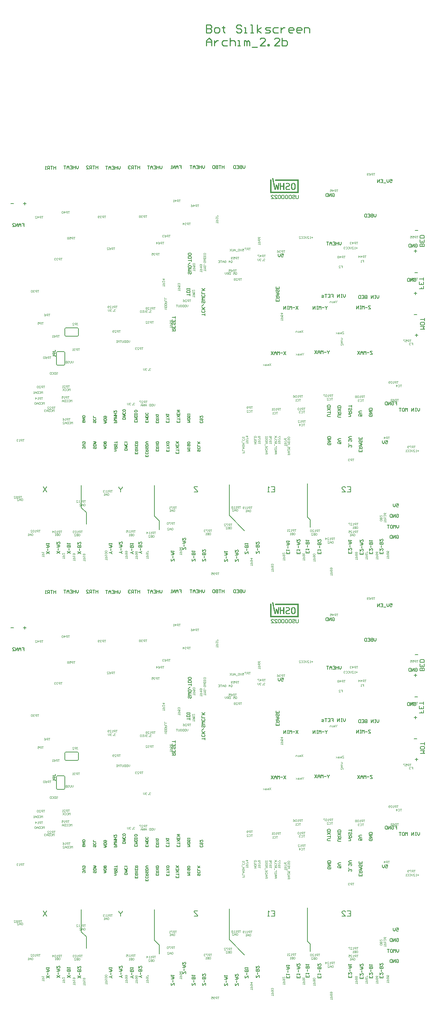
<source format=gbo>
G04*
G04 #@! TF.GenerationSoftware,Altium Limited,Altium Designer,19.1.5 (86)*
G04*
G04 Layer_Color=32896*
%FSLAX25Y25*%
%MOIN*%
G70*
G01*
G75*
%ADD10C,0.00700*%
%ADD12C,0.01000*%
%ADD89C,0.00800*%
%ADD92C,0.00600*%
%ADD167C,0.00400*%
%ADD170C,0.00500*%
%ADD175C,0.00200*%
G54D10*
X69784Y118876D02*
X66451Y113878D01*
Y118876D02*
X69784Y113878D01*
X141929Y118876D02*
Y118043D01*
X140263Y116377D01*
X138597Y118043D01*
Y118876D01*
X140263Y116377D02*
Y113878D01*
X213976Y118876D02*
X210644D01*
Y118043D01*
X213976Y114711D01*
Y113878D01*
X210644D01*
X284266Y118778D02*
X287598D01*
Y113779D01*
X284266D01*
X287598Y116279D02*
X285932D01*
X282600Y113779D02*
X280934D01*
X281767D01*
Y118778D01*
X282600Y117945D01*
X357101Y118876D02*
X360433D01*
Y113878D01*
X357101D01*
X360433Y116377D02*
X358767D01*
X352102Y113878D02*
X355435D01*
X352102Y117210D01*
Y118043D01*
X352936Y118876D01*
X354602D01*
X355435Y118043D01*
X69784Y523876D02*
X66451Y518878D01*
Y523876D02*
X69784Y518878D01*
X141929Y523876D02*
Y523043D01*
X140263Y521377D01*
X138597Y523043D01*
Y523876D01*
X140263Y521377D02*
Y518878D01*
X213976Y523876D02*
X210644D01*
Y523043D01*
X213976Y519711D01*
Y518878D01*
X210644D01*
X284266Y523778D02*
X287598D01*
Y518780D01*
X284266D01*
X287598Y521279D02*
X285932D01*
X282600Y518780D02*
X280934D01*
X281767D01*
Y523778D01*
X282600Y522945D01*
X357101Y523876D02*
X360433D01*
Y518878D01*
X357101D01*
X360433Y521377D02*
X358767D01*
X352102Y518878D02*
X355435D01*
X352102Y522210D01*
Y523043D01*
X352936Y523876D01*
X354602D01*
X355435Y523043D01*
G54D12*
X222369Y964837D02*
Y957340D01*
X226118D01*
X227368Y958589D01*
Y959839D01*
X226118Y961089D01*
X222369D01*
X226118D01*
X227368Y962338D01*
Y963588D01*
X226118Y964837D01*
X222369D01*
X231117Y957340D02*
X233616D01*
X234865Y958589D01*
Y961089D01*
X233616Y962338D01*
X231117D01*
X229867Y961089D01*
Y958589D01*
X231117Y957340D01*
X238614Y963588D02*
Y962338D01*
X237365D01*
X239864D01*
X238614D01*
Y958589D01*
X239864Y957340D01*
X256108Y963588D02*
X254859Y964837D01*
X252360D01*
X251110Y963588D01*
Y962338D01*
X252360Y961089D01*
X254859D01*
X256108Y959839D01*
Y958589D01*
X254859Y957340D01*
X252360D01*
X251110Y958589D01*
X258608Y957340D02*
X261107D01*
X259857D01*
Y962338D01*
X258608D01*
X264856Y957340D02*
X267355D01*
X266105D01*
Y964837D01*
X264856D01*
X271104Y957340D02*
Y964837D01*
Y959839D02*
X274852Y962338D01*
X271104Y959839D02*
X274852Y957340D01*
X278601D02*
X282350D01*
X283600Y958589D01*
X282350Y959839D01*
X279851D01*
X278601Y961089D01*
X279851Y962338D01*
X283600D01*
X291097D02*
X287348D01*
X286099Y961089D01*
Y958589D01*
X287348Y957340D01*
X291097D01*
X293596Y962338D02*
Y957340D01*
Y959839D01*
X294846Y961089D01*
X296096Y962338D01*
X297345D01*
X304843Y957340D02*
X302344D01*
X301094Y958589D01*
Y961089D01*
X302344Y962338D01*
X304843D01*
X306092Y961089D01*
Y959839D01*
X301094D01*
X312340Y957340D02*
X309841D01*
X308592Y958589D01*
Y961089D01*
X309841Y962338D01*
X312340D01*
X313590Y961089D01*
Y959839D01*
X308592D01*
X316089Y957340D02*
Y962338D01*
X319838D01*
X321088Y961089D01*
Y957340D01*
X222369Y944840D02*
Y949838D01*
X224869Y952337D01*
X227368Y949838D01*
Y944840D01*
Y948589D01*
X222369D01*
X229867Y949838D02*
Y944840D01*
Y947339D01*
X231117Y948589D01*
X232366Y949838D01*
X233616D01*
X242363D02*
X238614D01*
X237365Y948589D01*
Y946089D01*
X238614Y944840D01*
X242363D01*
X244862Y952337D02*
Y944840D01*
Y948589D01*
X246112Y949838D01*
X248611D01*
X249861Y948589D01*
Y944840D01*
X252360D02*
X254859D01*
X253609D01*
Y949838D01*
X252360D01*
X258608Y944840D02*
Y949838D01*
X259857D01*
X261107Y948589D01*
Y944840D01*
Y948589D01*
X262356Y949838D01*
X263606Y948589D01*
Y944840D01*
X266105Y943590D02*
X271104D01*
X278601Y944840D02*
X273603D01*
X278601Y949838D01*
Y951088D01*
X277352Y952337D01*
X274852D01*
X273603Y951088D01*
X281101Y944840D02*
Y946089D01*
X282350D01*
Y944840D01*
X281101D01*
X292347D02*
X287348D01*
X292347Y949838D01*
Y951088D01*
X291097Y952337D01*
X288598D01*
X287348Y951088D01*
X294846Y952337D02*
Y944840D01*
X298595D01*
X299844Y946089D01*
Y947339D01*
Y948589D01*
X298595Y949838D01*
X294846D01*
G54D89*
X50000Y389302D02*
X47334D01*
X48667Y390635D02*
Y387970D01*
X38004Y389302D02*
X35338D01*
X50000Y794303D02*
X47334D01*
X48667Y795635D02*
Y792970D01*
X38004Y794303D02*
X35338D01*
G54D92*
X79972Y247957D02*
X79265Y247664D01*
X78972Y246957D01*
Y235957D02*
X79265Y235250D01*
X79972Y234957D01*
X85972D02*
X86680Y235250D01*
X86972Y235957D01*
Y246957D02*
X86680Y247664D01*
X85972Y247957D01*
X87906Y270457D02*
X87198Y270164D01*
X86905Y269457D01*
X99906D02*
X99613Y270164D01*
X98905Y270457D01*
Y262457D02*
X99613Y262750D01*
X99906Y263457D01*
X86905D02*
X87198Y262750D01*
X87906Y262457D01*
X86972Y235957D02*
Y246957D01*
X79972Y234957D02*
X85972D01*
X79972Y247957D02*
X85972D01*
X78972Y235957D02*
Y246957D01*
X87906Y262457D02*
X98905D01*
X86905Y263457D02*
Y269457D01*
X99906Y263457D02*
Y269457D01*
X87906Y270457D02*
X98905D01*
X321555Y80118D02*
Y87205D01*
X318898Y89862D02*
X321555Y87205D01*
X318898Y89862D02*
Y122047D01*
X244291Y91535D02*
X258858Y76968D01*
X244291Y91535D02*
Y120866D01*
X177362Y77756D02*
Y86319D01*
X172835Y90847D02*
X177362Y86319D01*
X172835Y90847D02*
Y120276D01*
X107677Y83268D02*
Y94095D01*
X102756Y99016D02*
X107677Y94095D01*
X102756Y99016D02*
Y101279D01*
Y120374D01*
X404071Y102545D02*
X406071D01*
Y101045D01*
X405071Y101545D01*
X404571D01*
X404071Y101045D01*
Y100046D01*
X404571Y99546D01*
X405571D01*
X406071Y100046D01*
X403071Y102545D02*
Y100545D01*
X402072Y99546D01*
X401072Y100545D01*
Y102545D01*
X293894Y341306D02*
X295894D01*
Y339807D01*
X294894Y340306D01*
X294394D01*
X293894Y339807D01*
Y338807D01*
X294394Y338307D01*
X295394D01*
X295894Y338807D01*
X292895Y341306D02*
Y339307D01*
X291895Y338307D01*
X290895Y339307D01*
Y341306D01*
X393599Y162861D02*
X395598D01*
Y161362D01*
X394599Y161862D01*
X394099D01*
X393599Y161362D01*
Y160362D01*
X394099Y159862D01*
X395099D01*
X395598Y160362D01*
X392599Y162861D02*
Y160862D01*
X391600Y159862D01*
X390600Y160862D01*
Y162861D01*
X371432Y154184D02*
Y152185D01*
X368433D01*
Y154184D01*
X369933Y152185D02*
Y153185D01*
X368433Y155184D02*
X371432D01*
Y156684D01*
X370932Y157184D01*
X369933D01*
X369433Y156684D01*
Y155184D01*
Y156184D02*
X368433Y157184D01*
Y158183D02*
X370432D01*
X371432Y159183D01*
X370432Y160182D01*
X368433D01*
X369933D01*
Y158183D01*
X370932Y163181D02*
X371432Y162682D01*
Y161682D01*
X370932Y161182D01*
X370432D01*
X369933Y161682D01*
Y162682D01*
X369433Y163181D01*
X368933D01*
X368433Y162682D01*
Y161682D01*
X368933Y161182D01*
X371432Y166181D02*
Y164181D01*
X368433D01*
Y166181D01*
X369933Y164181D02*
Y165181D01*
X340913Y160779D02*
X341412Y160279D01*
Y159279D01*
X340913Y158780D01*
X338913D01*
X338413Y159279D01*
Y160279D01*
X338913Y160779D01*
X339913D01*
Y159779D01*
X338413Y161779D02*
X341412D01*
X338413Y163778D01*
X341412D01*
Y164778D02*
X338413D01*
Y166277D01*
X338913Y166777D01*
X340913D01*
X341412Y166277D01*
Y164778D01*
X360696Y156417D02*
X361196Y156917D01*
Y157917D01*
X360696Y158417D01*
X360196D01*
X359696Y157917D01*
Y157417D01*
Y157917D01*
X359196Y158417D01*
X358697D01*
X358197Y157917D01*
Y156917D01*
X358697Y156417D01*
X358197Y159416D02*
X358697D01*
Y159916D01*
X358197D01*
Y159416D01*
X360696Y161916D02*
X361196Y162416D01*
Y163415D01*
X360696Y163915D01*
X360196D01*
X359696Y163415D01*
Y162915D01*
Y163415D01*
X359196Y163915D01*
X358697D01*
X358197Y163415D01*
Y162416D01*
X358697Y161916D01*
X361196Y164915D02*
X359196D01*
X358197Y165914D01*
X359196Y166914D01*
X361196D01*
X351156Y162058D02*
Y160059D01*
X349657D01*
X350157Y161059D01*
Y161559D01*
X349657Y162058D01*
X348657D01*
X348158Y161559D01*
Y160559D01*
X348657Y160059D01*
X351156Y163058D02*
X349157D01*
X348158Y164058D01*
X349157Y165058D01*
X351156D01*
X426968Y269094D02*
X430967D01*
X429634Y270427D01*
X430967Y271760D01*
X426968D01*
X430967Y275093D02*
Y273760D01*
X430301Y273093D01*
X427635D01*
X426968Y273760D01*
Y275093D01*
X427635Y275759D01*
X430301D01*
X430967Y275093D01*
Y277092D02*
Y279758D01*
Y278425D01*
X426968D01*
X429983Y310638D02*
Y307972D01*
X427984D01*
Y309305D01*
Y307972D01*
X425984D01*
X429983Y314637D02*
Y311971D01*
X425984D01*
Y314637D01*
X427984Y311971D02*
Y313304D01*
X429983Y315970D02*
Y318636D01*
Y317303D01*
X425984D01*
X430672Y348130D02*
X426673D01*
Y350129D01*
X427340Y350796D01*
X428006D01*
X428673Y350129D01*
Y348130D01*
Y350129D01*
X429339Y350796D01*
X430006D01*
X430672Y350129D01*
Y348130D01*
Y354794D02*
Y352129D01*
X426673D01*
Y354794D01*
X428673Y352129D02*
Y353462D01*
X430672Y356127D02*
X426673D01*
Y358127D01*
X427340Y358793D01*
X430006D01*
X430672Y358127D01*
Y356127D01*
X423622Y343830D02*
X420956D01*
X422289Y345163D02*
Y342497D01*
X423721Y303574D02*
X421055D01*
X422388Y304907D02*
Y302241D01*
X424803Y263417D02*
X422137D01*
X423470Y264750D02*
Y262084D01*
X423622Y283299D02*
X420956D01*
X424311Y323358D02*
X421645D01*
X424606Y363614D02*
X421941D01*
X358197Y185846D02*
X360196D01*
Y187346D01*
X359696Y187846D01*
X358197D01*
Y188846D02*
X361196D01*
Y190345D01*
X360696Y190845D01*
X359696D01*
X359196Y190345D01*
Y188846D01*
Y189845D02*
X358197Y190845D01*
X360696Y193844D02*
X361196Y193344D01*
Y192344D01*
X360696Y191845D01*
X360196D01*
X359696Y192344D01*
Y193344D01*
X359196Y193844D01*
X358697D01*
X358197Y193344D01*
Y192344D01*
X358697Y191845D01*
X361196Y194844D02*
Y196843D01*
Y195843D01*
X358197D01*
X355341Y302529D02*
Y300530D01*
X354341Y299530D01*
X353341Y300530D01*
Y302529D01*
X352342D02*
X351342D01*
X351842D01*
Y299530D01*
X352342D01*
X351342D01*
X349843D02*
Y302529D01*
X347843Y299530D01*
Y302529D01*
X341845D02*
X343845D01*
Y301030D01*
X342845D01*
X343845D01*
Y299530D01*
X338846Y302529D02*
X340845D01*
Y299530D01*
X338846D01*
X340845Y301030D02*
X339846D01*
X337846Y302529D02*
X335847D01*
X336847D01*
Y299530D01*
X334847D02*
X333348D01*
X332848Y300030D01*
X333348Y300530D01*
X334348D01*
X334847Y301030D01*
X334348Y301530D01*
X332848D01*
X387502Y301447D02*
Y299448D01*
X386502Y298448D01*
X385503Y299448D01*
Y301447D01*
X384503D02*
X383503D01*
X384003D01*
Y298448D01*
X384503D01*
X383503D01*
X382004D02*
Y301447D01*
X380005Y298448D01*
Y301447D01*
X376006D02*
Y298448D01*
X374506D01*
X374006Y298948D01*
Y299448D01*
X374506Y299948D01*
X376006D01*
X374506D01*
X374006Y300448D01*
Y300947D01*
X374506Y301447D01*
X376006D01*
X371007D02*
X373007D01*
Y298448D01*
X371007D01*
X373007Y299948D02*
X372007D01*
X370008Y301447D02*
Y298448D01*
X368508D01*
X368008Y298948D01*
Y300947D01*
X368508Y301447D01*
X370008D01*
X404191Y92184D02*
X404691Y92684D01*
X405690D01*
X406190Y92184D01*
Y90184D01*
X405690Y89684D01*
X404691D01*
X404191Y90184D01*
Y91184D01*
X405191D01*
X403191Y89684D02*
Y92684D01*
X401192Y89684D01*
Y92684D01*
X400192D02*
Y89684D01*
X398693D01*
X398193Y90184D01*
Y92184D01*
X398693Y92684D01*
X400192D01*
X421918Y350235D02*
X422418Y350735D01*
X423418D01*
X423917Y350235D01*
Y348236D01*
X423418Y347736D01*
X422418D01*
X421918Y348236D01*
Y349236D01*
X422918D01*
X420918Y347736D02*
Y350735D01*
X418919Y347736D01*
Y350735D01*
X417919D02*
Y347736D01*
X416420D01*
X415920Y348236D01*
Y350235D01*
X416420Y350735D01*
X417919D01*
X309968Y291306D02*
X307969Y288307D01*
Y291306D02*
X309968Y288307D01*
X306969Y289807D02*
X304970D01*
X303970Y288307D02*
Y291306D01*
X302971Y290306D01*
X301971Y291306D01*
Y288307D01*
X300971Y291306D02*
X299972D01*
X300472D01*
Y288307D01*
X300971D01*
X299972D01*
X298472D02*
Y291306D01*
X296473Y288307D01*
Y291306D01*
X99894Y425393D02*
Y423393D01*
X98894Y422394D01*
X97894Y423393D01*
Y425393D01*
X96895D02*
Y422394D01*
Y423893D01*
X94895D01*
Y425393D01*
Y422394D01*
X91896Y425393D02*
X93896D01*
Y422394D01*
X91896D01*
X93896Y423893D02*
X92896D01*
X90897Y422394D02*
Y424393D01*
X89897Y425393D01*
X88897Y424393D01*
Y422394D01*
Y423893D01*
X90897D01*
X87898Y425393D02*
X85898D01*
X86898D01*
Y422394D01*
X341117Y185846D02*
X338618D01*
X338118Y186346D01*
Y187346D01*
X338618Y187846D01*
X341117D01*
Y188846D02*
Y190845D01*
Y189845D01*
X338118D01*
X341117Y191845D02*
X338118Y193844D01*
X341117D02*
X338118Y191845D01*
X341117Y194844D02*
X338118D01*
Y196343D01*
X338618Y196843D01*
X340617D01*
X341117Y196343D01*
Y194844D01*
X406363Y82162D02*
Y80163D01*
X405364Y79163D01*
X404364Y80163D01*
Y82162D01*
X403364Y79163D02*
Y82162D01*
X402365Y81163D01*
X401365Y82162D01*
Y79163D01*
X398866Y82162D02*
X399866D01*
X400365Y81663D01*
Y79663D01*
X399866Y79163D01*
X398866D01*
X398366Y79663D01*
Y81663D01*
X398866Y82162D01*
X397366D02*
X395367D01*
X396367D01*
Y79163D01*
X139894Y424993D02*
Y422993D01*
X138894Y421994D01*
X137894Y422993D01*
Y424993D01*
X136895D02*
Y421994D01*
Y423493D01*
X134895D01*
Y424993D01*
Y421994D01*
X131896Y424993D02*
X133896D01*
Y421994D01*
X131896D01*
X133896Y423493D02*
X132896D01*
X130897Y421994D02*
Y423993D01*
X129897Y424993D01*
X128897Y423993D01*
Y421994D01*
Y423493D01*
X130897D01*
X127898Y424993D02*
X125898D01*
X126898D01*
Y421994D01*
X259394Y425593D02*
Y423593D01*
X258394Y422594D01*
X257394Y423593D01*
Y425593D01*
X256395D02*
Y422594D01*
X254895D01*
X254395Y423094D01*
Y423593D01*
X254895Y424093D01*
X256395D01*
X254895D01*
X254395Y424593D01*
Y425093D01*
X254895Y425593D01*
X256395D01*
X251396D02*
X253396D01*
Y422594D01*
X251396D01*
X253396Y424093D02*
X252396D01*
X250397Y425593D02*
Y422594D01*
X248897D01*
X248397Y423094D01*
Y425093D01*
X248897Y425593D01*
X250397D01*
X220594D02*
Y423593D01*
X219594Y422594D01*
X218594Y423593D01*
Y425593D01*
X217595D02*
Y422594D01*
Y424093D01*
X215595D01*
Y425593D01*
Y422594D01*
X212596Y425593D02*
X214596D01*
Y422594D01*
X212596D01*
X214596Y424093D02*
X213596D01*
X211597Y422594D02*
Y424593D01*
X210597Y425593D01*
X209597Y424593D01*
Y422594D01*
Y424093D01*
X211597D01*
X208598Y425593D02*
X206598D01*
X207598D01*
Y422594D01*
X179894Y425393D02*
Y423393D01*
X178894Y422394D01*
X177894Y423393D01*
Y425393D01*
X176895D02*
Y422394D01*
Y423893D01*
X174895D01*
Y425393D01*
Y422394D01*
X171896Y425393D02*
X173896D01*
Y422394D01*
X171896D01*
X173896Y423893D02*
X172896D01*
X170897Y422394D02*
Y424393D01*
X169897Y425393D01*
X168897Y424393D01*
Y422394D01*
Y423893D01*
X170897D01*
X167898Y425393D02*
X165898D01*
X166898D01*
Y422394D01*
X351394Y352693D02*
Y350693D01*
X350394Y349694D01*
X349394Y350693D01*
Y352693D01*
X348395D02*
Y349694D01*
Y351193D01*
X346395D01*
Y352693D01*
Y349694D01*
X343396Y352693D02*
X345396D01*
Y349694D01*
X343396D01*
X345396Y351193D02*
X344396D01*
X342397Y349694D02*
Y351693D01*
X341397Y352693D01*
X340397Y351693D01*
Y349694D01*
Y351193D01*
X342397D01*
X339398Y352693D02*
X337398D01*
X338398D01*
Y349694D01*
X342794Y398293D02*
X343294Y398793D01*
X344294D01*
X344794Y398293D01*
Y396293D01*
X344294Y395794D01*
X343294D01*
X342794Y396293D01*
Y397293D01*
X343794D01*
X341795Y395794D02*
Y398793D01*
X339795Y395794D01*
Y398793D01*
X338796D02*
Y395794D01*
X337296D01*
X336796Y396293D01*
Y398293D01*
X337296Y398793D01*
X338796D01*
X402457Y200066D02*
X404457D01*
Y198566D01*
X403457D01*
X404457D01*
Y197067D01*
X399458Y199566D02*
X399958Y200066D01*
X400958D01*
X401458Y199566D01*
Y197567D01*
X400958Y197067D01*
X399958D01*
X399458Y197567D01*
Y198566D01*
X400458D01*
X398459Y197067D02*
Y200066D01*
X396459Y197067D01*
Y200066D01*
X395460D02*
Y197067D01*
X393960D01*
X393460Y197567D01*
Y199566D01*
X393960Y200066D01*
X395460D01*
X404191Y72015D02*
X404691Y72514D01*
X405690D01*
X406190Y72015D01*
Y70015D01*
X405690Y69516D01*
X404691D01*
X404191Y70015D01*
Y71015D01*
X405191D01*
X403191Y69516D02*
Y72514D01*
X401192Y69516D01*
Y72514D01*
X400192D02*
Y69516D01*
X398693D01*
X398193Y70015D01*
Y72015D01*
X398693Y72514D01*
X400192D01*
X370940Y188240D02*
Y186240D01*
X369441D01*
X369940Y187240D01*
Y187740D01*
X369441Y188240D01*
X368441D01*
X367941Y187740D01*
Y186740D01*
X368441Y186240D01*
X370940Y189239D02*
X368941D01*
X367941Y190239D01*
X368941Y191239D01*
X370940D01*
X420638Y317263D02*
X421138Y317763D01*
X422138D01*
X422638Y317263D01*
Y315264D01*
X422138Y314764D01*
X421138D01*
X420638Y315264D01*
Y316263D01*
X421638D01*
X419639Y314764D02*
Y317763D01*
X417639Y314764D01*
Y317763D01*
X416640D02*
Y314764D01*
X415140D01*
X414640Y315264D01*
Y317263D01*
X415140Y317763D01*
X416640D01*
X337867Y291330D02*
Y290830D01*
X336867Y289831D01*
X335867Y290830D01*
Y291330D01*
X336867Y289831D02*
Y288331D01*
X334868Y289831D02*
X332868D01*
X331869Y288331D02*
Y291330D01*
X330869Y290331D01*
X329869Y291330D01*
Y288331D01*
X328870Y291330D02*
X327870D01*
X328370D01*
Y288331D01*
X328870D01*
X327870D01*
X326370D02*
Y291330D01*
X324371Y288331D01*
Y291330D01*
X339961Y248865D02*
Y248365D01*
X338961Y247366D01*
X337961Y248365D01*
Y248865D01*
X338961Y247366D02*
Y245866D01*
X336962Y247366D02*
X334962D01*
X333963Y245866D02*
Y248865D01*
X332963Y247866D01*
X331963Y248865D01*
Y245866D01*
X330963D02*
Y247866D01*
X329964Y248865D01*
X328964Y247866D01*
Y245866D01*
Y247366D01*
X330963D01*
X327964Y248865D02*
X325965Y245866D01*
Y248865D02*
X327964Y245866D01*
X379441Y291444D02*
X377442D01*
Y290945D01*
X379441Y288945D01*
Y288445D01*
X377442D01*
X376442Y289945D02*
X374443D01*
X373443Y288445D02*
Y291444D01*
X372443Y290445D01*
X371444Y291444D01*
Y288445D01*
X370444Y291444D02*
X369444D01*
X369944D01*
Y288445D01*
X370444D01*
X369444D01*
X367945D02*
Y291444D01*
X365945Y288445D01*
Y291444D01*
X298498Y247993D02*
X296498Y244994D01*
Y247993D02*
X298498Y244994D01*
X295499Y246493D02*
X293499D01*
X292500Y244994D02*
Y247993D01*
X291500Y246993D01*
X290500Y247993D01*
Y244994D01*
X289501D02*
Y246993D01*
X288501Y247993D01*
X287501Y246993D01*
Y244994D01*
Y246493D01*
X289501D01*
X286502Y247993D02*
X284502Y244994D01*
Y247993D02*
X286502Y244994D01*
X272952Y55271D02*
Y57270D01*
X272452D01*
X270453Y55271D01*
X269953D01*
Y57270D01*
X271453Y58270D02*
Y60269D01*
X272952Y61269D02*
X269953D01*
Y62769D01*
X270453Y63269D01*
X270953D01*
X271453Y62769D01*
Y61269D01*
Y62769D01*
X271952Y63269D01*
X272452D01*
X272952Y62769D01*
Y61269D01*
X269953Y66268D02*
Y64268D01*
X271952Y66268D01*
X272452D01*
X272952Y65768D01*
Y64768D01*
X272452Y64268D01*
X262524Y55049D02*
Y57049D01*
X262024D01*
X260024Y55049D01*
X259525D01*
Y57049D01*
X261024Y58048D02*
Y60048D01*
X262524Y61047D02*
X259525D01*
Y62547D01*
X260024Y63047D01*
X260524D01*
X261024Y62547D01*
Y61047D01*
Y62547D01*
X261524Y63047D01*
X262024D01*
X262524Y62547D01*
Y61047D01*
X259525Y64046D02*
Y65046D01*
Y64546D01*
X262524D01*
X262024Y64046D01*
X252909Y47579D02*
Y49579D01*
X252409D01*
X250410Y47579D01*
X249910D01*
Y49579D01*
X251409Y50578D02*
Y52578D01*
X249910Y53577D02*
X251909D01*
X252909Y54577D01*
X251909Y55577D01*
X249910D01*
X251409D01*
Y53577D01*
X249910Y58576D02*
Y56576D01*
X251909Y58576D01*
X252409D01*
X252909Y58076D01*
Y57076D01*
X252409Y56576D01*
X242850Y47431D02*
Y49431D01*
X242350D01*
X240351Y47431D01*
X239851D01*
Y49431D01*
X241351Y50430D02*
Y52430D01*
X239851Y53429D02*
X241850D01*
X242850Y54429D01*
X241850Y55429D01*
X239851D01*
X241351D01*
Y53429D01*
X239851Y56428D02*
Y57428D01*
Y56928D01*
X242850D01*
X242350Y56428D01*
X301964Y56892D02*
Y54893D01*
X298965D01*
Y56892D01*
X300465Y54893D02*
Y55892D01*
X298965Y57892D02*
Y58891D01*
Y58391D01*
X301964D01*
X301465Y57892D01*
X300465Y60391D02*
Y62390D01*
X298965Y63390D02*
X300965D01*
X301964Y64389D01*
X300965Y65389D01*
X298965D01*
X300465D01*
Y63390D01*
X298965Y66389D02*
Y67388D01*
Y66889D01*
X301964D01*
X301465Y66389D01*
X311876Y56997D02*
Y54998D01*
X308876D01*
Y56997D01*
X310376Y54998D02*
Y55998D01*
X308876Y57997D02*
Y58997D01*
Y58497D01*
X311876D01*
X311376Y57997D01*
X310376Y60496D02*
Y62496D01*
X308876Y63495D02*
X310876D01*
X311876Y64495D01*
X310876Y65495D01*
X308876D01*
X310376D01*
Y63495D01*
X308876Y68494D02*
Y66494D01*
X310876Y68494D01*
X311376D01*
X311876Y67994D01*
Y66994D01*
X311376Y66494D01*
X320645Y57728D02*
Y55728D01*
X317646D01*
Y57728D01*
X319145Y55728D02*
Y56728D01*
X317646Y58727D02*
Y59727D01*
Y59227D01*
X320645D01*
X320145Y58727D01*
X319145Y61227D02*
Y63226D01*
X320645Y64226D02*
X317646D01*
Y65725D01*
X318145Y66225D01*
X318645D01*
X319145Y65725D01*
Y64226D01*
Y65725D01*
X319645Y66225D01*
X320145D01*
X320645Y65725D01*
Y64226D01*
X317646Y67225D02*
Y68224D01*
Y67725D01*
X320645D01*
X320145Y67225D01*
X332062Y57039D02*
Y55039D01*
X329063D01*
Y57039D01*
X330562Y55039D02*
Y56039D01*
X329063Y58039D02*
Y59038D01*
Y58538D01*
X332062D01*
X331562Y58039D01*
X330562Y60538D02*
Y62537D01*
X332062Y63537D02*
X329063D01*
Y65036D01*
X329563Y65536D01*
X330063D01*
X330562Y65036D01*
Y63537D01*
Y65036D01*
X331062Y65536D01*
X331562D01*
X332062Y65036D01*
Y63537D01*
X329063Y68535D02*
Y66536D01*
X331062Y68535D01*
X331562D01*
X332062Y68035D01*
Y67036D01*
X331562Y66536D01*
X361281Y57082D02*
Y55083D01*
X358282D01*
Y57082D01*
X359781Y55083D02*
Y56083D01*
X358282Y60082D02*
Y58082D01*
X360281Y60082D01*
X360781D01*
X361281Y59582D01*
Y58582D01*
X360781Y58082D01*
X359781Y61081D02*
Y63081D01*
X358282Y64080D02*
X360281D01*
X361281Y65080D01*
X360281Y66080D01*
X358282D01*
X359781D01*
Y64080D01*
X358282Y67079D02*
Y68079D01*
Y67579D01*
X361281D01*
X360781Y67079D01*
X372487Y56330D02*
Y54331D01*
X369488D01*
Y56330D01*
X370988Y54331D02*
Y55330D01*
X369488Y59329D02*
Y57330D01*
X371487Y59329D01*
X371987D01*
X372487Y58829D01*
Y57830D01*
X371987Y57330D01*
X370988Y60329D02*
Y62328D01*
X369488Y63328D02*
X371487D01*
X372487Y64328D01*
X371487Y65327D01*
X369488D01*
X370988D01*
Y63328D01*
X369488Y68326D02*
Y66327D01*
X371487Y68326D01*
X371987D01*
X372487Y67826D01*
Y66827D01*
X371987Y66327D01*
X381304Y56881D02*
Y54882D01*
X378305D01*
Y56881D01*
X379804Y54882D02*
Y55881D01*
X378305Y59880D02*
Y57881D01*
X380304Y59880D01*
X380804D01*
X381304Y59380D01*
Y58381D01*
X380804Y57881D01*
X379804Y60880D02*
Y62879D01*
X381304Y63879D02*
X378305D01*
Y65378D01*
X378805Y65878D01*
X379305D01*
X379804Y65378D01*
Y63879D01*
Y65378D01*
X380304Y65878D01*
X380804D01*
X381304Y65378D01*
Y63879D01*
X378305Y66878D02*
Y67877D01*
Y67378D01*
X381304D01*
X380804Y66878D01*
X391316Y57015D02*
Y55016D01*
X388316D01*
Y57015D01*
X389816Y55016D02*
Y56016D01*
X388316Y60014D02*
Y58015D01*
X390316Y60014D01*
X390816D01*
X391316Y59514D01*
Y58515D01*
X390816Y58015D01*
X389816Y61014D02*
Y63013D01*
X391316Y64013D02*
X388316D01*
Y65513D01*
X388816Y66012D01*
X389316D01*
X389816Y65513D01*
Y64013D01*
Y65513D01*
X390316Y66012D01*
X390816D01*
X391316Y65513D01*
Y64013D01*
X388316Y69011D02*
Y67012D01*
X390316Y69011D01*
X390816D01*
X391316Y68512D01*
Y67512D01*
X390816Y67012D01*
X191763Y47862D02*
Y49861D01*
X191263D01*
X189264Y47862D01*
X188764D01*
Y49861D01*
X190263Y50861D02*
Y52861D01*
X188764Y53860D02*
X190763D01*
X191763Y54860D01*
X190763Y55860D01*
X188764D01*
X190263D01*
Y53860D01*
X188764Y56859D02*
Y57859D01*
Y57359D01*
X191763D01*
X191263Y56859D01*
X202605Y58957D02*
Y60956D01*
X202105D01*
X200106Y58957D01*
X199606D01*
Y60956D01*
X201106Y61956D02*
Y63955D01*
X199606Y64955D02*
X201606D01*
X202605Y65954D01*
X201606Y66954D01*
X199606D01*
X201106D01*
Y64955D01*
X199606Y69953D02*
Y67954D01*
X201606Y69953D01*
X202105D01*
X202605Y69453D01*
Y68454D01*
X202105Y67954D01*
X211763Y47862D02*
Y49861D01*
X211263D01*
X209264Y47862D01*
X208764D01*
Y49861D01*
X210263Y50861D02*
Y52861D01*
X211763Y53860D02*
X208764D01*
Y55360D01*
X209264Y55860D01*
X209764D01*
X210263Y55360D01*
Y53860D01*
Y55360D01*
X210763Y55860D01*
X211263D01*
X211763Y55360D01*
Y53860D01*
X208764Y56859D02*
Y57859D01*
Y57359D01*
X211763D01*
X211263Y56859D01*
X221763Y47862D02*
Y49861D01*
X221263D01*
X219264Y47862D01*
X218764D01*
Y49861D01*
X220263Y50861D02*
Y52861D01*
X221763Y53860D02*
X218764D01*
Y55360D01*
X219264Y55860D01*
X219763D01*
X220263Y55360D01*
Y53860D01*
Y55360D01*
X220763Y55860D01*
X221263D01*
X221763Y55360D01*
Y53860D01*
X218764Y58859D02*
Y56859D01*
X220763Y58859D01*
X221263D01*
X221763Y58359D01*
Y57359D01*
X221263Y56859D01*
X132412Y54982D02*
X131912D01*
X130912Y55982D01*
X131912Y56981D01*
X132412D01*
X130912Y55982D02*
X129413D01*
X130912Y57981D02*
Y59980D01*
X129413Y60980D02*
X131412D01*
X132412Y61980D01*
X131412Y62980D01*
X129413D01*
X130912D01*
Y60980D01*
X129413Y63979D02*
Y64979D01*
Y64479D01*
X132412D01*
X131912Y63979D01*
X142105Y55305D02*
X141605D01*
X140605Y56305D01*
X141605Y57305D01*
X142105D01*
X140605Y56305D02*
X139106D01*
X140605Y58304D02*
Y60303D01*
X139106Y61303D02*
X141105D01*
X142105Y62303D01*
X141105Y63303D01*
X139106D01*
X140605D01*
Y61303D01*
X139106Y66302D02*
Y64302D01*
X141105Y66302D01*
X141605D01*
X142105Y65802D01*
Y64802D01*
X141605Y64302D01*
X152659Y54928D02*
X152159D01*
X151159Y55928D01*
X152159Y56928D01*
X152659D01*
X151159Y55928D02*
X149660D01*
X151159Y57927D02*
Y59927D01*
X152659Y60926D02*
X149660D01*
Y62426D01*
X150160Y62926D01*
X150660D01*
X151159Y62426D01*
Y60926D01*
Y62426D01*
X151659Y62926D01*
X152159D01*
X152659Y62426D01*
Y60926D01*
X149660Y63925D02*
Y64925D01*
Y64425D01*
X152659D01*
X152159Y63925D01*
X160736Y55090D02*
X160236D01*
X159237Y56089D01*
X160236Y57089D01*
X160736D01*
X159237Y56089D02*
X157737D01*
X159237Y58089D02*
Y60088D01*
X160736Y61088D02*
X157737D01*
Y62587D01*
X158237Y63087D01*
X158737D01*
X159237Y62587D01*
Y61088D01*
Y62587D01*
X159737Y63087D01*
X160236D01*
X160736Y62587D01*
Y61088D01*
X157737Y66086D02*
Y64087D01*
X159737Y66086D01*
X160236D01*
X160736Y65586D01*
Y64587D01*
X160236Y64087D01*
X102446Y54917D02*
X99448Y56916D01*
X102446D02*
X99448Y54917D01*
X100947Y57916D02*
Y59916D01*
X102446Y60915D02*
X99448D01*
Y62415D01*
X99947Y62915D01*
X100447D01*
X100947Y62415D01*
Y60915D01*
Y62415D01*
X101447Y62915D01*
X101947D01*
X102446Y62415D01*
Y60915D01*
X99448Y65914D02*
Y63914D01*
X101447Y65914D01*
X101947D01*
X102446Y65414D01*
Y64414D01*
X101947Y63914D01*
X92445Y55187D02*
X89446Y57187D01*
X92445D02*
X89446Y55187D01*
X90946Y58187D02*
Y60186D01*
X92445Y61186D02*
X89446D01*
Y62685D01*
X89946Y63185D01*
X90446D01*
X90946Y62685D01*
Y61186D01*
Y62685D01*
X91446Y63185D01*
X91945D01*
X92445Y62685D01*
Y61186D01*
X89446Y64185D02*
Y65184D01*
Y64684D01*
X92445D01*
X91945Y64185D01*
X82336Y55187D02*
X79337Y57187D01*
X82336D02*
X79337Y55187D01*
X80836Y58187D02*
Y60186D01*
X79337Y61186D02*
X81336D01*
X82336Y62185D01*
X81336Y63185D01*
X79337D01*
X80836D01*
Y61186D01*
X79337Y66184D02*
Y64185D01*
X81336Y66184D01*
X81836D01*
X82336Y65684D01*
Y64684D01*
X81836Y64185D01*
X72335Y55025D02*
X69336Y57025D01*
X72335D02*
X69336Y55025D01*
X70835Y58024D02*
Y60024D01*
X69336Y61023D02*
X71335D01*
X72335Y62023D01*
X71335Y63023D01*
X69336D01*
X70835D01*
Y61023D01*
X69336Y64022D02*
Y65022D01*
Y64522D01*
X72335D01*
X71835Y64022D01*
X78294Y424993D02*
Y421994D01*
Y423493D01*
X76294D01*
Y424993D01*
Y421994D01*
X75295Y424993D02*
X73295D01*
X74295D01*
Y421994D01*
X72296D02*
Y424993D01*
X70796D01*
X70296Y424493D01*
Y423493D01*
X70796Y422993D01*
X72296D01*
X71296D02*
X70296Y421994D01*
X69297D02*
X68297D01*
X68797D01*
Y424993D01*
X69297Y424493D01*
X158794Y425393D02*
Y422394D01*
Y423893D01*
X156794D01*
Y425393D01*
Y422394D01*
X155795Y425393D02*
X153795D01*
X154795D01*
Y422394D01*
X152796D02*
Y425393D01*
X151296D01*
X150796Y424893D01*
Y423893D01*
X151296Y423393D01*
X152796D01*
X151796D02*
X150796Y422394D01*
X149797Y424893D02*
X149297Y425393D01*
X148297D01*
X147797Y424893D01*
Y424393D01*
X148297Y423893D01*
X148797D01*
X148297D01*
X147797Y423393D01*
Y422893D01*
X148297Y422394D01*
X149297D01*
X149797Y422893D01*
X118594Y425293D02*
Y422294D01*
Y423793D01*
X116594D01*
Y425293D01*
Y422294D01*
X115595Y425293D02*
X113595D01*
X114595D01*
Y422294D01*
X112596D02*
Y425293D01*
X111096D01*
X110596Y424793D01*
Y423793D01*
X111096Y423293D01*
X112596D01*
X111596D02*
X110596Y422294D01*
X107597D02*
X109597D01*
X107597Y424293D01*
Y424793D01*
X108097Y425293D01*
X109097D01*
X109597Y424793D01*
X239494Y425593D02*
Y422594D01*
Y424093D01*
X237494D01*
Y425593D01*
Y422594D01*
X236495Y425593D02*
X234495D01*
X235495D01*
Y422594D01*
X233496Y425593D02*
Y422594D01*
X231996D01*
X231496Y423094D01*
Y423593D01*
X231996Y424093D01*
X233496D01*
X231996D01*
X231496Y424593D01*
Y425093D01*
X231996Y425593D01*
X233496D01*
X230497D02*
Y422594D01*
X228997D01*
X228497Y423094D01*
Y425093D01*
X228997Y425593D01*
X230497D01*
X426279Y193845D02*
Y191846D01*
X425280Y190847D01*
X424280Y191846D01*
Y193845D01*
X423280D02*
X422281D01*
X422781D01*
Y190847D01*
X423280D01*
X422281D01*
X420781D02*
Y193845D01*
X418782Y190847D01*
Y193845D01*
X414783Y190847D02*
Y193845D01*
X413784Y192846D01*
X412784Y193845D01*
Y190847D01*
X410285Y193845D02*
X411284D01*
X411784Y193346D01*
Y191346D01*
X411284Y190847D01*
X410285D01*
X409785Y191346D01*
Y193346D01*
X410285Y193845D01*
X408785D02*
X406786D01*
X407786D01*
Y190847D01*
X384803Y379371D02*
Y377371D01*
X383804Y376372D01*
X382804Y377371D01*
Y379371D01*
X381804D02*
Y376372D01*
X380305D01*
X379805Y376871D01*
Y377371D01*
X380305Y377871D01*
X381804D01*
X380305D01*
X379805Y378371D01*
Y378871D01*
X380305Y379371D01*
X381804D01*
X376806D02*
X378805D01*
Y376372D01*
X376806D01*
X378805Y377871D02*
X377806D01*
X375806Y379371D02*
Y376372D01*
X374307D01*
X373807Y376871D01*
Y378871D01*
X374307Y379371D01*
X375806D01*
X196494Y425593D02*
X198494D01*
Y424093D01*
X197494D01*
X198494D01*
Y422594D01*
X195495D02*
Y424593D01*
X194495Y425593D01*
X193495Y424593D01*
Y422594D01*
Y424093D01*
X195495D01*
X192496Y422594D02*
Y425593D01*
X190496Y422594D01*
Y425593D01*
X189497Y422594D02*
X188497D01*
X188997D01*
Y425593D01*
X189497Y425093D01*
X46070Y370356D02*
X48069D01*
Y368856D01*
X47069D01*
X48069D01*
Y367356D01*
X45070D02*
Y369356D01*
X44070Y370356D01*
X43071Y369356D01*
Y367356D01*
Y368856D01*
X45070D01*
X42071Y367356D02*
Y370356D01*
X40072Y367356D01*
Y370356D01*
X37073Y367356D02*
X39072D01*
X37073Y369356D01*
Y369856D01*
X37572Y370356D01*
X38572D01*
X39072Y369856D01*
X397994Y412341D02*
X399994D01*
Y410841D01*
X398994Y411341D01*
X398494D01*
X397994Y410841D01*
Y409842D01*
X398494Y409342D01*
X399494D01*
X399994Y409842D01*
X396995Y412341D02*
Y410342D01*
X395995Y409342D01*
X394995Y410342D01*
Y412341D01*
X393996Y408842D02*
X391996D01*
X388997Y412341D02*
X390997D01*
Y409342D01*
X388997D01*
X390997Y410841D02*
X389997D01*
X387998Y409342D02*
Y412341D01*
X385998Y409342D01*
Y412341D01*
X380988Y248270D02*
X378989D01*
Y247770D01*
X380988Y245771D01*
Y245271D01*
X378989D01*
X377989Y246771D02*
X375990D01*
X374990Y245271D02*
Y248270D01*
X373990Y247271D01*
X372991Y248270D01*
Y245271D01*
X371991D02*
Y247271D01*
X370991Y248270D01*
X369992Y247271D01*
Y245271D01*
Y246771D01*
X371991D01*
X368992Y248270D02*
X366993Y245271D01*
Y248270D02*
X368992Y245271D01*
X351058Y185158D02*
X348559D01*
X348059Y185657D01*
Y186657D01*
X348559Y187157D01*
X351058D01*
X348059Y188157D02*
X351058D01*
Y189656D01*
X350558Y190156D01*
X349559D01*
X349059Y189656D01*
Y188157D01*
Y189156D02*
X348059Y190156D01*
X351058Y191156D02*
X348059Y193155D01*
X351058D02*
X348059Y191156D01*
X351058Y194155D02*
X348059D01*
Y195654D01*
X348559Y196154D01*
X350558D01*
X351058Y195654D01*
Y194155D01*
X380676Y188043D02*
X381176Y187543D01*
Y186543D01*
X380676Y186043D01*
X378677D01*
X378177Y186543D01*
Y187543D01*
X378677Y188043D01*
X379677D01*
Y187043D01*
X378177Y189042D02*
X381176D01*
X378177Y191042D01*
X381176D01*
Y192041D02*
X378177D01*
Y193541D01*
X378677Y194041D01*
X380676D01*
X381176Y193541D01*
Y192041D01*
X189820Y267731D02*
X192819D01*
Y269231D01*
X192319Y269731D01*
X191320D01*
X190820Y269231D01*
Y267731D01*
Y268731D02*
X189820Y269731D01*
X192819Y272730D02*
Y270730D01*
X189820D01*
Y272730D01*
X191320Y270730D02*
Y271730D01*
X192319Y275729D02*
X192819Y275229D01*
Y274229D01*
X192319Y273729D01*
X191819D01*
X191320Y274229D01*
Y275229D01*
X190820Y275729D01*
X190320D01*
X189820Y275229D01*
Y274229D01*
X190320Y273729D01*
X192819Y278728D02*
Y276728D01*
X189820D01*
Y278728D01*
X191320Y276728D02*
Y277728D01*
X192819Y279727D02*
Y281727D01*
Y280727D01*
X189820D01*
X207420Y324047D02*
X207920Y323547D01*
Y322547D01*
X207420Y322047D01*
X206921D01*
X206421Y322547D01*
Y323547D01*
X205921Y324047D01*
X205421D01*
X204921Y323547D01*
Y322547D01*
X205421Y322047D01*
X207920Y325046D02*
X204921D01*
X205921Y326046D01*
X204921Y327046D01*
X207920D01*
Y329545D02*
Y328545D01*
X207420Y328045D01*
X205421D01*
X204921Y328545D01*
Y329545D01*
X205421Y330045D01*
X207420D01*
X207920Y329545D01*
X204921Y331044D02*
X206921Y333044D01*
X207920Y334043D02*
Y336043D01*
Y335043D01*
X204921D01*
X207920Y337042D02*
X204921D01*
Y338542D01*
X205421Y339042D01*
X207420D01*
X207920Y338542D01*
Y337042D01*
Y341541D02*
Y340541D01*
X207420Y340041D01*
X205421D01*
X204921Y340541D01*
Y341541D01*
X205421Y342041D01*
X207420D01*
X207920Y341541D01*
X206838Y301378D02*
Y303377D01*
Y302378D01*
X203839D01*
X206838Y304377D02*
X203839D01*
Y305876D01*
X204338Y306376D01*
X206338D01*
X206838Y305876D01*
Y304377D01*
Y307376D02*
Y308376D01*
Y307876D01*
X203839D01*
Y307376D01*
Y308376D01*
X220891Y282328D02*
Y284328D01*
Y283328D01*
X217892D01*
X220391Y287327D02*
X220891Y286827D01*
Y285827D01*
X220391Y285327D01*
X218392D01*
X217892Y285827D01*
Y286827D01*
X218392Y287327D01*
X220891Y288326D02*
X217892D01*
X218892D01*
X220891Y290326D01*
X219392Y288826D01*
X217892Y290326D01*
Y291325D02*
X219891Y293325D01*
X220391Y296324D02*
X220891Y295824D01*
Y294824D01*
X220391Y294324D01*
X219891D01*
X219392Y294824D01*
Y295824D01*
X218892Y296324D01*
X218392D01*
X217892Y295824D01*
Y294824D01*
X218392Y294324D01*
X220891Y297323D02*
X217892D01*
X218892Y298323D01*
X217892Y299323D01*
X220891D01*
X220391Y302322D02*
X220891Y301822D01*
Y300822D01*
X220391Y300323D01*
X218392D01*
X217892Y300822D01*
Y301822D01*
X218392Y302322D01*
X220891Y303322D02*
X217892D01*
Y305321D01*
X220891Y306321D02*
X217892D01*
X218892D01*
X220891Y308320D01*
X219392Y306820D01*
X217892Y308320D01*
X291904Y297984D02*
Y295984D01*
X288906D01*
Y297984D01*
X290405Y295984D02*
Y296984D01*
X288906Y298983D02*
X291904D01*
Y300483D01*
X291405Y300983D01*
X290405D01*
X289905Y300483D01*
Y298983D01*
Y299983D02*
X288906Y300983D01*
Y301982D02*
X290905D01*
X291904Y302982D01*
X290905Y303982D01*
X288906D01*
X290405D01*
Y301982D01*
X291405Y306981D02*
X291904Y306481D01*
Y305481D01*
X291405Y304981D01*
X290905D01*
X290405Y305481D01*
Y306481D01*
X289905Y306981D01*
X289405D01*
X288906Y306481D01*
Y305481D01*
X289405Y304981D01*
X291904Y309980D02*
Y307980D01*
X288906D01*
Y309980D01*
X290405Y307980D02*
Y308980D01*
X79972Y652957D02*
X79265Y652664D01*
X78972Y651957D01*
Y640957D02*
X79265Y640250D01*
X79972Y639957D01*
X85972D02*
X86680Y640250D01*
X86972Y640957D01*
Y651957D02*
X86680Y652664D01*
X85972Y652957D01*
X87906Y675457D02*
X87198Y675164D01*
X86905Y674457D01*
X99906D02*
X99613Y675164D01*
X98905Y675457D01*
Y667457D02*
X99613Y667750D01*
X99906Y668457D01*
X86905D02*
X87198Y667750D01*
X87906Y667457D01*
X86972Y640957D02*
Y651957D01*
X79972Y639957D02*
X85972D01*
X79972Y652957D02*
X85972D01*
X78972Y640957D02*
Y651957D01*
X87906Y667457D02*
X98905D01*
X86905Y668457D02*
Y674457D01*
X99906Y668457D02*
Y674457D01*
X87906Y675457D02*
X98905D01*
X321555Y485118D02*
Y492205D01*
X318898Y494862D02*
X321555Y492205D01*
X318898Y494862D02*
Y527047D01*
X244291Y496535D02*
X258858Y481968D01*
X244291Y496535D02*
Y525866D01*
X177362Y482756D02*
Y491319D01*
X172835Y495847D02*
X177362Y491319D01*
X172835Y495847D02*
Y525276D01*
X107677Y488268D02*
Y499094D01*
X102756Y504016D02*
X107677Y499094D01*
X102756Y504016D02*
Y506280D01*
Y525374D01*
X404071Y507545D02*
X406071D01*
Y506045D01*
X405071Y506545D01*
X404571D01*
X404071Y506045D01*
Y505046D01*
X404571Y504546D01*
X405571D01*
X406071Y505046D01*
X403071Y507545D02*
Y505545D01*
X402072Y504546D01*
X401072Y505545D01*
Y507545D01*
X293894Y746306D02*
X295894D01*
Y744807D01*
X294894Y745306D01*
X294394D01*
X293894Y744807D01*
Y743807D01*
X294394Y743307D01*
X295394D01*
X295894Y743807D01*
X292895Y746306D02*
Y744307D01*
X291895Y743307D01*
X290895Y744307D01*
Y746306D01*
X393599Y567861D02*
X395598D01*
Y566362D01*
X394599Y566862D01*
X394099D01*
X393599Y566362D01*
Y565362D01*
X394099Y564862D01*
X395099D01*
X395598Y565362D01*
X392599Y567861D02*
Y565862D01*
X391600Y564862D01*
X390600Y565862D01*
Y567861D01*
X371432Y559185D02*
Y557185D01*
X368433D01*
Y559185D01*
X369933Y557185D02*
Y558185D01*
X368433Y560184D02*
X371432D01*
Y561684D01*
X370932Y562184D01*
X369933D01*
X369433Y561684D01*
Y560184D01*
Y561184D02*
X368433Y562184D01*
Y563183D02*
X370432D01*
X371432Y564183D01*
X370432Y565182D01*
X368433D01*
X369933D01*
Y563183D01*
X370932Y568182D02*
X371432Y567682D01*
Y566682D01*
X370932Y566182D01*
X370432D01*
X369933Y566682D01*
Y567682D01*
X369433Y568182D01*
X368933D01*
X368433Y567682D01*
Y566682D01*
X368933Y566182D01*
X371432Y571181D02*
Y569181D01*
X368433D01*
Y571181D01*
X369933Y569181D02*
Y570181D01*
X340913Y565779D02*
X341412Y565279D01*
Y564279D01*
X340913Y563780D01*
X338913D01*
X338413Y564279D01*
Y565279D01*
X338913Y565779D01*
X339913D01*
Y564779D01*
X338413Y566779D02*
X341412D01*
X338413Y568778D01*
X341412D01*
Y569778D02*
X338413D01*
Y571277D01*
X338913Y571777D01*
X340913D01*
X341412Y571277D01*
Y569778D01*
X360696Y561417D02*
X361196Y561917D01*
Y562917D01*
X360696Y563417D01*
X360196D01*
X359696Y562917D01*
Y562417D01*
Y562917D01*
X359196Y563417D01*
X358697D01*
X358197Y562917D01*
Y561917D01*
X358697Y561417D01*
X358197Y564416D02*
X358697D01*
Y564916D01*
X358197D01*
Y564416D01*
X360696Y566916D02*
X361196Y567415D01*
Y568415D01*
X360696Y568915D01*
X360196D01*
X359696Y568415D01*
Y567915D01*
Y568415D01*
X359196Y568915D01*
X358697D01*
X358197Y568415D01*
Y567415D01*
X358697Y566916D01*
X361196Y569915D02*
X359196D01*
X358197Y570914D01*
X359196Y571914D01*
X361196D01*
X351156Y567059D02*
Y565059D01*
X349657D01*
X350157Y566059D01*
Y566559D01*
X349657Y567059D01*
X348657D01*
X348158Y566559D01*
Y565559D01*
X348657Y565059D01*
X351156Y568058D02*
X349157D01*
X348158Y569058D01*
X349157Y570057D01*
X351156D01*
X426968Y674094D02*
X430967D01*
X429634Y675427D01*
X430967Y676760D01*
X426968D01*
X430967Y680093D02*
Y678760D01*
X430301Y678093D01*
X427635D01*
X426968Y678760D01*
Y680093D01*
X427635Y680759D01*
X430301D01*
X430967Y680093D01*
Y682092D02*
Y684758D01*
Y683425D01*
X426968D01*
X429983Y715638D02*
Y712972D01*
X427984D01*
Y714305D01*
Y712972D01*
X425984D01*
X429983Y719637D02*
Y716971D01*
X425984D01*
Y719637D01*
X427984Y716971D02*
Y718304D01*
X429983Y720970D02*
Y723636D01*
Y722303D01*
X425984D01*
X430672Y753130D02*
X426673D01*
Y755129D01*
X427340Y755796D01*
X428006D01*
X428673Y755129D01*
Y753130D01*
Y755129D01*
X429339Y755796D01*
X430006D01*
X430672Y755129D01*
Y753130D01*
Y759794D02*
Y757129D01*
X426673D01*
Y759794D01*
X428673Y757129D02*
Y758462D01*
X430672Y761127D02*
X426673D01*
Y763127D01*
X427340Y763793D01*
X430006D01*
X430672Y763127D01*
Y761127D01*
X423622Y748830D02*
X420956D01*
X422289Y750163D02*
Y747497D01*
X423721Y708574D02*
X421055D01*
X422388Y709907D02*
Y707241D01*
X424803Y668417D02*
X422137D01*
X423470Y669750D02*
Y667084D01*
X423622Y688299D02*
X420956D01*
X424311Y728358D02*
X421645D01*
X424606Y768613D02*
X421941D01*
X358197Y590846D02*
X360196D01*
Y592346D01*
X359696Y592846D01*
X358197D01*
Y593846D02*
X361196D01*
Y595345D01*
X360696Y595845D01*
X359696D01*
X359196Y595345D01*
Y593846D01*
Y594845D02*
X358197Y595845D01*
X360696Y598844D02*
X361196Y598344D01*
Y597344D01*
X360696Y596845D01*
X360196D01*
X359696Y597344D01*
Y598344D01*
X359196Y598844D01*
X358697D01*
X358197Y598344D01*
Y597344D01*
X358697Y596845D01*
X361196Y599844D02*
Y601843D01*
Y600843D01*
X358197D01*
X355341Y707529D02*
Y705530D01*
X354341Y704530D01*
X353341Y705530D01*
Y707529D01*
X352342D02*
X351342D01*
X351842D01*
Y704530D01*
X352342D01*
X351342D01*
X349843D02*
Y707529D01*
X347843Y704530D01*
Y707529D01*
X341845D02*
X343845D01*
Y706030D01*
X342845D01*
X343845D01*
Y704530D01*
X338846Y707529D02*
X340845D01*
Y704530D01*
X338846D01*
X340845Y706030D02*
X339846D01*
X337846Y707529D02*
X335847D01*
X336847D01*
Y704530D01*
X334847D02*
X333348D01*
X332848Y705030D01*
X333348Y705530D01*
X334348D01*
X334847Y706030D01*
X334348Y706530D01*
X332848D01*
X387502Y706447D02*
Y704448D01*
X386502Y703448D01*
X385503Y704448D01*
Y706447D01*
X384503D02*
X383503D01*
X384003D01*
Y703448D01*
X384503D01*
X383503D01*
X382004D02*
Y706447D01*
X380005Y703448D01*
Y706447D01*
X376006D02*
Y703448D01*
X374506D01*
X374006Y703948D01*
Y704448D01*
X374506Y704948D01*
X376006D01*
X374506D01*
X374006Y705447D01*
Y705947D01*
X374506Y706447D01*
X376006D01*
X371007D02*
X373007D01*
Y703448D01*
X371007D01*
X373007Y704948D02*
X372007D01*
X370008Y706447D02*
Y703448D01*
X368508D01*
X368008Y703948D01*
Y705947D01*
X368508Y706447D01*
X370008D01*
X404191Y497184D02*
X404691Y497683D01*
X405690D01*
X406190Y497184D01*
Y495184D01*
X405690Y494685D01*
X404691D01*
X404191Y495184D01*
Y496184D01*
X405191D01*
X403191Y494685D02*
Y497683D01*
X401192Y494685D01*
Y497683D01*
X400192D02*
Y494685D01*
X398693D01*
X398193Y495184D01*
Y497184D01*
X398693Y497683D01*
X400192D01*
X421918Y755235D02*
X422418Y755735D01*
X423418D01*
X423917Y755235D01*
Y753236D01*
X423418Y752736D01*
X422418D01*
X421918Y753236D01*
Y754236D01*
X422918D01*
X420918Y752736D02*
Y755735D01*
X418919Y752736D01*
Y755735D01*
X417919D02*
Y752736D01*
X416420D01*
X415920Y753236D01*
Y755235D01*
X416420Y755735D01*
X417919D01*
X309968Y696306D02*
X307969Y693307D01*
Y696306D02*
X309968Y693307D01*
X306969Y694807D02*
X304970D01*
X303970Y693307D02*
Y696306D01*
X302971Y695306D01*
X301971Y696306D01*
Y693307D01*
X300971Y696306D02*
X299972D01*
X300472D01*
Y693307D01*
X300971D01*
X299972D01*
X298472D02*
Y696306D01*
X296473Y693307D01*
Y696306D01*
X99894Y830393D02*
Y828393D01*
X98894Y827394D01*
X97894Y828393D01*
Y830393D01*
X96895D02*
Y827394D01*
Y828893D01*
X94895D01*
Y830393D01*
Y827394D01*
X91896Y830393D02*
X93896D01*
Y827394D01*
X91896D01*
X93896Y828893D02*
X92896D01*
X90897Y827394D02*
Y829393D01*
X89897Y830393D01*
X88897Y829393D01*
Y827394D01*
Y828893D01*
X90897D01*
X87898Y830393D02*
X85898D01*
X86898D01*
Y827394D01*
X341117Y590846D02*
X338618D01*
X338118Y591346D01*
Y592346D01*
X338618Y592846D01*
X341117D01*
Y593846D02*
Y595845D01*
Y594845D01*
X338118D01*
X341117Y596845D02*
X338118Y598844D01*
X341117D02*
X338118Y596845D01*
X341117Y599844D02*
X338118D01*
Y601343D01*
X338618Y601843D01*
X340617D01*
X341117Y601343D01*
Y599844D01*
X406363Y487162D02*
Y485163D01*
X405364Y484163D01*
X404364Y485163D01*
Y487162D01*
X403364Y484163D02*
Y487162D01*
X402365Y486163D01*
X401365Y487162D01*
Y484163D01*
X398866Y487162D02*
X399866D01*
X400365Y486663D01*
Y484663D01*
X399866Y484163D01*
X398866D01*
X398366Y484663D01*
Y486663D01*
X398866Y487162D01*
X397366D02*
X395367D01*
X396367D01*
Y484163D01*
X139894Y829993D02*
Y827993D01*
X138894Y826994D01*
X137894Y827993D01*
Y829993D01*
X136895D02*
Y826994D01*
Y828493D01*
X134895D01*
Y829993D01*
Y826994D01*
X131896Y829993D02*
X133896D01*
Y826994D01*
X131896D01*
X133896Y828493D02*
X132896D01*
X130897Y826994D02*
Y828993D01*
X129897Y829993D01*
X128897Y828993D01*
Y826994D01*
Y828493D01*
X130897D01*
X127898Y829993D02*
X125898D01*
X126898D01*
Y826994D01*
X259394Y830593D02*
Y828593D01*
X258394Y827594D01*
X257394Y828593D01*
Y830593D01*
X256395D02*
Y827594D01*
X254895D01*
X254395Y828094D01*
Y828593D01*
X254895Y829093D01*
X256395D01*
X254895D01*
X254395Y829593D01*
Y830093D01*
X254895Y830593D01*
X256395D01*
X251396D02*
X253396D01*
Y827594D01*
X251396D01*
X253396Y829093D02*
X252396D01*
X250397Y830593D02*
Y827594D01*
X248897D01*
X248397Y828094D01*
Y830093D01*
X248897Y830593D01*
X250397D01*
X220594D02*
Y828593D01*
X219594Y827594D01*
X218594Y828593D01*
Y830593D01*
X217595D02*
Y827594D01*
Y829093D01*
X215595D01*
Y830593D01*
Y827594D01*
X212596Y830593D02*
X214596D01*
Y827594D01*
X212596D01*
X214596Y829093D02*
X213596D01*
X211597Y827594D02*
Y829593D01*
X210597Y830593D01*
X209597Y829593D01*
Y827594D01*
Y829093D01*
X211597D01*
X208598Y830593D02*
X206598D01*
X207598D01*
Y827594D01*
X179894Y830393D02*
Y828393D01*
X178894Y827394D01*
X177894Y828393D01*
Y830393D01*
X176895D02*
Y827394D01*
Y828893D01*
X174895D01*
Y830393D01*
Y827394D01*
X171896Y830393D02*
X173896D01*
Y827394D01*
X171896D01*
X173896Y828893D02*
X172896D01*
X170897Y827394D02*
Y829393D01*
X169897Y830393D01*
X168897Y829393D01*
Y827394D01*
Y828893D01*
X170897D01*
X167898Y830393D02*
X165898D01*
X166898D01*
Y827394D01*
X351394Y757693D02*
Y755693D01*
X350394Y754694D01*
X349394Y755693D01*
Y757693D01*
X348395D02*
Y754694D01*
Y756193D01*
X346395D01*
Y757693D01*
Y754694D01*
X343396Y757693D02*
X345396D01*
Y754694D01*
X343396D01*
X345396Y756193D02*
X344396D01*
X342397Y754694D02*
Y756693D01*
X341397Y757693D01*
X340397Y756693D01*
Y754694D01*
Y756193D01*
X342397D01*
X339398Y757693D02*
X337398D01*
X338398D01*
Y754694D01*
X342794Y803293D02*
X343294Y803793D01*
X344294D01*
X344794Y803293D01*
Y801293D01*
X344294Y800794D01*
X343294D01*
X342794Y801293D01*
Y802293D01*
X343794D01*
X341795Y800794D02*
Y803793D01*
X339795Y800794D01*
Y803793D01*
X338796D02*
Y800794D01*
X337296D01*
X336796Y801293D01*
Y803293D01*
X337296Y803793D01*
X338796D01*
X402457Y605066D02*
X404457D01*
Y603567D01*
X403457D01*
X404457D01*
Y602067D01*
X399458Y604566D02*
X399958Y605066D01*
X400958D01*
X401458Y604566D01*
Y602567D01*
X400958Y602067D01*
X399958D01*
X399458Y602567D01*
Y603567D01*
X400458D01*
X398459Y602067D02*
Y605066D01*
X396459Y602067D01*
Y605066D01*
X395460D02*
Y602067D01*
X393960D01*
X393460Y602567D01*
Y604566D01*
X393960Y605066D01*
X395460D01*
X404191Y477015D02*
X404691Y477515D01*
X405690D01*
X406190Y477015D01*
Y475015D01*
X405690Y474515D01*
X404691D01*
X404191Y475015D01*
Y476015D01*
X405191D01*
X403191Y474515D02*
Y477515D01*
X401192Y474515D01*
Y477515D01*
X400192D02*
Y474515D01*
X398693D01*
X398193Y475015D01*
Y477015D01*
X398693Y477515D01*
X400192D01*
X370940Y593240D02*
Y591240D01*
X369441D01*
X369940Y592240D01*
Y592740D01*
X369441Y593240D01*
X368441D01*
X367941Y592740D01*
Y591740D01*
X368441Y591240D01*
X370940Y594239D02*
X368941D01*
X367941Y595239D01*
X368941Y596239D01*
X370940D01*
X420638Y722263D02*
X421138Y722763D01*
X422138D01*
X422638Y722263D01*
Y720264D01*
X422138Y719764D01*
X421138D01*
X420638Y720264D01*
Y721263D01*
X421638D01*
X419639Y719764D02*
Y722763D01*
X417639Y719764D01*
Y722763D01*
X416640D02*
Y719764D01*
X415140D01*
X414640Y720264D01*
Y722263D01*
X415140Y722763D01*
X416640D01*
X337867Y696330D02*
Y695830D01*
X336867Y694831D01*
X335867Y695830D01*
Y696330D01*
X336867Y694831D02*
Y693331D01*
X334868Y694831D02*
X332868D01*
X331869Y693331D02*
Y696330D01*
X330869Y695331D01*
X329869Y696330D01*
Y693331D01*
X328870Y696330D02*
X327870D01*
X328370D01*
Y693331D01*
X328870D01*
X327870D01*
X326370D02*
Y696330D01*
X324371Y693331D01*
Y696330D01*
X339961Y653865D02*
Y653365D01*
X338961Y652366D01*
X337961Y653365D01*
Y653865D01*
X338961Y652366D02*
Y650866D01*
X336962Y652366D02*
X334962D01*
X333963Y650866D02*
Y653865D01*
X332963Y652866D01*
X331963Y653865D01*
Y650866D01*
X330963D02*
Y652866D01*
X329964Y653865D01*
X328964Y652866D01*
Y650866D01*
Y652366D01*
X330963D01*
X327964Y653865D02*
X325965Y650866D01*
Y653865D02*
X327964Y650866D01*
X379441Y696444D02*
X377442D01*
Y695945D01*
X379441Y693945D01*
Y693445D01*
X377442D01*
X376442Y694945D02*
X374443D01*
X373443Y693445D02*
Y696444D01*
X372443Y695445D01*
X371444Y696444D01*
Y693445D01*
X370444Y696444D02*
X369444D01*
X369944D01*
Y693445D01*
X370444D01*
X369444D01*
X367945D02*
Y696444D01*
X365945Y693445D01*
Y696444D01*
X298498Y652993D02*
X296498Y649994D01*
Y652993D02*
X298498Y649994D01*
X295499Y651493D02*
X293499D01*
X292500Y649994D02*
Y652993D01*
X291500Y651993D01*
X290500Y652993D01*
Y649994D01*
X289501D02*
Y651993D01*
X288501Y652993D01*
X287501Y651993D01*
Y649994D01*
Y651493D01*
X289501D01*
X286502Y652993D02*
X284502Y649994D01*
Y652993D02*
X286502Y649994D01*
X272952Y460271D02*
Y462270D01*
X272452D01*
X270453Y460271D01*
X269953D01*
Y462270D01*
X271453Y463270D02*
Y465270D01*
X272952Y466269D02*
X269953D01*
Y467769D01*
X270453Y468268D01*
X270953D01*
X271453Y467769D01*
Y466269D01*
Y467769D01*
X271952Y468268D01*
X272452D01*
X272952Y467769D01*
Y466269D01*
X269953Y471268D02*
Y469268D01*
X271952Y471268D01*
X272452D01*
X272952Y470768D01*
Y469768D01*
X272452Y469268D01*
X262524Y460049D02*
Y462049D01*
X262024D01*
X260024Y460049D01*
X259525D01*
Y462049D01*
X261024Y463048D02*
Y465048D01*
X262524Y466047D02*
X259525D01*
Y467547D01*
X260024Y468047D01*
X260524D01*
X261024Y467547D01*
Y466047D01*
Y467547D01*
X261524Y468047D01*
X262024D01*
X262524Y467547D01*
Y466047D01*
X259525Y469046D02*
Y470046D01*
Y469546D01*
X262524D01*
X262024Y469046D01*
X252909Y452579D02*
Y454578D01*
X252409D01*
X250410Y452579D01*
X249910D01*
Y454578D01*
X251409Y455578D02*
Y457578D01*
X249910Y458577D02*
X251909D01*
X252909Y459577D01*
X251909Y460577D01*
X249910D01*
X251409D01*
Y458577D01*
X249910Y463576D02*
Y461576D01*
X251909Y463576D01*
X252409D01*
X252909Y463076D01*
Y462076D01*
X252409Y461576D01*
X242850Y452431D02*
Y454431D01*
X242350D01*
X240351Y452431D01*
X239851D01*
Y454431D01*
X241351Y455430D02*
Y457430D01*
X239851Y458429D02*
X241850D01*
X242850Y459429D01*
X241850Y460429D01*
X239851D01*
X241351D01*
Y458429D01*
X239851Y461428D02*
Y462428D01*
Y461928D01*
X242850D01*
X242350Y461428D01*
X301964Y461892D02*
Y459893D01*
X298965D01*
Y461892D01*
X300465Y459893D02*
Y460892D01*
X298965Y462892D02*
Y463891D01*
Y463391D01*
X301964D01*
X301465Y462892D01*
X300465Y465391D02*
Y467390D01*
X298965Y468390D02*
X300965D01*
X301964Y469389D01*
X300965Y470389D01*
X298965D01*
X300465D01*
Y468390D01*
X298965Y471389D02*
Y472389D01*
Y471889D01*
X301964D01*
X301465Y471389D01*
X311876Y461997D02*
Y459998D01*
X308876D01*
Y461997D01*
X310376Y459998D02*
Y460998D01*
X308876Y462997D02*
Y463997D01*
Y463497D01*
X311876D01*
X311376Y462997D01*
X310376Y465496D02*
Y467496D01*
X308876Y468495D02*
X310876D01*
X311876Y469495D01*
X310876Y470495D01*
X308876D01*
X310376D01*
Y468495D01*
X308876Y473494D02*
Y471494D01*
X310876Y473494D01*
X311376D01*
X311876Y472994D01*
Y471994D01*
X311376Y471494D01*
X320645Y462728D02*
Y460728D01*
X317646D01*
Y462728D01*
X319145Y460728D02*
Y461728D01*
X317646Y463727D02*
Y464727D01*
Y464227D01*
X320645D01*
X320145Y463727D01*
X319145Y466227D02*
Y468226D01*
X320645Y469226D02*
X317646D01*
Y470725D01*
X318145Y471225D01*
X318645D01*
X319145Y470725D01*
Y469226D01*
Y470725D01*
X319645Y471225D01*
X320145D01*
X320645Y470725D01*
Y469226D01*
X317646Y472225D02*
Y473224D01*
Y472724D01*
X320645D01*
X320145Y472225D01*
X332062Y462039D02*
Y460039D01*
X329063D01*
Y462039D01*
X330562Y460039D02*
Y461039D01*
X329063Y463038D02*
Y464038D01*
Y463538D01*
X332062D01*
X331562Y463038D01*
X330562Y465538D02*
Y467537D01*
X332062Y468537D02*
X329063D01*
Y470036D01*
X329563Y470536D01*
X330063D01*
X330562Y470036D01*
Y468537D01*
Y470036D01*
X331062Y470536D01*
X331562D01*
X332062Y470036D01*
Y468537D01*
X329063Y473535D02*
Y471536D01*
X331062Y473535D01*
X331562D01*
X332062Y473035D01*
Y472036D01*
X331562Y471536D01*
X361281Y462082D02*
Y460083D01*
X358282D01*
Y462082D01*
X359781Y460083D02*
Y461083D01*
X358282Y465082D02*
Y463082D01*
X360281Y465082D01*
X360781D01*
X361281Y464582D01*
Y463582D01*
X360781Y463082D01*
X359781Y466081D02*
Y468081D01*
X358282Y469080D02*
X360281D01*
X361281Y470080D01*
X360281Y471080D01*
X358282D01*
X359781D01*
Y469080D01*
X358282Y472079D02*
Y473079D01*
Y472579D01*
X361281D01*
X360781Y472079D01*
X372487Y461330D02*
Y459331D01*
X369488D01*
Y461330D01*
X370988Y459331D02*
Y460330D01*
X369488Y464329D02*
Y462330D01*
X371487Y464329D01*
X371987D01*
X372487Y463829D01*
Y462830D01*
X371987Y462330D01*
X370988Y465329D02*
Y467328D01*
X369488Y468328D02*
X371487D01*
X372487Y469327D01*
X371487Y470327D01*
X369488D01*
X370988D01*
Y468328D01*
X369488Y473326D02*
Y471327D01*
X371487Y473326D01*
X371987D01*
X372487Y472826D01*
Y471827D01*
X371987Y471327D01*
X381304Y461881D02*
Y459882D01*
X378305D01*
Y461881D01*
X379804Y459882D02*
Y460881D01*
X378305Y464880D02*
Y462881D01*
X380304Y464880D01*
X380804D01*
X381304Y464380D01*
Y463380D01*
X380804Y462881D01*
X379804Y465880D02*
Y467879D01*
X381304Y468879D02*
X378305D01*
Y470378D01*
X378805Y470878D01*
X379305D01*
X379804Y470378D01*
Y468879D01*
Y470378D01*
X380304Y470878D01*
X380804D01*
X381304Y470378D01*
Y468879D01*
X378305Y471878D02*
Y472877D01*
Y472378D01*
X381304D01*
X380804Y471878D01*
X391316Y462015D02*
Y460016D01*
X388316D01*
Y462015D01*
X389816Y460016D02*
Y461016D01*
X388316Y465014D02*
Y463015D01*
X390316Y465014D01*
X390816D01*
X391316Y464514D01*
Y463515D01*
X390816Y463015D01*
X389816Y466014D02*
Y468013D01*
X391316Y469013D02*
X388316D01*
Y470513D01*
X388816Y471012D01*
X389316D01*
X389816Y470513D01*
Y469013D01*
Y470513D01*
X390316Y471012D01*
X390816D01*
X391316Y470513D01*
Y469013D01*
X388316Y474012D02*
Y472012D01*
X390316Y474012D01*
X390816D01*
X391316Y473512D01*
Y472512D01*
X390816Y472012D01*
X191763Y452862D02*
Y454861D01*
X191263D01*
X189264Y452862D01*
X188764D01*
Y454861D01*
X190263Y455861D02*
Y457861D01*
X188764Y458860D02*
X190763D01*
X191763Y459860D01*
X190763Y460860D01*
X188764D01*
X190263D01*
Y458860D01*
X188764Y461859D02*
Y462859D01*
Y462359D01*
X191763D01*
X191263Y461859D01*
X202605Y463957D02*
Y465956D01*
X202105D01*
X200106Y463957D01*
X199606D01*
Y465956D01*
X201106Y466956D02*
Y468955D01*
X199606Y469955D02*
X201606D01*
X202605Y470954D01*
X201606Y471954D01*
X199606D01*
X201106D01*
Y469955D01*
X199606Y474953D02*
Y472954D01*
X201606Y474953D01*
X202105D01*
X202605Y474453D01*
Y473454D01*
X202105Y472954D01*
X211763Y452862D02*
Y454861D01*
X211263D01*
X209264Y452862D01*
X208764D01*
Y454861D01*
X210263Y455861D02*
Y457861D01*
X211763Y458860D02*
X208764D01*
Y460360D01*
X209264Y460860D01*
X209764D01*
X210263Y460360D01*
Y458860D01*
Y460360D01*
X210763Y460860D01*
X211263D01*
X211763Y460360D01*
Y458860D01*
X208764Y461859D02*
Y462859D01*
Y462359D01*
X211763D01*
X211263Y461859D01*
X221763Y452862D02*
Y454861D01*
X221263D01*
X219264Y452862D01*
X218764D01*
Y454861D01*
X220263Y455861D02*
Y457861D01*
X221763Y458860D02*
X218764D01*
Y460360D01*
X219264Y460860D01*
X219763D01*
X220263Y460360D01*
Y458860D01*
Y460360D01*
X220763Y460860D01*
X221263D01*
X221763Y460360D01*
Y458860D01*
X218764Y463859D02*
Y461859D01*
X220763Y463859D01*
X221263D01*
X221763Y463359D01*
Y462359D01*
X221263Y461859D01*
X132412Y459982D02*
X131912D01*
X130912Y460982D01*
X131912Y461981D01*
X132412D01*
X130912Y460982D02*
X129413D01*
X130912Y462981D02*
Y464980D01*
X129413Y465980D02*
X131412D01*
X132412Y466980D01*
X131412Y467979D01*
X129413D01*
X130912D01*
Y465980D01*
X129413Y468979D02*
Y469979D01*
Y469479D01*
X132412D01*
X131912Y468979D01*
X142105Y460305D02*
X141605D01*
X140605Y461305D01*
X141605Y462304D01*
X142105D01*
X140605Y461305D02*
X139106D01*
X140605Y463304D02*
Y465304D01*
X139106Y466303D02*
X141105D01*
X142105Y467303D01*
X141105Y468303D01*
X139106D01*
X140605D01*
Y466303D01*
X139106Y471302D02*
Y469302D01*
X141105Y471302D01*
X141605D01*
X142105Y470802D01*
Y469802D01*
X141605Y469302D01*
X152659Y459928D02*
X152159D01*
X151159Y460928D01*
X152159Y461928D01*
X152659D01*
X151159Y460928D02*
X149660D01*
X151159Y462927D02*
Y464927D01*
X152659Y465926D02*
X149660D01*
Y467426D01*
X150160Y467926D01*
X150660D01*
X151159Y467426D01*
Y465926D01*
Y467426D01*
X151659Y467926D01*
X152159D01*
X152659Y467426D01*
Y465926D01*
X149660Y468925D02*
Y469925D01*
Y469425D01*
X152659D01*
X152159Y468925D01*
X160736Y460090D02*
X160236D01*
X159237Y461089D01*
X160236Y462089D01*
X160736D01*
X159237Y461089D02*
X157737D01*
X159237Y463089D02*
Y465088D01*
X160736Y466088D02*
X157737D01*
Y467587D01*
X158237Y468087D01*
X158737D01*
X159237Y467587D01*
Y466088D01*
Y467587D01*
X159737Y468087D01*
X160236D01*
X160736Y467587D01*
Y466088D01*
X157737Y471086D02*
Y469087D01*
X159737Y471086D01*
X160236D01*
X160736Y470586D01*
Y469587D01*
X160236Y469087D01*
X102446Y459917D02*
X99448Y461917D01*
X102446D02*
X99448Y459917D01*
X100947Y462916D02*
Y464916D01*
X102446Y465915D02*
X99448D01*
Y467415D01*
X99947Y467915D01*
X100447D01*
X100947Y467415D01*
Y465915D01*
Y467415D01*
X101447Y467915D01*
X101947D01*
X102446Y467415D01*
Y465915D01*
X99448Y470914D02*
Y468914D01*
X101447Y470914D01*
X101947D01*
X102446Y470414D01*
Y469414D01*
X101947Y468914D01*
X92445Y460187D02*
X89446Y462187D01*
X92445D02*
X89446Y460187D01*
X90946Y463187D02*
Y465186D01*
X92445Y466186D02*
X89446D01*
Y467685D01*
X89946Y468185D01*
X90446D01*
X90946Y467685D01*
Y466186D01*
Y467685D01*
X91446Y468185D01*
X91945D01*
X92445Y467685D01*
Y466186D01*
X89446Y469185D02*
Y470184D01*
Y469684D01*
X92445D01*
X91945Y469185D01*
X82336Y460187D02*
X79337Y462187D01*
X82336D02*
X79337Y460187D01*
X80836Y463187D02*
Y465186D01*
X79337Y466186D02*
X81336D01*
X82336Y467185D01*
X81336Y468185D01*
X79337D01*
X80836D01*
Y466186D01*
X79337Y471184D02*
Y469185D01*
X81336Y471184D01*
X81836D01*
X82336Y470684D01*
Y469684D01*
X81836Y469185D01*
X72335Y460025D02*
X69336Y462025D01*
X72335D02*
X69336Y460025D01*
X70835Y463024D02*
Y465024D01*
X69336Y466023D02*
X71335D01*
X72335Y467023D01*
X71335Y468023D01*
X69336D01*
X70835D01*
Y466023D01*
X69336Y469022D02*
Y470022D01*
Y469522D01*
X72335D01*
X71835Y469022D01*
X78294Y829993D02*
Y826994D01*
Y828493D01*
X76294D01*
Y829993D01*
Y826994D01*
X75295Y829993D02*
X73295D01*
X74295D01*
Y826994D01*
X72296D02*
Y829993D01*
X70796D01*
X70296Y829493D01*
Y828493D01*
X70796Y827993D01*
X72296D01*
X71296D02*
X70296Y826994D01*
X69297D02*
X68297D01*
X68797D01*
Y829993D01*
X69297Y829493D01*
X158794Y830393D02*
Y827394D01*
Y828893D01*
X156794D01*
Y830393D01*
Y827394D01*
X155795Y830393D02*
X153795D01*
X154795D01*
Y827394D01*
X152796D02*
Y830393D01*
X151296D01*
X150796Y829893D01*
Y828893D01*
X151296Y828393D01*
X152796D01*
X151796D02*
X150796Y827394D01*
X149797Y829893D02*
X149297Y830393D01*
X148297D01*
X147797Y829893D01*
Y829393D01*
X148297Y828893D01*
X148797D01*
X148297D01*
X147797Y828393D01*
Y827894D01*
X148297Y827394D01*
X149297D01*
X149797Y827894D01*
X118594Y830293D02*
Y827294D01*
Y828793D01*
X116594D01*
Y830293D01*
Y827294D01*
X115595Y830293D02*
X113595D01*
X114595D01*
Y827294D01*
X112596D02*
Y830293D01*
X111096D01*
X110596Y829793D01*
Y828793D01*
X111096Y828293D01*
X112596D01*
X111596D02*
X110596Y827294D01*
X107597D02*
X109597D01*
X107597Y829293D01*
Y829793D01*
X108097Y830293D01*
X109097D01*
X109597Y829793D01*
X239494Y830593D02*
Y827594D01*
Y829093D01*
X237494D01*
Y830593D01*
Y827594D01*
X236495Y830593D02*
X234495D01*
X235495D01*
Y827594D01*
X233496Y830593D02*
Y827594D01*
X231996D01*
X231496Y828094D01*
Y828593D01*
X231996Y829093D01*
X233496D01*
X231996D01*
X231496Y829593D01*
Y830093D01*
X231996Y830593D01*
X233496D01*
X230497D02*
Y827594D01*
X228997D01*
X228497Y828094D01*
Y830093D01*
X228997Y830593D01*
X230497D01*
X426279Y598845D02*
Y596846D01*
X425280Y595847D01*
X424280Y596846D01*
Y598845D01*
X423280D02*
X422281D01*
X422781D01*
Y595847D01*
X423280D01*
X422281D01*
X420781D02*
Y598845D01*
X418782Y595847D01*
Y598845D01*
X414783Y595847D02*
Y598845D01*
X413784Y597846D01*
X412784Y598845D01*
Y595847D01*
X410285Y598845D02*
X411284D01*
X411784Y598346D01*
Y596346D01*
X411284Y595847D01*
X410285D01*
X409785Y596346D01*
Y598346D01*
X410285Y598845D01*
X408785D02*
X406786D01*
X407786D01*
Y595847D01*
X384803Y784371D02*
Y782371D01*
X383804Y781372D01*
X382804Y782371D01*
Y784371D01*
X381804D02*
Y781372D01*
X380305D01*
X379805Y781871D01*
Y782371D01*
X380305Y782871D01*
X381804D01*
X380305D01*
X379805Y783371D01*
Y783871D01*
X380305Y784371D01*
X381804D01*
X376806D02*
X378805D01*
Y781372D01*
X376806D01*
X378805Y782871D02*
X377806D01*
X375806Y784371D02*
Y781372D01*
X374307D01*
X373807Y781871D01*
Y783871D01*
X374307Y784371D01*
X375806D01*
X196494Y830593D02*
X198494D01*
Y829093D01*
X197494D01*
X198494D01*
Y827594D01*
X195495D02*
Y829593D01*
X194495Y830593D01*
X193495Y829593D01*
Y827594D01*
Y829093D01*
X195495D01*
X192496Y827594D02*
Y830593D01*
X190496Y827594D01*
Y830593D01*
X189497Y827594D02*
X188497D01*
X188997D01*
Y830593D01*
X189497Y830093D01*
X46070Y775355D02*
X48069D01*
Y773856D01*
X47069D01*
X48069D01*
Y772356D01*
X45070D02*
Y774356D01*
X44070Y775355D01*
X43071Y774356D01*
Y772356D01*
Y773856D01*
X45070D01*
X42071Y772356D02*
Y775355D01*
X40072Y772356D01*
Y775355D01*
X37073Y772356D02*
X39072D01*
X37073Y774356D01*
Y774856D01*
X37572Y775355D01*
X38572D01*
X39072Y774856D01*
X397994Y817341D02*
X399994D01*
Y815841D01*
X398994Y816341D01*
X398494D01*
X397994Y815841D01*
Y814842D01*
X398494Y814342D01*
X399494D01*
X399994Y814842D01*
X396995Y817341D02*
Y815341D01*
X395995Y814342D01*
X394995Y815341D01*
Y817341D01*
X393996Y813842D02*
X391996D01*
X388997Y817341D02*
X390997D01*
Y814342D01*
X388997D01*
X390997Y815841D02*
X389997D01*
X387998Y814342D02*
Y817341D01*
X385998Y814342D01*
Y817341D01*
X380988Y653270D02*
X378989D01*
Y652770D01*
X380988Y650771D01*
Y650271D01*
X378989D01*
X377989Y651771D02*
X375990D01*
X374990Y650271D02*
Y653270D01*
X373990Y652271D01*
X372991Y653270D01*
Y650271D01*
X371991D02*
Y652271D01*
X370991Y653270D01*
X369992Y652271D01*
Y650271D01*
Y651771D01*
X371991D01*
X368992Y653270D02*
X366993Y650271D01*
Y653270D02*
X368992Y650271D01*
X351058Y590158D02*
X348559D01*
X348059Y590657D01*
Y591657D01*
X348559Y592157D01*
X351058D01*
X348059Y593157D02*
X351058D01*
Y594656D01*
X350558Y595156D01*
X349559D01*
X349059Y594656D01*
Y593157D01*
Y594156D02*
X348059Y595156D01*
X351058Y596156D02*
X348059Y598155D01*
X351058D02*
X348059Y596156D01*
X351058Y599155D02*
X348059D01*
Y600654D01*
X348559Y601154D01*
X350558D01*
X351058Y600654D01*
Y599155D01*
X380676Y593043D02*
X381176Y592543D01*
Y591543D01*
X380676Y591043D01*
X378677D01*
X378177Y591543D01*
Y592543D01*
X378677Y593043D01*
X379677D01*
Y592043D01*
X378177Y594042D02*
X381176D01*
X378177Y596042D01*
X381176D01*
Y597041D02*
X378177D01*
Y598541D01*
X378677Y599041D01*
X380676D01*
X381176Y598541D01*
Y597041D01*
X189820Y672731D02*
X192819D01*
Y674231D01*
X192319Y674731D01*
X191320D01*
X190820Y674231D01*
Y672731D01*
Y673731D02*
X189820Y674731D01*
X192819Y677730D02*
Y675730D01*
X189820D01*
Y677730D01*
X191320Y675730D02*
Y676730D01*
X192319Y680729D02*
X192819Y680229D01*
Y679229D01*
X192319Y678729D01*
X191819D01*
X191320Y679229D01*
Y680229D01*
X190820Y680729D01*
X190320D01*
X189820Y680229D01*
Y679229D01*
X190320Y678729D01*
X192819Y683728D02*
Y681728D01*
X189820D01*
Y683728D01*
X191320Y681728D02*
Y682728D01*
X192819Y684727D02*
Y686727D01*
Y685727D01*
X189820D01*
X207420Y729047D02*
X207920Y728547D01*
Y727547D01*
X207420Y727047D01*
X206921D01*
X206421Y727547D01*
Y728547D01*
X205921Y729047D01*
X205421D01*
X204921Y728547D01*
Y727547D01*
X205421Y727047D01*
X207920Y730046D02*
X204921D01*
X205921Y731046D01*
X204921Y732046D01*
X207920D01*
Y734545D02*
Y733545D01*
X207420Y733045D01*
X205421D01*
X204921Y733545D01*
Y734545D01*
X205421Y735045D01*
X207420D01*
X207920Y734545D01*
X204921Y736044D02*
X206921Y738044D01*
X207920Y739043D02*
Y741043D01*
Y740043D01*
X204921D01*
X207920Y742042D02*
X204921D01*
Y743542D01*
X205421Y744042D01*
X207420D01*
X207920Y743542D01*
Y742042D01*
Y746541D02*
Y745541D01*
X207420Y745041D01*
X205421D01*
X204921Y745541D01*
Y746541D01*
X205421Y747041D01*
X207420D01*
X207920Y746541D01*
X206838Y706378D02*
Y708377D01*
Y707378D01*
X203839D01*
X206838Y709377D02*
X203839D01*
Y710877D01*
X204338Y711376D01*
X206338D01*
X206838Y710877D01*
Y709377D01*
Y712376D02*
Y713376D01*
Y712876D01*
X203839D01*
Y712376D01*
Y713376D01*
X220891Y687328D02*
Y689328D01*
Y688328D01*
X217892D01*
X220391Y692327D02*
X220891Y691827D01*
Y690827D01*
X220391Y690327D01*
X218392D01*
X217892Y690827D01*
Y691827D01*
X218392Y692327D01*
X220891Y693326D02*
X217892D01*
X218892D01*
X220891Y695326D01*
X219392Y693826D01*
X217892Y695326D01*
Y696325D02*
X219891Y698325D01*
X220391Y701324D02*
X220891Y700824D01*
Y699824D01*
X220391Y699325D01*
X219891D01*
X219392Y699824D01*
Y700824D01*
X218892Y701324D01*
X218392D01*
X217892Y700824D01*
Y699824D01*
X218392Y699325D01*
X220891Y702323D02*
X217892D01*
X218892Y703323D01*
X217892Y704323D01*
X220891D01*
X220391Y707322D02*
X220891Y706822D01*
Y705822D01*
X220391Y705323D01*
X218392D01*
X217892Y705822D01*
Y706822D01*
X218392Y707322D01*
X220891Y708322D02*
X217892D01*
Y710321D01*
X220891Y711321D02*
X217892D01*
X218892D01*
X220891Y713320D01*
X219392Y711820D01*
X217892Y713320D01*
X291904Y702984D02*
Y700984D01*
X288906D01*
Y702984D01*
X290405Y700984D02*
Y701984D01*
X288906Y703983D02*
X291904D01*
Y705483D01*
X291405Y705983D01*
X290405D01*
X289905Y705483D01*
Y703983D01*
Y704983D02*
X288906Y705983D01*
Y706982D02*
X290905D01*
X291904Y707982D01*
X290905Y708982D01*
X288906D01*
X290405D01*
Y706982D01*
X291405Y711981D02*
X291904Y711481D01*
Y710481D01*
X291405Y709981D01*
X290905D01*
X290405Y710481D01*
Y711481D01*
X289905Y711981D01*
X289405D01*
X288906Y711481D01*
Y710481D01*
X289405Y709981D01*
X291904Y714980D02*
Y712980D01*
X288906D01*
Y714980D01*
X290405Y712980D02*
Y713980D01*
G54D167*
X284409Y159764D02*
Y161097D01*
Y160430D01*
X282410D01*
Y161763D02*
X284409D01*
Y162763D01*
X284076Y163096D01*
X283409D01*
X283076Y162763D01*
Y161763D01*
X284409Y163763D02*
Y165095D01*
X284076D01*
X282743Y163763D01*
X282410D01*
X284409Y167095D02*
Y165762D01*
X283409D01*
X283742Y166428D01*
Y166762D01*
X283409Y167095D01*
X282743D01*
X282410Y166762D01*
Y166095D01*
X282743Y165762D01*
X367055Y352610D02*
X365722D01*
X366389D01*
Y350610D01*
X365056D02*
Y352610D01*
X364056D01*
X363723Y352276D01*
Y351610D01*
X364056Y351277D01*
X365056D01*
X362057Y350610D02*
Y352610D01*
X363056Y351610D01*
X361723D01*
X361057Y352276D02*
X360724Y352610D01*
X360057D01*
X359724Y352276D01*
Y351943D01*
X360057Y351610D01*
X360391D01*
X360057D01*
X359724Y351277D01*
Y350943D01*
X360057Y350610D01*
X360724D01*
X361057Y350943D01*
X127251Y48823D02*
Y50156D01*
Y49490D01*
X125251D01*
Y50823D02*
X127251D01*
Y51823D01*
X126918Y52156D01*
X126251D01*
X125918Y51823D01*
Y50823D01*
X125251Y52822D02*
Y53489D01*
Y53155D01*
X127251D01*
X126918Y52822D01*
Y54488D02*
X127251Y54822D01*
Y55488D01*
X126918Y55821D01*
X125585D01*
X125251Y55488D01*
Y54822D01*
X125585Y54488D01*
X126918D01*
Y56488D02*
X127251Y56821D01*
Y57487D01*
X126918Y57821D01*
X125585D01*
X125251Y57487D01*
Y56821D01*
X125585Y56488D01*
X126918D01*
X383394Y418393D02*
X382061D01*
X382727D01*
Y416394D01*
X381394D02*
Y418393D01*
X380395D01*
X380062Y418060D01*
Y417393D01*
X380395Y417060D01*
X381394D01*
X378062Y418393D02*
X378729Y418060D01*
X379395Y417393D01*
Y416727D01*
X379062Y416394D01*
X378395D01*
X378062Y416727D01*
Y417060D01*
X378395Y417393D01*
X379395D01*
X377396Y416727D02*
X377062Y416394D01*
X376396D01*
X376063Y416727D01*
Y418060D01*
X376396Y418393D01*
X377062D01*
X377396Y418060D01*
Y417727D01*
X377062Y417393D01*
X376063D01*
X72794Y283793D02*
X71461D01*
X72127D01*
Y281794D01*
X70794D02*
Y283793D01*
X69795D01*
X69462Y283460D01*
Y282793D01*
X69795Y282460D01*
X70794D01*
X67462Y283793D02*
X68129Y283460D01*
X68795Y282793D01*
Y282127D01*
X68462Y281794D01*
X67795D01*
X67462Y282127D01*
Y282460D01*
X67795Y282793D01*
X68795D01*
X264469Y346881D02*
X263136D01*
X263802D01*
Y344882D01*
X262469D02*
Y346881D01*
X261470D01*
X261136Y346548D01*
Y345882D01*
X261470Y345548D01*
X262469D01*
X260470Y346881D02*
X259137D01*
Y346548D01*
X260470Y345215D01*
Y344882D01*
X256640Y345897D02*
X257972D01*
Y344897D01*
X257306Y345231D01*
X256973D01*
X256640Y344897D01*
Y344231D01*
X256973Y343898D01*
X257639D01*
X257972Y344231D01*
X255973Y345897D02*
Y344564D01*
X255307Y343898D01*
X254640Y344564D01*
Y345897D01*
X253974Y345564D02*
X253641Y345897D01*
X252974D01*
X252641Y345564D01*
Y344231D01*
X252974Y343898D01*
X253641D01*
X253974Y344231D01*
Y345564D01*
X251974Y343564D02*
X250641D01*
X249975Y343898D02*
Y345231D01*
X249309Y345897D01*
X248642Y345231D01*
Y343898D01*
Y344897D01*
X249975D01*
X247976Y345897D02*
Y344231D01*
X247642Y343898D01*
X246976D01*
X246643Y344231D01*
Y345897D01*
X245976D02*
X244643Y343898D01*
Y345897D02*
X245976Y343898D01*
X408984Y216192D02*
X407651D01*
X408318D01*
Y214193D01*
X405652Y215859D02*
X405985Y216192D01*
X406652D01*
X406985Y215859D01*
Y214526D01*
X406652Y214193D01*
X405985D01*
X405652Y214526D01*
X403986Y214193D02*
Y216192D01*
X404986Y215193D01*
X403653D01*
X372665Y202314D02*
X371333D01*
X371999D01*
Y200315D01*
X369333Y201981D02*
X369666Y202314D01*
X370333D01*
X370666Y201981D01*
Y200648D01*
X370333Y200315D01*
X369666D01*
X369333Y200648D01*
X368667Y201981D02*
X368333Y202314D01*
X367667D01*
X367334Y201981D01*
Y201648D01*
X367667Y201315D01*
X368000D01*
X367667D01*
X367334Y200981D01*
Y200648D01*
X367667Y200315D01*
X368333D01*
X368667Y200648D01*
X312331Y202511D02*
X310998D01*
X311664D01*
Y200512D01*
X308998Y202178D02*
X309332Y202511D01*
X309998D01*
X310331Y202178D01*
Y200845D01*
X309998Y200512D01*
X309332D01*
X308998Y200845D01*
X308332Y200512D02*
X307666D01*
X307999D01*
Y202511D01*
X308332Y202178D01*
X316465Y178791D02*
X315132D01*
X315798D01*
Y176791D01*
X313132Y178457D02*
X313465Y178791D01*
X314132D01*
X314465Y178457D01*
Y177125D01*
X314132Y176791D01*
X313465D01*
X313132Y177125D01*
X311466Y176791D02*
Y178791D01*
X312466Y177791D01*
X311133D01*
X343039Y203692D02*
X341706D01*
X342373D01*
Y201693D01*
X339707Y203359D02*
X340040Y203692D01*
X340707D01*
X341040Y203359D01*
Y202026D01*
X340707Y201693D01*
X340040D01*
X339707Y202026D01*
X337708Y201693D02*
X339041D01*
X337708Y203026D01*
Y203359D01*
X338041Y203692D01*
X338707D01*
X339041Y203359D01*
X290382Y190306D02*
X289049D01*
X289715D01*
Y188307D01*
X287050Y189973D02*
X287383Y190306D01*
X288049D01*
X288383Y189973D01*
Y188640D01*
X288049Y188307D01*
X287383D01*
X287050Y188640D01*
X286383Y188307D02*
X285717D01*
X286050D01*
Y190306D01*
X286383Y189973D01*
X266268Y191783D02*
X264935D01*
X265601D01*
Y189784D01*
X262935Y191450D02*
X263269Y191783D01*
X263935D01*
X264268Y191450D01*
Y190117D01*
X263935Y189784D01*
X263269D01*
X262935Y190117D01*
X260936Y189784D02*
X262269D01*
X260936Y191116D01*
Y191450D01*
X261269Y191783D01*
X261936D01*
X262269Y191450D01*
X316465Y191192D02*
X315132D01*
X315798D01*
Y189193D01*
X313132Y190859D02*
X313465Y191192D01*
X314132D01*
X314465Y190859D01*
Y189526D01*
X314132Y189193D01*
X313465D01*
X313132Y189526D01*
X312466Y190859D02*
X312133Y191192D01*
X311466D01*
X311133Y190859D01*
Y190526D01*
X311466Y190193D01*
X311799D01*
X311466D01*
X311133Y189859D01*
Y189526D01*
X311466Y189193D01*
X312133D01*
X312466Y189526D01*
X258621Y152632D02*
Y151299D01*
X257622D01*
Y151966D01*
Y151299D01*
X256622D01*
X258621Y153299D02*
X256622D01*
Y154631D01*
Y155298D02*
X257955D01*
X258621Y155964D01*
X257955Y156631D01*
X256622D01*
X257622D01*
Y155298D01*
X258288Y158630D02*
X258621Y158297D01*
Y157631D01*
X258288Y157297D01*
X257955D01*
X257622Y157631D01*
Y158297D01*
X257289Y158630D01*
X256955D01*
X256622Y158297D01*
Y157631D01*
X256955Y157297D01*
X258621Y159297D02*
X256622D01*
X257622D01*
Y160630D01*
X258621D01*
X256622D01*
X256289Y161296D02*
Y162629D01*
X258288Y164628D02*
X258621Y164295D01*
Y163629D01*
X258288Y163295D01*
X256955D01*
X256622Y163629D01*
Y164295D01*
X256955Y164628D01*
X258288Y166628D02*
X258621Y166294D01*
Y165628D01*
X258288Y165295D01*
X257955D01*
X257622Y165628D01*
Y166294D01*
X257289Y166628D01*
X256955D01*
X256622Y166294D01*
Y165628D01*
X256955Y165295D01*
X278768Y150118D02*
X280767D01*
Y151118D01*
X280434Y151451D01*
X279767D01*
X279434Y151118D01*
Y150118D01*
X278768Y152118D02*
X280101D01*
X280767Y152784D01*
X280101Y153450D01*
X278768D01*
X279767D01*
Y152118D01*
X278768Y155450D02*
Y154117D01*
X280101Y155450D01*
X280434D01*
X280767Y155117D01*
Y154450D01*
X280434Y154117D01*
X280767Y157449D02*
X280434Y156783D01*
X279767Y156116D01*
X279101D01*
X278768Y156449D01*
Y157116D01*
X279101Y157449D01*
X279434D01*
X279767Y157116D01*
Y156116D01*
X278434Y158116D02*
Y159449D01*
X278768Y160115D02*
X280767D01*
X280101Y160781D01*
X280767Y161448D01*
X278768D01*
X280767Y163114D02*
Y162448D01*
X280434Y162114D01*
X279101D01*
X278768Y162448D01*
Y163114D01*
X279101Y163447D01*
X280434D01*
X280767Y163114D01*
X280434Y165446D02*
X280767Y165113D01*
Y164447D01*
X280434Y164114D01*
X280101D01*
X279767Y164447D01*
Y165113D01*
X279434Y165446D01*
X279101D01*
X278768Y165113D01*
Y164447D01*
X279101Y164114D01*
X280767Y166113D02*
Y166779D01*
Y166446D01*
X278768D01*
Y166113D01*
Y166779D01*
X300028Y149688D02*
X302027D01*
Y150688D01*
X301694Y151021D01*
X301027D01*
X300694Y150688D01*
Y149688D01*
X300028Y151688D02*
X301361D01*
X302027Y152354D01*
X301361Y153020D01*
X300028D01*
X301027D01*
Y151688D01*
X300028Y155020D02*
Y153687D01*
X301361Y155020D01*
X301694D01*
X302027Y154687D01*
Y154020D01*
X301694Y153687D01*
X302027Y157019D02*
Y155686D01*
X301027D01*
X301361Y156353D01*
Y156686D01*
X301027Y157019D01*
X300361D01*
X300028Y156686D01*
Y156019D01*
X300361Y155686D01*
X299694Y157686D02*
Y159019D01*
X300028Y159685D02*
X302027D01*
X301361Y160351D01*
X302027Y161018D01*
X300028D01*
X302027Y161684D02*
Y162351D01*
Y162018D01*
X300028D01*
Y161684D01*
Y162351D01*
X301694Y164683D02*
X302027Y164350D01*
Y163684D01*
X301694Y163350D01*
X301361D01*
X301027Y163684D01*
Y164350D01*
X300694Y164683D01*
X300361D01*
X300028Y164350D01*
Y163684D01*
X300361Y163350D01*
X302027Y166349D02*
Y165683D01*
X301694Y165350D01*
X300361D01*
X300028Y165683D01*
Y166349D01*
X300361Y166683D01*
X301694D01*
X302027Y166349D01*
X287528Y150118D02*
X289527D01*
Y151118D01*
X289194Y151451D01*
X288527D01*
X288194Y151118D01*
Y150118D01*
X287528Y152118D02*
X288861D01*
X289527Y152784D01*
X288861Y153450D01*
X287528D01*
X288527D01*
Y152118D01*
X287528Y155450D02*
Y154117D01*
X288861Y155450D01*
X289194D01*
X289527Y155117D01*
Y154450D01*
X289194Y154117D01*
X289527Y156116D02*
Y157449D01*
X289194D01*
X287861Y156116D01*
X287528D01*
X287194Y158116D02*
Y159449D01*
X289194Y161448D02*
X289527Y161115D01*
Y160448D01*
X289194Y160115D01*
X288861D01*
X288527Y160448D01*
Y161115D01*
X288194Y161448D01*
X287861D01*
X287528Y161115D01*
Y160448D01*
X287861Y160115D01*
X289194Y163447D02*
X289527Y163114D01*
Y162448D01*
X289194Y162114D01*
X287861D01*
X287528Y162448D01*
Y163114D01*
X287861Y163447D01*
X289527Y164114D02*
X287528D01*
Y165446D01*
X289527Y166113D02*
X287528D01*
X288194D01*
X289527Y167446D01*
X288527Y166446D01*
X287528Y167446D01*
X270137Y159961D02*
X268138D01*
X269138D01*
Y161294D01*
X270137D01*
X268138D01*
X270137Y162960D02*
Y162293D01*
X269804Y161960D01*
X268471D01*
X268138Y162293D01*
Y162960D01*
X268471Y163293D01*
X269804D01*
X270137Y162960D01*
Y163959D02*
X268138D01*
Y165292D01*
X270137Y165959D02*
X268138D01*
Y166958D01*
X268471Y167292D01*
X269804D01*
X270137Y166958D01*
Y165959D01*
X95177Y239007D02*
Y237674D01*
X94511Y237008D01*
X93844Y237674D01*
Y239007D01*
X93178D02*
Y237341D01*
X92845Y237008D01*
X92178D01*
X91845Y237341D01*
Y239007D01*
X89846Y238674D02*
X90179Y239007D01*
X90845D01*
X91179Y238674D01*
Y238341D01*
X90845Y238007D01*
X90179D01*
X89846Y237674D01*
Y237341D01*
X90179Y237008D01*
X90845D01*
X91179Y237341D01*
X89179Y239007D02*
Y237008D01*
X88179D01*
X87846Y237341D01*
Y237674D01*
X88179Y238007D01*
X89179D01*
X88179D01*
X87846Y238341D01*
Y238674D01*
X88179Y239007D01*
X89179D01*
X78588Y227946D02*
X78922Y228279D01*
X79588D01*
X79921Y227946D01*
Y227612D01*
X79588Y227279D01*
X78922D01*
X78588Y226946D01*
Y226613D01*
X78922Y226279D01*
X79588D01*
X79921Y226613D01*
X77922Y228279D02*
Y226279D01*
X76922D01*
X76589Y226613D01*
Y227946D01*
X76922Y228279D01*
X77922D01*
X74590Y227946D02*
X74923Y228279D01*
X75589D01*
X75923Y227946D01*
Y226613D01*
X75589Y226279D01*
X74923D01*
X74590Y226613D01*
X73923Y228279D02*
Y226279D01*
X72923D01*
X72590Y226613D01*
Y227946D01*
X72923Y228279D01*
X73923D01*
X91957Y210650D02*
Y212649D01*
X91290Y211983D01*
X90624Y212649D01*
Y210650D01*
X88624Y212316D02*
X88958Y212649D01*
X89624D01*
X89957Y212316D01*
Y210983D01*
X89624Y210650D01*
X88958D01*
X88624Y210983D01*
X86625Y212316D02*
X86958Y212649D01*
X87625D01*
X87958Y212316D01*
Y210983D01*
X87625Y210650D01*
X86958D01*
X86625Y210983D01*
X85959Y212649D02*
Y210650D01*
Y211316D01*
X84626Y212649D01*
X85625Y211649D01*
X84626Y210650D01*
X93827Y199921D02*
Y201921D01*
X93160Y201254D01*
X92494Y201921D01*
Y199921D01*
X90495Y201588D02*
X90828Y201921D01*
X91494D01*
X91827Y201588D01*
Y200255D01*
X91494Y199921D01*
X90828D01*
X90495Y200255D01*
X88495Y201588D02*
X88828Y201921D01*
X89495D01*
X89828Y201588D01*
Y200255D01*
X89495Y199921D01*
X88828D01*
X88495Y200255D01*
X87829Y201921D02*
Y199921D01*
X86829D01*
X86496Y200255D01*
Y201588D01*
X86829Y201921D01*
X87829D01*
X85829Y199921D02*
Y201254D01*
X85163Y201921D01*
X84496Y201254D01*
Y199921D01*
Y200921D01*
X85829D01*
X65776Y207795D02*
Y209795D01*
X65109Y209128D01*
X64443Y209795D01*
Y207795D01*
X62443Y209461D02*
X62777Y209795D01*
X63443D01*
X63776Y209461D01*
Y208129D01*
X63443Y207795D01*
X62777D01*
X62443Y208129D01*
X61777Y209795D02*
Y207795D01*
X60777D01*
X60444Y208129D01*
Y209461D01*
X60777Y209795D01*
X61777D01*
X59777Y207795D02*
Y209128D01*
X59111Y209795D01*
X58445Y209128D01*
Y207795D01*
Y208795D01*
X59777D01*
X57778Y207795D02*
X57112D01*
X57445D01*
Y209795D01*
X57778Y209461D01*
X67252Y197461D02*
Y199460D01*
X66585Y198794D01*
X65919Y199460D01*
Y197461D01*
X63920Y199127D02*
X64253Y199460D01*
X64919D01*
X65253Y199127D01*
Y197794D01*
X64919Y197461D01*
X64253D01*
X63920Y197794D01*
X63253Y199460D02*
Y197461D01*
X62254D01*
X61920Y197794D01*
Y199127D01*
X62254Y199460D01*
X63253D01*
X61254Y197461D02*
Y198794D01*
X60588Y199460D01*
X59921Y198794D01*
Y197461D01*
Y198460D01*
X61254D01*
X59255Y199127D02*
X58921Y199460D01*
X58255D01*
X57922Y199127D01*
Y197794D01*
X58255Y197461D01*
X58921D01*
X59255Y197794D01*
Y199127D01*
X76602Y190472D02*
Y192472D01*
X75936Y191805D01*
X75270Y192472D01*
Y190472D01*
X73270Y192139D02*
X73603Y192472D01*
X74270D01*
X74603Y192139D01*
Y190806D01*
X74270Y190472D01*
X73603D01*
X73270Y190806D01*
X72604Y192472D02*
Y190472D01*
X71604D01*
X71271Y190806D01*
Y192139D01*
X71604Y192472D01*
X72604D01*
X70604Y190472D02*
Y191805D01*
X69938Y192472D01*
X69271Y191805D01*
Y190472D01*
Y191472D01*
X70604D01*
X68605Y192139D02*
X68272Y192472D01*
X67605D01*
X67272Y192139D01*
Y191805D01*
X67605Y191472D01*
X67939D01*
X67605D01*
X67272Y191139D01*
Y190806D01*
X67605Y190472D01*
X68272D01*
X68605Y190806D01*
X94221Y178957D02*
Y180956D01*
X93554Y180290D01*
X92888Y180956D01*
Y178957D01*
X90888Y180623D02*
X91221Y180956D01*
X91888D01*
X92221Y180623D01*
Y179290D01*
X91888Y178957D01*
X91221D01*
X90888Y179290D01*
X90222Y180956D02*
Y178957D01*
X89222D01*
X88889Y179290D01*
Y180623D01*
X89222Y180956D01*
X90222D01*
X88222Y178957D02*
Y180290D01*
X87556Y180956D01*
X86889Y180290D01*
Y178957D01*
Y179956D01*
X88222D01*
X84890Y178957D02*
X86223D01*
X84890Y180290D01*
Y180623D01*
X85223Y180956D01*
X85890D01*
X86223Y180623D01*
X153642Y198516D02*
X153308Y198850D01*
X152642D01*
X152309Y198516D01*
Y198183D01*
X152642Y197850D01*
X152975D01*
X152642D01*
X152309Y197517D01*
Y197184D01*
X152642Y196850D01*
X153308D01*
X153642Y197184D01*
X151642Y196850D02*
Y197184D01*
X151309D01*
Y196850D01*
X151642D01*
X149976Y198516D02*
X149643Y198850D01*
X148977D01*
X148643Y198516D01*
Y198183D01*
X148977Y197850D01*
X149310D01*
X148977D01*
X148643Y197517D01*
Y197184D01*
X148977Y196850D01*
X149643D01*
X149976Y197184D01*
X147977Y198850D02*
Y197517D01*
X147310Y196850D01*
X146644Y197517D01*
Y198850D01*
X173158Y197984D02*
Y196651D01*
X172491Y195984D01*
X171825Y196651D01*
Y197984D01*
X171158D02*
Y195984D01*
X170158D01*
X169825Y196318D01*
Y197651D01*
X170158Y197984D01*
X171158D01*
X169159D02*
Y195984D01*
X168159D01*
X167826Y196318D01*
Y197651D01*
X168159Y197984D01*
X169159D01*
X165160Y195984D02*
Y197317D01*
X164494Y197984D01*
X163827Y197317D01*
Y195984D01*
Y196984D01*
X165160D01*
X163161Y195984D02*
Y197984D01*
X161828Y195984D01*
Y197984D01*
X161161Y195984D02*
Y197317D01*
X160495Y197984D01*
X159828Y197317D01*
Y195984D01*
Y196984D01*
X161161D01*
X168996Y231686D02*
X168663Y232019D01*
X167996D01*
X167663Y231686D01*
Y231353D01*
X167996Y231019D01*
X168330D01*
X167996D01*
X167663Y230686D01*
Y230353D01*
X167996Y230020D01*
X168663D01*
X168996Y230353D01*
X166997Y230020D02*
Y230353D01*
X166664D01*
Y230020D01*
X166997D01*
X165331Y231686D02*
X164997Y232019D01*
X164331D01*
X163998Y231686D01*
Y231353D01*
X164331Y231019D01*
X164664D01*
X164331D01*
X163998Y230686D01*
Y230353D01*
X164331Y230020D01*
X164997D01*
X165331Y230353D01*
X163331Y232019D02*
Y230686D01*
X162665Y230020D01*
X161998Y230686D01*
Y232019D01*
X149114Y258594D02*
Y257261D01*
X148448Y256594D01*
X147781Y257261D01*
Y258594D01*
X147115D02*
Y256594D01*
X146115D01*
X145782Y256928D01*
Y258261D01*
X146115Y258594D01*
X147115D01*
X145115D02*
Y256594D01*
X144116D01*
X143783Y256928D01*
Y258261D01*
X144116Y258594D01*
X145115D01*
X143116D02*
Y256928D01*
X142783Y256594D01*
X142116D01*
X141783Y256928D01*
Y258594D01*
X141117D02*
X139784D01*
X140450D01*
Y256594D01*
X139117D02*
Y258594D01*
X138451Y257927D01*
X137785Y258594D01*
Y256594D01*
X137118Y258594D02*
X136452D01*
X136785D01*
Y256594D01*
X137118D01*
X136452D01*
X135461Y287906D02*
X135127Y288240D01*
X134461D01*
X134128Y287906D01*
Y287573D01*
X134461Y287240D01*
X134794D01*
X134461D01*
X134128Y286907D01*
Y286574D01*
X134461Y286240D01*
X135127D01*
X135461Y286574D01*
X133461Y286240D02*
Y286574D01*
X133128D01*
Y286240D01*
X133461D01*
X131795Y287906D02*
X131462Y288240D01*
X130796D01*
X130462Y287906D01*
Y287573D01*
X130796Y287240D01*
X131129D01*
X130796D01*
X130462Y286907D01*
Y286574D01*
X130796Y286240D01*
X131462D01*
X131795Y286574D01*
X129796Y288240D02*
Y286907D01*
X129129Y286240D01*
X128463Y286907D01*
Y288240D01*
X169685Y286804D02*
X169352Y287137D01*
X168685D01*
X168352Y286804D01*
Y286471D01*
X168685Y286138D01*
X169019D01*
X168685D01*
X168352Y285804D01*
Y285471D01*
X168685Y285138D01*
X169352D01*
X169685Y285471D01*
X167686Y285138D02*
Y285471D01*
X167352D01*
Y285138D01*
X167686D01*
X166020Y286804D02*
X165686Y287137D01*
X165020D01*
X164687Y286804D01*
Y286471D01*
X165020Y286138D01*
X165353D01*
X165020D01*
X164687Y285804D01*
Y285471D01*
X165020Y285138D01*
X165686D01*
X166020Y285471D01*
X164020Y287137D02*
Y285804D01*
X163354Y285138D01*
X162687Y285804D01*
Y287137D01*
X162021D02*
X161354D01*
X161688D01*
Y285138D01*
X162021D01*
X161354D01*
X159355Y287137D02*
X160021D01*
X160355Y286804D01*
Y285471D01*
X160021Y285138D01*
X159355D01*
X159022Y285471D01*
Y286804D01*
X159355Y287137D01*
X184283Y288287D02*
X182950D01*
X182283Y288954D01*
X182950Y289620D01*
X184283D01*
Y290287D02*
X182283D01*
Y291286D01*
X182617Y291620D01*
X183950D01*
X184283Y291286D01*
Y290287D01*
Y292286D02*
X182283D01*
Y293286D01*
X182617Y293619D01*
X183950D01*
X184283Y293286D01*
Y292286D01*
X182283Y294285D02*
X184283D01*
Y295285D01*
X183950Y295618D01*
X183283D01*
X182950Y295285D01*
Y294285D01*
X184283Y296285D02*
X182283D01*
Y297618D01*
X184283Y298284D02*
X182283D01*
Y299617D01*
X204626Y292550D02*
Y291218D01*
X203959Y290551D01*
X203293Y291218D01*
Y292550D01*
X202627D02*
Y290551D01*
X201627D01*
X201294Y290884D01*
Y292217D01*
X201627Y292550D01*
X202627D01*
X200627D02*
Y290551D01*
X199628D01*
X199294Y290884D01*
Y292217D01*
X199628Y292550D01*
X200627D01*
X197628D02*
X198295D01*
X198628Y292217D01*
Y290884D01*
X198295Y290551D01*
X197628D01*
X197295Y290884D01*
Y292217D01*
X197628Y292550D01*
X196629D02*
Y290884D01*
X196295Y290551D01*
X195629D01*
X195296Y290884D01*
Y292550D01*
X194629D02*
X193296D01*
X193963D01*
Y290551D01*
X250144Y321888D02*
Y323221D01*
X250477Y323554D01*
X251143D01*
X251476Y323221D01*
Y321888D01*
X251143Y321555D01*
X250477D01*
X250810Y322222D02*
X250144Y321555D01*
X250477D02*
X250144Y321888D01*
X248144Y323554D02*
X249477D01*
Y322555D01*
X248811Y322888D01*
X248477D01*
X248144Y322555D01*
Y321888D01*
X248477Y321555D01*
X249144D01*
X249477Y321888D01*
X245478Y323554D02*
Y321555D01*
X244479D01*
X244145Y321888D01*
Y323221D01*
X244479Y323554D01*
X245478D01*
X243479Y321555D02*
Y323554D01*
X242479D01*
X242146Y323221D01*
Y322555D01*
X242479Y322222D01*
X243479D01*
X242812D02*
X242146Y321555D01*
X241480Y323554D02*
Y322222D01*
X240813Y321555D01*
X240147Y322222D01*
Y323554D01*
X245616Y333404D02*
Y334737D01*
X245949Y335070D01*
X246616D01*
X246949Y334737D01*
Y333404D01*
X246616Y333071D01*
X245949D01*
X246282Y333737D02*
X245616Y333071D01*
X245949D02*
X245616Y333404D01*
X243950Y333071D02*
Y335070D01*
X244950Y334071D01*
X243617D01*
X239618Y334737D02*
X239951Y335070D01*
X240617D01*
X240951Y334737D01*
Y333404D01*
X240617Y333071D01*
X239951D01*
X239618Y333404D01*
Y334071D01*
X240284D01*
X238951Y333071D02*
Y334404D01*
X238285Y335070D01*
X237618Y334404D01*
Y333071D01*
Y334071D01*
X238951D01*
X236952Y335070D02*
X235619D01*
X236286D01*
Y333071D01*
X233620Y335070D02*
X234953D01*
Y333071D01*
X233620D01*
X234953Y334071D02*
X234286D01*
X418451Y256232D02*
X419783D01*
Y255232D01*
X419117D01*
X419783D01*
Y254232D01*
X417784Y255898D02*
X417451Y256232D01*
X416784D01*
X416451Y255898D01*
Y255565D01*
X416784Y255232D01*
X417118D01*
X416784D01*
X416451Y254899D01*
Y254566D01*
X416784Y254232D01*
X417451D01*
X417784Y254566D01*
X351029Y329952D02*
X352362D01*
Y328952D01*
X351696D01*
X352362D01*
Y327953D01*
X349030D02*
X350363D01*
X349030Y329286D01*
Y329619D01*
X349363Y329952D01*
X350030D01*
X350363Y329619D01*
X371206Y335267D02*
X372539D01*
Y334267D01*
X371873D01*
X372539D01*
Y333268D01*
X370540D02*
X369874D01*
X370207D01*
Y335267D01*
X370540Y334934D01*
X366831Y346866D02*
X365498D01*
X366164Y347532D02*
Y346199D01*
X364831Y345866D02*
X364165D01*
X364498D01*
Y347866D01*
X364831Y347532D01*
X361832Y345866D02*
X363165D01*
X361832Y347199D01*
Y347532D01*
X362165Y347866D01*
X362832D01*
X363165Y347532D01*
X361166Y347866D02*
Y346533D01*
X360499Y345866D01*
X359833Y346533D01*
Y347866D01*
X357834Y347532D02*
X358167Y347866D01*
X358833D01*
X359167Y347532D01*
Y346199D01*
X358833Y345866D01*
X358167D01*
X357834Y346199D01*
X355834Y347532D02*
X356168Y347866D01*
X356834D01*
X357167Y347532D01*
Y346199D01*
X356834Y345866D01*
X356168D01*
X355834Y346199D01*
X355168Y347532D02*
X354835Y347866D01*
X354168D01*
X353835Y347532D01*
Y347199D01*
X354168Y346866D01*
X354501D01*
X354168D01*
X353835Y346533D01*
Y346199D01*
X354168Y345866D01*
X354835D01*
X355168Y346199D01*
X324016Y356807D02*
X322683D01*
X323349Y357473D02*
Y356140D01*
X322016Y355807D02*
X321350D01*
X321683D01*
Y357806D01*
X322016Y357473D01*
X319017Y355807D02*
X320350D01*
X319017Y357140D01*
Y357473D01*
X319351Y357806D01*
X320017D01*
X320350Y357473D01*
X318351Y357806D02*
Y356473D01*
X317685Y355807D01*
X317018Y356473D01*
Y357806D01*
X315019Y357473D02*
X315352Y357806D01*
X316018D01*
X316352Y357473D01*
Y356140D01*
X316018Y355807D01*
X315352D01*
X315019Y356140D01*
X313019Y357473D02*
X313352Y357806D01*
X314019D01*
X314352Y357473D01*
Y356140D01*
X314019Y355807D01*
X313352D01*
X313019Y356140D01*
X311020Y355807D02*
X312353D01*
X311020Y357140D01*
Y357473D01*
X311353Y357806D01*
X312020D01*
X312353Y357473D01*
X278276Y336135D02*
X277942Y336468D01*
X277276D01*
X276943Y336135D01*
Y335802D01*
X277276Y335468D01*
X277609D01*
X277276D01*
X276943Y335135D01*
Y334802D01*
X277276Y334469D01*
X277942D01*
X278276Y334802D01*
X276276Y334469D02*
Y334802D01*
X275943D01*
Y334469D01*
X276276D01*
X274610Y336135D02*
X274277Y336468D01*
X273610D01*
X273277Y336135D01*
Y335802D01*
X273610Y335468D01*
X273944D01*
X273610D01*
X273277Y335135D01*
Y334802D01*
X273610Y334469D01*
X274277D01*
X274610Y334802D01*
X272611Y336468D02*
Y335135D01*
X271944Y334469D01*
X271278Y335135D01*
Y336468D01*
X353571Y266783D02*
X352238D01*
Y266450D01*
X353571Y265117D01*
Y264784D01*
X352238D01*
X351571D02*
Y266116D01*
X351238D01*
X350905Y265783D01*
Y264784D01*
Y265783D01*
X350572Y266116D01*
X350239Y265783D01*
Y264784D01*
X349239Y266116D02*
X348572D01*
X348239Y265783D01*
Y264784D01*
X349239D01*
X349572Y265117D01*
X349239Y265450D01*
X348239D01*
X347573Y266116D02*
X346240Y264784D01*
X346906Y265450D01*
X346240Y266116D01*
X347573Y264784D01*
X352885Y253937D02*
Y255270D01*
X352552D01*
X351219Y253937D01*
X350886D01*
Y255270D01*
Y255936D02*
X352219D01*
Y256270D01*
X351886Y256603D01*
X350886D01*
X351886D01*
X352219Y256936D01*
X351886Y257269D01*
X350886D01*
Y257936D02*
Y258602D01*
Y258269D01*
X352219D01*
Y257936D01*
X350886Y259602D02*
X352219D01*
Y260601D01*
X351886Y260935D01*
X350886D01*
X315283Y246704D02*
Y246371D01*
X314617Y245705D01*
X313951Y246371D01*
Y246704D01*
X314617Y245705D02*
Y244705D01*
X313284D02*
Y246038D01*
X312951D01*
X312618Y245705D01*
Y244705D01*
Y245705D01*
X312284Y246038D01*
X311951Y245705D01*
Y244705D01*
X310951Y246038D02*
X310285D01*
X309952Y245705D01*
Y244705D01*
X310951D01*
X311285Y245038D01*
X310951Y245371D01*
X309952D01*
X309285Y246038D02*
X307952Y244705D01*
X308619Y245371D01*
X307952Y246038D01*
X309285Y244705D01*
X347370Y296606D02*
Y296272D01*
X346704Y295606D01*
X346037Y296272D01*
Y296606D01*
X346704Y295606D02*
Y294606D01*
X345371D02*
Y295939D01*
X345038D01*
X344704Y295606D01*
Y294606D01*
Y295606D01*
X344371Y295939D01*
X344038Y295606D01*
Y294606D01*
X343371D02*
X342705D01*
X343038D01*
Y295939D01*
X343371D01*
X341705Y294606D02*
Y295939D01*
X340706D01*
X340372Y295606D01*
Y294606D01*
X283984Y236468D02*
X282651Y234469D01*
Y236468D02*
X283984Y234469D01*
X281985D02*
Y235802D01*
X281652D01*
X281318Y235468D01*
Y234469D01*
Y235468D01*
X280985Y235802D01*
X280652Y235468D01*
Y234469D01*
X279652Y235802D02*
X278986D01*
X278653Y235468D01*
Y234469D01*
X279652D01*
X279986Y234802D01*
X279652Y235135D01*
X278653D01*
X277986Y235802D02*
X276653Y234469D01*
X277320Y235135D01*
X276653Y235802D01*
X277986Y234469D01*
X314791Y268161D02*
X313458Y266161D01*
Y268161D02*
X314791Y266161D01*
X312792D02*
Y267494D01*
X312459D01*
X312125Y267161D01*
Y266161D01*
Y267161D01*
X311792Y267494D01*
X311459Y267161D01*
Y266161D01*
X310793D02*
X310126D01*
X310459D01*
Y267494D01*
X310793D01*
X309126Y266161D02*
Y267494D01*
X308127D01*
X307794Y267161D01*
Y266161D01*
X425520Y153283D02*
X424187D01*
X424853Y153950D02*
Y152617D01*
X423520Y152284D02*
X422854D01*
X423187D01*
Y154283D01*
X423520Y153950D01*
X420521Y152284D02*
X421854D01*
X420521Y153616D01*
Y153950D01*
X420855Y154283D01*
X421521D01*
X421854Y153950D01*
X419855Y154283D02*
Y152950D01*
X419188Y152284D01*
X418522Y152950D01*
Y154283D01*
X416523Y153950D02*
X416856Y154283D01*
X417522D01*
X417856Y153950D01*
Y152617D01*
X417522Y152284D01*
X416856D01*
X416523Y152617D01*
X414523Y153950D02*
X414856Y154283D01*
X415523D01*
X415856Y153950D01*
Y152617D01*
X415523Y152284D01*
X414856D01*
X414523Y152617D01*
X413857Y152284D02*
X413190D01*
X413524D01*
Y154283D01*
X413857Y153950D01*
X56327Y74028D02*
X55993Y74362D01*
X55327D01*
X54994Y74028D01*
Y72695D01*
X55327Y72362D01*
X55993D01*
X56327Y72695D01*
Y74028D01*
X54327Y72362D02*
Y73695D01*
X53661Y74362D01*
X52995Y73695D01*
Y72362D01*
Y73362D01*
X54327D01*
X52328Y72362D02*
X51662D01*
X51995D01*
Y74362D01*
X52328Y74028D01*
X46681Y107296D02*
X46348Y107629D01*
X45681D01*
X45348Y107296D01*
Y105963D01*
X45681Y105630D01*
X46348D01*
X46681Y105963D01*
Y107296D01*
X44682Y105630D02*
Y106963D01*
X44015Y107629D01*
X43349Y106963D01*
Y105630D01*
Y106630D01*
X44682D01*
X41350Y105630D02*
X42682D01*
X41350Y106963D01*
Y107296D01*
X41683Y107629D01*
X42349D01*
X42682Y107296D01*
X82311Y73832D02*
X81978Y74165D01*
X81311D01*
X80978Y73832D01*
Y72499D01*
X81311Y72165D01*
X81978D01*
X82311Y72499D01*
Y73832D01*
X80312Y74165D02*
Y72165D01*
X79312D01*
X78979Y72499D01*
Y72832D01*
X79312Y73165D01*
X80312D01*
X79312D01*
X78979Y73498D01*
Y73832D01*
X79312Y74165D01*
X80312D01*
X78312Y72165D02*
X77646D01*
X77979D01*
Y74165D01*
X78312Y73832D01*
X101209Y73438D02*
X100875Y73771D01*
X100209D01*
X99876Y73438D01*
Y72105D01*
X100209Y71772D01*
X100875D01*
X101209Y72105D01*
Y73438D01*
X99209Y73771D02*
Y71772D01*
X98210D01*
X97876Y72105D01*
Y72438D01*
X98210Y72771D01*
X99209D01*
X98210D01*
X97876Y73105D01*
Y73438D01*
X98210Y73771D01*
X99209D01*
X95877Y71772D02*
X97210D01*
X95877Y73105D01*
Y73438D01*
X96210Y73771D01*
X96877D01*
X97210Y73438D01*
X106327Y102375D02*
X105993Y102708D01*
X105327D01*
X104994Y102375D01*
Y101042D01*
X105327Y100709D01*
X105993D01*
X106327Y101042D01*
Y102375D01*
X104327Y100709D02*
Y102042D01*
X103661Y102708D01*
X102995Y102042D01*
Y100709D01*
Y101708D01*
X104327D01*
X100995Y100709D02*
X102328D01*
X100995Y102042D01*
Y102375D01*
X101328Y102708D01*
X101995D01*
X102328Y102375D01*
X129063Y112217D02*
X128730Y112551D01*
X128063D01*
X127730Y112217D01*
Y110884D01*
X128063Y110551D01*
X128730D01*
X129063Y110884D01*
Y112217D01*
X127064Y110551D02*
Y111884D01*
X126397Y112551D01*
X125731Y111884D01*
Y110551D01*
Y111551D01*
X127064D01*
X125064Y110551D02*
X124398D01*
X124731D01*
Y112551D01*
X125064Y112217D01*
X153177Y73635D02*
X152844Y73968D01*
X152178D01*
X151844Y73635D01*
Y72302D01*
X152178Y71969D01*
X152844D01*
X153177Y72302D01*
Y73635D01*
X151178Y73968D02*
Y71969D01*
X150178D01*
X149845Y72302D01*
Y72635D01*
X150178Y72968D01*
X151178D01*
X150178D01*
X149845Y73302D01*
Y73635D01*
X150178Y73968D01*
X151178D01*
X149179Y71969D02*
X148512D01*
X148845D01*
Y73968D01*
X149179Y73635D01*
X172272Y72158D02*
X171938Y72492D01*
X171272D01*
X170939Y72158D01*
Y70825D01*
X171272Y70492D01*
X171938D01*
X172272Y70825D01*
Y72158D01*
X170272Y72492D02*
Y70492D01*
X169273D01*
X168939Y70825D01*
Y71159D01*
X169273Y71492D01*
X170272D01*
X169273D01*
X168939Y71825D01*
Y72158D01*
X169273Y72492D01*
X170272D01*
X166940Y70492D02*
X168273D01*
X166940Y71825D01*
Y72158D01*
X167273Y72492D01*
X167940D01*
X168273Y72158D01*
X190382Y79343D02*
X190049Y79677D01*
X189382D01*
X189049Y79343D01*
Y78010D01*
X189382Y77677D01*
X190049D01*
X190382Y78010D01*
Y79343D01*
X188382Y77677D02*
Y79010D01*
X187716Y79677D01*
X187050Y79010D01*
Y77677D01*
Y78677D01*
X188382D01*
X185050Y77677D02*
X186383D01*
X185050Y79010D01*
Y79343D01*
X185383Y79677D01*
X186050D01*
X186383Y79343D01*
X192126Y96843D02*
X191793Y97176D01*
X191126D01*
X190793Y96843D01*
Y95510D01*
X191126Y95177D01*
X191793D01*
X192126Y95510D01*
Y96843D01*
X190127Y95177D02*
Y96510D01*
X189460Y97176D01*
X188794Y96510D01*
Y95177D01*
Y96177D01*
X190127D01*
X188127Y95177D02*
X187461D01*
X187794D01*
Y97176D01*
X188127Y96843D01*
X226504Y74717D02*
X226171Y75051D01*
X225504D01*
X225171Y74717D01*
Y73384D01*
X225504Y73051D01*
X226171D01*
X226504Y73384D01*
Y74717D01*
X224505Y75051D02*
Y73051D01*
X223505D01*
X223172Y73384D01*
Y73718D01*
X223505Y74051D01*
X224505D01*
X223505D01*
X223172Y74384D01*
Y74717D01*
X223505Y75051D01*
X224505D01*
X222505Y73051D02*
X221839D01*
X222172D01*
Y75051D01*
X222505Y74717D01*
X246386Y80131D02*
X246053Y80464D01*
X245386D01*
X245053Y80131D01*
Y78798D01*
X245386Y78465D01*
X246053D01*
X246386Y78798D01*
Y80131D01*
X244387Y80464D02*
Y78465D01*
X243387D01*
X243054Y78798D01*
Y79131D01*
X243387Y79464D01*
X244387D01*
X243387D01*
X243054Y79798D01*
Y80131D01*
X243387Y80464D01*
X244387D01*
X241054Y78465D02*
X242387D01*
X241054Y79798D01*
Y80131D01*
X241387Y80464D01*
X242054D01*
X242387Y80131D01*
X252362Y97237D02*
X252029Y97570D01*
X251362D01*
X251029Y97237D01*
Y95904D01*
X251362Y95571D01*
X252029D01*
X252362Y95904D01*
Y97237D01*
X250363Y95571D02*
Y96904D01*
X249696Y97570D01*
X249030Y96904D01*
Y95571D01*
Y96571D01*
X250363D01*
X247031Y95571D02*
X248363D01*
X247031Y96904D01*
Y97237D01*
X247364Y97570D01*
X248030D01*
X248363Y97237D01*
X264791Y96639D02*
X264458Y96972D01*
X263792D01*
X263458Y96639D01*
Y95306D01*
X263792Y94972D01*
X264458D01*
X264791Y95306D01*
Y96639D01*
X262792Y94972D02*
Y96305D01*
X262125Y96972D01*
X261459Y96305D01*
Y94972D01*
Y95972D01*
X262792D01*
X260793Y94972D02*
X260126D01*
X260459D01*
Y96972D01*
X260793Y96639D01*
X328177Y74324D02*
X327844Y74657D01*
X327178D01*
X326844Y74324D01*
Y72991D01*
X327178Y72658D01*
X327844D01*
X328177Y72991D01*
Y74324D01*
X326178Y74657D02*
Y72658D01*
X325178D01*
X324845Y72991D01*
Y73324D01*
X325178Y73657D01*
X326178D01*
X325178D01*
X324845Y73990D01*
Y74324D01*
X325178Y74657D01*
X326178D01*
X322846Y72658D02*
X324179D01*
X322846Y73990D01*
Y74324D01*
X323179Y74657D01*
X323845D01*
X324179Y74324D01*
X307016Y74520D02*
X306682Y74854D01*
X306016D01*
X305683Y74520D01*
Y73188D01*
X306016Y72854D01*
X306682D01*
X307016Y73188D01*
Y74520D01*
X305016Y74854D02*
Y72854D01*
X304017D01*
X303683Y73188D01*
Y73521D01*
X304017Y73854D01*
X305016D01*
X304017D01*
X303683Y74187D01*
Y74520D01*
X304017Y74854D01*
X305016D01*
X303017Y72854D02*
X302351D01*
X302684D01*
Y74854D01*
X303017Y74520D01*
X343728Y66548D02*
X343395Y66881D01*
X342729D01*
X342395Y66548D01*
Y65215D01*
X342729Y64882D01*
X343395D01*
X343728Y65215D01*
Y66548D01*
X341729Y64882D02*
Y66215D01*
X341063Y66881D01*
X340396Y66215D01*
Y64882D01*
Y65882D01*
X341729D01*
X338397Y64882D02*
X339730D01*
X338397Y66215D01*
Y66548D01*
X338730Y66881D01*
X339396D01*
X339730Y66548D01*
X367055Y80721D02*
X366722Y81055D01*
X366055D01*
X365722Y80721D01*
Y79388D01*
X366055Y79055D01*
X366722D01*
X367055Y79388D01*
Y80721D01*
X365056Y81055D02*
Y79055D01*
X364056D01*
X363723Y79388D01*
Y79722D01*
X364056Y80055D01*
X365056D01*
X364056D01*
X363723Y80388D01*
Y80721D01*
X364056Y81055D01*
X365056D01*
X363056Y79055D02*
X362390D01*
X362723D01*
Y81055D01*
X363056Y80721D01*
X389981Y86240D02*
X390314Y86573D01*
Y87240D01*
X389981Y87573D01*
X388648D01*
X388315Y87240D01*
Y86573D01*
X388648Y86240D01*
X389981D01*
X390314Y88240D02*
X388315D01*
Y89239D01*
X388648Y89573D01*
X388981D01*
X389315Y89239D01*
Y88240D01*
Y89239D01*
X389648Y89573D01*
X389981D01*
X390314Y89239D01*
Y88240D01*
X388315Y91572D02*
Y90239D01*
X389648Y91572D01*
X389981D01*
X390314Y91239D01*
Y90572D01*
X389981Y90239D01*
X364272Y73516D02*
X363938Y73850D01*
X363272D01*
X362939Y73516D01*
Y72184D01*
X363272Y71850D01*
X363938D01*
X364272Y72184D01*
Y73516D01*
X362272Y71850D02*
Y73183D01*
X361606Y73850D01*
X360939Y73183D01*
Y71850D01*
Y72850D01*
X362272D01*
X360273Y71850D02*
X359607D01*
X359940D01*
Y73850D01*
X360273Y73516D01*
X221644Y324990D02*
Y326323D01*
Y325657D01*
X219644D01*
Y326990D02*
X221644D01*
X220977Y327656D01*
X221644Y328323D01*
X219644D01*
X221311Y330322D02*
X221644Y329989D01*
Y329322D01*
X221311Y328989D01*
X220977D01*
X220644Y329322D01*
Y329989D01*
X220311Y330322D01*
X219978D01*
X219644Y329989D01*
Y329322D01*
X219978Y328989D01*
X219644Y330988D02*
X220977Y332321D01*
X221311Y334321D02*
X221644Y333987D01*
Y333321D01*
X221311Y332988D01*
X220977D01*
X220644Y333321D01*
Y333987D01*
X220311Y334321D01*
X219978D01*
X219644Y333987D01*
Y333321D01*
X219978Y332988D01*
X221644Y334987D02*
X219644D01*
X220311Y335653D01*
X219644Y336320D01*
X221644D01*
Y336986D02*
X219644D01*
Y337986D01*
X219978Y338319D01*
X221311D01*
X221644Y337986D01*
Y336986D01*
Y338986D02*
Y339652D01*
Y339319D01*
X219644D01*
Y338986D01*
Y339652D01*
X221644Y341652D02*
Y340985D01*
X221311Y340652D01*
X219978D01*
X219644Y340985D01*
Y341652D01*
X219978Y341985D01*
X221311D01*
X221644Y341652D01*
X66494Y275993D02*
X65161D01*
X65827D01*
Y273994D01*
X64494D02*
Y275993D01*
X63495D01*
X63161Y275660D01*
Y274993D01*
X63495Y274660D01*
X64494D01*
X61162Y275993D02*
X62495D01*
Y274993D01*
X61829Y275327D01*
X61495D01*
X61162Y274993D01*
Y274327D01*
X61495Y273994D01*
X62162D01*
X62495Y274327D01*
X397370Y166684D02*
X396037D01*
X396704D01*
Y164685D01*
X395371D02*
Y166684D01*
X394371D01*
X394038Y166351D01*
Y165685D01*
X394371Y165352D01*
X395371D01*
X392372Y164685D02*
Y166684D01*
X393371Y165685D01*
X392038D01*
X363216Y145622D02*
X361884D01*
X362550D01*
Y143622D01*
X361217D02*
Y145622D01*
X360217D01*
X359884Y145288D01*
Y144622D01*
X360217Y144289D01*
X361217D01*
X359218Y145288D02*
X358885Y145622D01*
X358218D01*
X357885Y145288D01*
Y144955D01*
X358218Y144622D01*
X358551D01*
X358218D01*
X357885Y144289D01*
Y143955D01*
X358218Y143622D01*
X358885D01*
X359218Y143955D01*
X146740Y50087D02*
Y51420D01*
Y50753D01*
X144741D01*
Y52086D02*
X146740D01*
Y53086D01*
X146407Y53419D01*
X145741D01*
X145407Y53086D01*
Y52086D01*
X145074Y54086D02*
X144741Y54419D01*
Y55085D01*
X145074Y55419D01*
X146407D01*
X146740Y55085D01*
Y54419D01*
X146407Y54086D01*
X146074D01*
X145741Y54419D01*
Y55419D01*
X145074Y56085D02*
X144741Y56418D01*
Y57085D01*
X145074Y57418D01*
X146407D01*
X146740Y57085D01*
Y56418D01*
X146407Y56085D01*
X146074D01*
X145741Y56418D01*
Y57418D01*
X156477Y49999D02*
Y51332D01*
Y50666D01*
X154478D01*
Y51999D02*
X156477D01*
Y52998D01*
X156144Y53332D01*
X155477D01*
X155144Y52998D01*
Y51999D01*
X154811Y53998D02*
X154478Y54331D01*
Y54998D01*
X154811Y55331D01*
X156144D01*
X156477Y54998D01*
Y54331D01*
X156144Y53998D01*
X155811D01*
X155477Y54331D01*
Y55331D01*
X156144Y55997D02*
X156477Y56331D01*
Y56997D01*
X156144Y57330D01*
X155811D01*
X155477Y56997D01*
X155144Y57330D01*
X154811D01*
X154478Y56997D01*
Y56331D01*
X154811Y55997D01*
X155144D01*
X155477Y56331D01*
X155811Y55997D01*
X156144D01*
X155477Y56331D02*
Y56997D01*
X166749Y50210D02*
Y51543D01*
Y50876D01*
X164749D01*
Y52209D02*
X166749D01*
Y53209D01*
X166416Y53542D01*
X165749D01*
X165416Y53209D01*
Y52209D01*
X165083Y54209D02*
X164749Y54542D01*
Y55208D01*
X165083Y55541D01*
X166416D01*
X166749Y55208D01*
Y54542D01*
X166416Y54209D01*
X166082D01*
X165749Y54542D01*
Y55541D01*
X166749Y56208D02*
Y57541D01*
X166416D01*
X165083Y56208D01*
X164749D01*
X297484Y48592D02*
Y49925D01*
Y49258D01*
X295484D01*
Y50591D02*
X297484D01*
Y51591D01*
X297151Y51924D01*
X296484D01*
X296151Y51591D01*
Y50591D01*
X295818Y52591D02*
X295484Y52924D01*
Y53590D01*
X295818Y53923D01*
X297151D01*
X297484Y53590D01*
Y52924D01*
X297151Y52591D01*
X296817D01*
X296484Y52924D01*
Y53923D01*
X295484Y55923D02*
Y54590D01*
X296817Y55923D01*
X297151D01*
X297484Y55590D01*
Y54923D01*
X297151Y54590D01*
X316278Y48680D02*
Y50013D01*
Y49347D01*
X314279D01*
Y50680D02*
X316278D01*
Y51679D01*
X315945Y52012D01*
X315279D01*
X314945Y51679D01*
Y50680D01*
X314612Y52679D02*
X314279Y53012D01*
Y53679D01*
X314612Y54012D01*
X315945D01*
X316278Y53679D01*
Y53012D01*
X315945Y52679D01*
X315612D01*
X315279Y53012D01*
Y54012D01*
X314279Y54678D02*
Y55345D01*
Y55011D01*
X316278D01*
X315945Y54678D01*
X326338Y47461D02*
Y48794D01*
Y48127D01*
X324339D01*
Y49460D02*
X326338D01*
Y50460D01*
X326005Y50793D01*
X325338D01*
X325005Y50460D01*
Y49460D01*
X324672Y51459D02*
X324339Y51793D01*
Y52459D01*
X324672Y52792D01*
X326005D01*
X326338Y52459D01*
Y51793D01*
X326005Y51459D01*
X325672D01*
X325338Y51793D01*
Y52792D01*
X326005Y53459D02*
X326338Y53792D01*
Y54458D01*
X326005Y54792D01*
X324672D01*
X324339Y54458D01*
Y53792D01*
X324672Y53459D01*
X326005D01*
X342598Y34390D02*
Y35723D01*
Y35056D01*
X340598D01*
Y36389D02*
X342598D01*
Y37389D01*
X342265Y37722D01*
X341598D01*
X341265Y37389D01*
Y36389D01*
X342265Y38388D02*
X342598Y38722D01*
Y39388D01*
X342265Y39721D01*
X341931D01*
X341598Y39388D01*
X341265Y39721D01*
X340932D01*
X340598Y39388D01*
Y38722D01*
X340932Y38388D01*
X341265D01*
X341598Y38722D01*
X341931Y38388D01*
X342265D01*
X341598Y38722D02*
Y39388D01*
X340932Y40388D02*
X340598Y40721D01*
Y41388D01*
X340932Y41721D01*
X342265D01*
X342598Y41388D01*
Y40721D01*
X342265Y40388D01*
X341931D01*
X341598Y40721D01*
Y41721D01*
X376415Y49600D02*
Y50933D01*
Y50267D01*
X374415D01*
Y51600D02*
X376415D01*
Y52599D01*
X376082Y52932D01*
X375415D01*
X375082Y52599D01*
Y51600D01*
X376082Y53599D02*
X376415Y53932D01*
Y54598D01*
X376082Y54932D01*
X375748D01*
X375415Y54598D01*
X375082Y54932D01*
X374749D01*
X374415Y54598D01*
Y53932D01*
X374749Y53599D01*
X375082D01*
X375415Y53932D01*
X375748Y53599D01*
X376082D01*
X375415Y53932D02*
Y54598D01*
X376415Y55598D02*
Y56931D01*
X376082D01*
X374749Y55598D01*
X374415D01*
X386454Y49629D02*
Y50962D01*
Y50296D01*
X384454D01*
Y51629D02*
X386454D01*
Y52628D01*
X386120Y52961D01*
X385454D01*
X385121Y52628D01*
Y51629D01*
X386120Y53628D02*
X386454Y53961D01*
Y54628D01*
X386120Y54961D01*
X385787D01*
X385454Y54628D01*
X385121Y54961D01*
X384788D01*
X384454Y54628D01*
Y53961D01*
X384788Y53628D01*
X385121D01*
X385454Y53961D01*
X385787Y53628D01*
X386120D01*
X385454Y53961D02*
Y54628D01*
X386454Y56960D02*
X386120Y56294D01*
X385454Y55627D01*
X384788D01*
X384454Y55961D01*
Y56627D01*
X384788Y56960D01*
X385121D01*
X385454Y56627D01*
Y55627D01*
X396613Y50168D02*
Y51500D01*
Y50834D01*
X394613D01*
Y52167D02*
X396613D01*
Y53167D01*
X396279Y53500D01*
X395613D01*
X395280Y53167D01*
Y52167D01*
X396279Y54166D02*
X396613Y54500D01*
Y55166D01*
X396279Y55499D01*
X395946D01*
X395613Y55166D01*
X395280Y55499D01*
X394946D01*
X394613Y55166D01*
Y54500D01*
X394946Y54166D01*
X395280D01*
X395613Y54500D01*
X395946Y54166D01*
X396279D01*
X395613Y54500D02*
Y55166D01*
X396613Y57499D02*
Y56166D01*
X395613D01*
X395946Y56832D01*
Y57165D01*
X395613Y57499D01*
X394946D01*
X394613Y57165D01*
Y56499D01*
X394946Y56166D01*
X96742Y48309D02*
Y49642D01*
Y48976D01*
X94743D01*
Y50308D02*
X96742D01*
Y51308D01*
X96409Y51641D01*
X95743D01*
X95410Y51308D01*
Y50308D01*
X94743Y52308D02*
Y52974D01*
Y52641D01*
X96742D01*
X96409Y52308D01*
X95076Y53974D02*
X94743Y54307D01*
Y54974D01*
X95076Y55307D01*
X96409D01*
X96742Y54974D01*
Y54307D01*
X96409Y53974D01*
X96076D01*
X95743Y54307D01*
Y55307D01*
X106508Y47843D02*
Y49176D01*
Y48510D01*
X104509D01*
Y49843D02*
X106508D01*
Y50842D01*
X106175Y51175D01*
X105508D01*
X105175Y50842D01*
Y49843D01*
X104509Y51842D02*
Y52508D01*
Y52175D01*
X106508D01*
X106175Y51842D01*
Y53508D02*
X106508Y53841D01*
Y54508D01*
X106175Y54841D01*
X105842D01*
X105508Y54508D01*
X105175Y54841D01*
X104842D01*
X104509Y54508D01*
Y53841D01*
X104842Y53508D01*
X105175D01*
X105508Y53841D01*
X105842Y53508D01*
X106175D01*
X105508Y53841D02*
Y54508D01*
X317188Y182332D02*
X315855D01*
X316521D01*
Y180333D01*
X315189D02*
Y182332D01*
X314189D01*
X313856Y181999D01*
Y181333D01*
X314189Y180999D01*
X315189D01*
X313189Y180333D02*
X312523D01*
X312856D01*
Y182332D01*
X313189Y181999D01*
X310190Y180333D02*
X311523D01*
X310190Y181666D01*
Y181999D01*
X310523Y182332D01*
X311190D01*
X311523Y181999D01*
X316661Y194342D02*
X315329D01*
X315995D01*
Y192343D01*
X314662D02*
Y194342D01*
X313662D01*
X313329Y194009D01*
Y193342D01*
X313662Y193009D01*
X314662D01*
X312663Y192343D02*
X311996D01*
X312330D01*
Y194342D01*
X312663Y194009D01*
X310997D02*
X310663Y194342D01*
X309997D01*
X309664Y194009D01*
Y192676D01*
X309997Y192343D01*
X310663D01*
X310997Y192676D01*
Y194009D01*
X266465Y195523D02*
X265132D01*
X265798D01*
Y193524D01*
X264465D02*
Y195523D01*
X263465D01*
X263132Y195190D01*
Y194523D01*
X263465Y194190D01*
X264465D01*
X262466Y193857D02*
X262133Y193524D01*
X261466D01*
X261133Y193857D01*
Y195190D01*
X261466Y195523D01*
X262133D01*
X262466Y195190D01*
Y194857D01*
X262133Y194523D01*
X261133D01*
X86839Y50236D02*
Y51569D01*
Y50903D01*
X84840D01*
Y52236D02*
X86839D01*
Y53235D01*
X86506Y53569D01*
X85839D01*
X85506Y53235D01*
Y52236D01*
X84840Y55568D02*
Y54235D01*
X86173Y55568D01*
X86506D01*
X86839Y55235D01*
Y54568D01*
X86506Y54235D01*
X67157Y51870D02*
Y53203D01*
Y52536D01*
X65158D01*
Y53869D02*
X67157D01*
Y54869D01*
X66824Y55202D01*
X66157D01*
X65824Y54869D01*
Y53869D01*
X65158Y55869D02*
Y56535D01*
Y56202D01*
X67157D01*
X66824Y55869D01*
X354926Y339151D02*
X353593D01*
X354259D01*
Y337152D01*
X352927D02*
Y339151D01*
X351927D01*
X351594Y338818D01*
Y338152D01*
X351927Y337819D01*
X352927D01*
X349928Y337152D02*
Y339151D01*
X350927Y338152D01*
X349594D01*
X348928Y338818D02*
X348595Y339151D01*
X347928D01*
X347595Y338818D01*
Y338485D01*
X347928Y338152D01*
X347595Y337819D01*
Y337485D01*
X347928Y337152D01*
X348595D01*
X348928Y337485D01*
Y337819D01*
X348595Y338152D01*
X348928Y338485D01*
Y338818D01*
X348595Y338152D02*
X347928D01*
X374903Y339462D02*
X373570D01*
X374237D01*
Y337462D01*
X372904D02*
Y339462D01*
X371904D01*
X371571Y339128D01*
Y338462D01*
X371904Y338129D01*
X372904D01*
X369905Y337462D02*
Y339462D01*
X370904Y338462D01*
X369571D01*
X367905Y337462D02*
Y339462D01*
X368905Y338462D01*
X367572D01*
X424458Y318150D02*
X423125D01*
X423792D01*
Y316150D01*
X422459D02*
Y318150D01*
X421459D01*
X421126Y317817D01*
Y317150D01*
X421459Y316817D01*
X422459D01*
X419127Y318150D02*
X420460D01*
Y317150D01*
X419793Y317483D01*
X419460D01*
X419127Y317150D01*
Y316484D01*
X419460Y316150D01*
X420126D01*
X420460Y316484D01*
X418460Y316150D02*
X417794D01*
X418127D01*
Y318150D01*
X418460Y317817D01*
X347947Y402691D02*
X346614D01*
X347281D01*
Y400691D01*
X345948D02*
Y402691D01*
X344948D01*
X344615Y402357D01*
Y401691D01*
X344948Y401358D01*
X345948D01*
X342949Y400691D02*
Y402691D01*
X343949Y401691D01*
X342616D01*
X340616Y402691D02*
X341949D01*
Y401691D01*
X341283Y402024D01*
X340950D01*
X340616Y401691D01*
Y401025D01*
X340950Y400691D01*
X341616D01*
X341949Y401025D01*
X405933Y202511D02*
X404600D01*
X405267D01*
Y200512D01*
X403934D02*
Y202511D01*
X402934D01*
X402601Y202178D01*
Y201512D01*
X402934Y201178D01*
X403934D01*
X400601Y202511D02*
X401268Y202178D01*
X401934Y201512D01*
Y200845D01*
X401601Y200512D01*
X400935D01*
X400601Y200845D01*
Y201178D01*
X400935Y201512D01*
X401934D01*
X399935Y202178D02*
X399602Y202511D01*
X398935D01*
X398602Y202178D01*
Y201845D01*
X398935Y201512D01*
X398602Y201178D01*
Y200845D01*
X398935Y200512D01*
X399602D01*
X399935Y200845D01*
Y201178D01*
X399602Y201512D01*
X399935Y201845D01*
Y202178D01*
X399602Y201512D02*
X398935D01*
X73639Y243109D02*
X72306D01*
X72972D01*
Y241109D01*
X71640D02*
Y243109D01*
X70640D01*
X70307Y242776D01*
Y242109D01*
X70640Y241776D01*
X71640D01*
X68307Y243109D02*
X68974Y242776D01*
X69640Y242109D01*
Y241443D01*
X69307Y241109D01*
X68640D01*
X68307Y241443D01*
Y241776D01*
X68640Y242109D01*
X69640D01*
X67641Y242776D02*
X67308Y243109D01*
X66641D01*
X66308Y242776D01*
Y241443D01*
X66641Y241109D01*
X67308D01*
X67641Y241443D01*
Y242776D01*
X81682Y263663D02*
X80349D01*
X81015D01*
Y261663D01*
X79682D02*
Y263663D01*
X78683D01*
X78350Y263330D01*
Y262663D01*
X78683Y262330D01*
X79682D01*
X76350Y263663D02*
X77017Y263330D01*
X77683Y262663D01*
Y261997D01*
X77350Y261663D01*
X76683D01*
X76350Y261997D01*
Y262330D01*
X76683Y262663D01*
X77683D01*
X75684Y261663D02*
X75017D01*
X75350D01*
Y263663D01*
X75684Y263330D01*
X197327Y392980D02*
X195994D01*
X196660D01*
Y390980D01*
X195328D02*
Y392980D01*
X194328D01*
X193995Y392646D01*
Y391980D01*
X194328Y391647D01*
X195328D01*
X192329Y390980D02*
Y392980D01*
X193328Y391980D01*
X191995D01*
X191329Y390980D02*
X190663D01*
X190996D01*
Y392980D01*
X191329Y392646D01*
X421878Y158023D02*
X420545D01*
X421211D01*
Y156024D01*
X419879D02*
Y158023D01*
X418879D01*
X418546Y157690D01*
Y157023D01*
X418879Y156690D01*
X419879D01*
X417879Y158023D02*
X416546D01*
Y157690D01*
X417879Y156357D01*
Y156024D01*
X415880Y156357D02*
X415547Y156024D01*
X414880D01*
X414547Y156357D01*
Y157690D01*
X414880Y158023D01*
X415547D01*
X415880Y157690D01*
Y157357D01*
X415547Y157023D01*
X414547D01*
X418143Y259331D02*
X416810D01*
X417476D01*
Y257332D01*
X416143D02*
Y259331D01*
X415143D01*
X414810Y258998D01*
Y258331D01*
X415143Y257998D01*
X416143D01*
X412811Y259331D02*
X414144D01*
Y258331D01*
X413477Y258664D01*
X413144D01*
X412811Y258331D01*
Y257665D01*
X413144Y257332D01*
X413811D01*
X414144Y257665D01*
X412145Y259331D02*
X410812D01*
Y258998D01*
X412145Y257665D01*
Y257332D01*
X214868Y388106D02*
X213535D01*
X214201D01*
Y386106D01*
X212868D02*
Y388106D01*
X211869D01*
X211536Y387772D01*
Y387106D01*
X211869Y386773D01*
X212868D01*
X209869Y386106D02*
Y388106D01*
X210869Y387106D01*
X209536D01*
X207537Y388106D02*
X208203Y387772D01*
X208870Y387106D01*
Y386440D01*
X208536Y386106D01*
X207870D01*
X207537Y386440D01*
Y386773D01*
X207870Y387106D01*
X208870D01*
X66018Y377144D02*
X64685D01*
X65351D01*
Y375145D01*
X64018D02*
Y377144D01*
X63019D01*
X62686Y376811D01*
Y376144D01*
X63019Y375811D01*
X64018D01*
X61019Y375145D02*
Y377144D01*
X62019Y376144D01*
X60686D01*
X58687Y375145D02*
X60020D01*
X58687Y376478D01*
Y376811D01*
X59020Y377144D01*
X59686D01*
X60020Y376811D01*
X278669Y340208D02*
X277336D01*
X278003D01*
Y338209D01*
X276670D02*
Y340208D01*
X275670D01*
X275337Y339875D01*
Y339208D01*
X275670Y338875D01*
X276670D01*
X273671Y338209D02*
Y340208D01*
X274671Y339208D01*
X273338D01*
X272671Y340208D02*
X271338D01*
Y339875D01*
X272671Y338542D01*
Y338209D01*
X297468Y344736D02*
X296136D01*
X296802D01*
Y342736D01*
X295469D02*
Y344736D01*
X294469D01*
X294136Y344402D01*
Y343736D01*
X294469Y343403D01*
X295469D01*
X293470Y344402D02*
X293137Y344736D01*
X292470D01*
X292137Y344402D01*
Y344069D01*
X292470Y343736D01*
X292803D01*
X292470D01*
X292137Y343403D01*
Y343070D01*
X292470Y342736D01*
X293137D01*
X293470Y343070D01*
X290138Y344736D02*
X290804Y344402D01*
X291470Y343736D01*
Y343070D01*
X291137Y342736D01*
X290471D01*
X290138Y343070D01*
Y343403D01*
X290471Y343736D01*
X291470D01*
X273680Y159862D02*
Y161195D01*
Y160529D01*
X271681D01*
Y161862D02*
X273680D01*
Y162861D01*
X273347Y163195D01*
X272681D01*
X272348Y162861D01*
Y161862D01*
X273680Y163861D02*
Y165194D01*
X273347D01*
X272014Y163861D01*
X271681D01*
X273347Y165860D02*
X273680Y166194D01*
Y166860D01*
X273347Y167193D01*
X273014D01*
X272681Y166860D01*
X272348Y167193D01*
X272014D01*
X271681Y166860D01*
Y166194D01*
X272014Y165860D01*
X272348D01*
X272681Y166194D01*
X273014Y165860D01*
X273347D01*
X272681Y166194D02*
Y166860D01*
X261869Y160158D02*
Y161490D01*
Y160824D01*
X259870D01*
Y162157D02*
X261869D01*
Y163157D01*
X261536Y163490D01*
X260870D01*
X260537Y163157D01*
Y162157D01*
X261869Y164156D02*
Y165489D01*
X261536D01*
X260203Y164156D01*
X259870D01*
Y167155D02*
X261869D01*
X260870Y166156D01*
Y167489D01*
X298779Y157992D02*
Y159325D01*
Y158659D01*
X296779D01*
Y159992D02*
X298779D01*
Y160991D01*
X298446Y161324D01*
X297779D01*
X297446Y160991D01*
Y159992D01*
X298779Y161991D02*
Y163324D01*
X298446D01*
X297113Y161991D01*
X296779D01*
X298779Y165323D02*
X298446Y164657D01*
X297779Y163990D01*
X297113D01*
X296779Y164323D01*
Y164990D01*
X297113Y165323D01*
X297446D01*
X297779Y164990D01*
Y163990D01*
X292775Y159862D02*
Y161195D01*
Y160529D01*
X290776D01*
Y161862D02*
X292775D01*
Y162861D01*
X292442Y163195D01*
X291775D01*
X291442Y162861D01*
Y161862D01*
X292775Y163861D02*
Y165194D01*
X292442D01*
X291109Y163861D01*
X290776D01*
X292775Y165860D02*
Y167193D01*
X292442D01*
X291109Y165860D01*
X290776D01*
X91303Y381760D02*
X89970D01*
X90636D01*
Y379761D01*
X89303D02*
Y381760D01*
X88304D01*
X87970Y381427D01*
Y380761D01*
X88304Y380428D01*
X89303D01*
X86304Y379761D02*
Y381760D01*
X87304Y380761D01*
X85971D01*
X85305Y381427D02*
X84971Y381760D01*
X84305D01*
X83972Y381427D01*
Y380094D01*
X84305Y379761D01*
X84971D01*
X85305Y380094D01*
Y381427D01*
X126191Y377642D02*
X124858D01*
X125524D01*
Y375643D01*
X124192D02*
Y377642D01*
X123192D01*
X122859Y377309D01*
Y376642D01*
X123192Y376309D01*
X124192D01*
X122192Y377309D02*
X121859Y377642D01*
X121193D01*
X120859Y377309D01*
Y376976D01*
X121193Y376642D01*
X121526D01*
X121193D01*
X120859Y376309D01*
Y375976D01*
X121193Y375643D01*
X121859D01*
X122192Y375976D01*
X120193D02*
X119860Y375643D01*
X119193D01*
X118860Y375976D01*
Y377309D01*
X119193Y377642D01*
X119860D01*
X120193Y377309D01*
Y376976D01*
X119860Y376642D01*
X118860D01*
X165523Y377879D02*
X164190D01*
X164856D01*
Y375879D01*
X163523D02*
Y377879D01*
X162524D01*
X162190Y377545D01*
Y376879D01*
X162524Y376546D01*
X163523D01*
X161524Y377545D02*
X161191Y377879D01*
X160524D01*
X160191Y377545D01*
Y377212D01*
X160524Y376879D01*
X160857D01*
X160524D01*
X160191Y376546D01*
Y376213D01*
X160524Y375879D01*
X161191D01*
X161524Y376213D01*
X159525Y377545D02*
X159191Y377879D01*
X158525D01*
X158192Y377545D01*
Y377212D01*
X158525Y376879D01*
X158192Y376546D01*
Y376213D01*
X158525Y375879D01*
X159191D01*
X159525Y376213D01*
Y376546D01*
X159191Y376879D01*
X159525Y377212D01*
Y377545D01*
X159191Y376879D02*
X158525D01*
X233278Y370498D02*
Y371831D01*
Y371164D01*
X231279D01*
Y372497D02*
X233278D01*
Y373497D01*
X232945Y373830D01*
X232278D01*
X231945Y373497D01*
Y372497D01*
X232945Y374497D02*
X233278Y374830D01*
Y375497D01*
X232945Y375830D01*
X232611D01*
X232278Y375497D01*
Y375163D01*
Y375497D01*
X231945Y375830D01*
X231612D01*
X231279Y375497D01*
Y374830D01*
X231612Y374497D01*
X233278Y376496D02*
Y377829D01*
X232945D01*
X231612Y376496D01*
X231279D01*
X424838Y358321D02*
X423505D01*
X424171D01*
Y356321D01*
X422838D02*
Y358321D01*
X421839D01*
X421505Y357987D01*
Y357321D01*
X421839Y356988D01*
X422838D01*
X419506Y358321D02*
X420839D01*
Y357321D01*
X420173Y357654D01*
X419839D01*
X419506Y357321D01*
Y356655D01*
X419839Y356321D01*
X420506D01*
X420839Y356655D01*
X417507Y358321D02*
X418840D01*
Y357321D01*
X418173Y357654D01*
X417840D01*
X417507Y357321D01*
Y356655D01*
X417840Y356321D01*
X418506D01*
X418840Y356655D01*
X234412Y36953D02*
X233079D01*
X233745D01*
Y34953D01*
X232412D02*
Y36953D01*
X231413D01*
X231079Y36619D01*
Y35953D01*
X231413Y35620D01*
X232412D01*
X230413Y35287D02*
X230080Y34953D01*
X229413D01*
X229080Y35287D01*
Y36619D01*
X229413Y36953D01*
X230080D01*
X230413Y36619D01*
Y36286D01*
X230080Y35953D01*
X229080D01*
X227081Y36953D02*
X228414D01*
Y35953D01*
X227747Y36286D01*
X227414D01*
X227081Y35953D01*
Y35287D01*
X227414Y34953D01*
X228080D01*
X228414Y35287D01*
X198759Y53996D02*
Y55329D01*
Y54663D01*
X196760D01*
Y55996D02*
X198759D01*
Y56995D01*
X198426Y57328D01*
X197759D01*
X197426Y56995D01*
Y55996D01*
X197093Y57995D02*
X196760Y58328D01*
Y58995D01*
X197093Y59328D01*
X198426D01*
X198759Y58995D01*
Y58328D01*
X198426Y57995D01*
X198093D01*
X197759Y58328D01*
Y59328D01*
X198759Y61327D02*
X198426Y60661D01*
X197759Y59994D01*
X197093D01*
X196760Y60327D01*
Y60994D01*
X197093Y61327D01*
X197426D01*
X197759Y60994D01*
Y59994D01*
X286338Y37795D02*
Y39128D01*
Y38462D01*
X284339D01*
Y39795D02*
X286338D01*
Y40794D01*
X286005Y41128D01*
X285338D01*
X285005Y40794D01*
Y39795D01*
X284672Y41794D02*
X284339Y42127D01*
Y42794D01*
X284672Y43127D01*
X286005D01*
X286338Y42794D01*
Y42127D01*
X286005Y41794D01*
X285671D01*
X285338Y42127D01*
Y43127D01*
X286005Y43793D02*
X286338Y44127D01*
Y44793D01*
X286005Y45126D01*
X285671D01*
X285338Y44793D01*
Y44460D01*
Y44793D01*
X285005Y45126D01*
X284672D01*
X284339Y44793D01*
Y44127D01*
X284672Y43793D01*
X266240Y43661D02*
Y44994D01*
Y44328D01*
X264240D01*
Y45661D02*
X266240D01*
Y46661D01*
X265906Y46994D01*
X265240D01*
X264907Y46661D01*
Y45661D01*
X264573Y47660D02*
X264240Y47993D01*
Y48660D01*
X264573Y48993D01*
X265906D01*
X266240Y48660D01*
Y47993D01*
X265906Y47660D01*
X265573D01*
X265240Y47993D01*
Y48993D01*
X264240Y50659D02*
X266240D01*
X265240Y49659D01*
Y50992D01*
X293236Y193850D02*
X291903D01*
X292570D01*
Y191850D01*
X291237D02*
Y193850D01*
X290237D01*
X289904Y193517D01*
Y192850D01*
X290237Y192517D01*
X291237D01*
X289237Y191850D02*
X288571D01*
X288904D01*
Y193850D01*
X289237Y193517D01*
X287571D02*
X287238Y193850D01*
X286572D01*
X286239Y193517D01*
Y192184D01*
X286572Y191850D01*
X287238D01*
X287571Y192184D01*
Y193517D01*
X285572Y191850D02*
X284906D01*
X285239D01*
Y193850D01*
X285572Y193517D01*
X295229Y277709D02*
Y279042D01*
Y278375D01*
X293230D01*
Y279708D02*
X295229D01*
Y280708D01*
X294896Y281041D01*
X294230D01*
X293896Y280708D01*
Y279708D01*
X295229Y283040D02*
Y281707D01*
X294230D01*
X294563Y282374D01*
Y282707D01*
X294230Y283040D01*
X293563D01*
X293230Y282707D01*
Y282041D01*
X293563Y281707D01*
X293230Y284706D02*
X295229D01*
X294230Y283707D01*
Y285040D01*
X189415Y270562D02*
Y271895D01*
Y271229D01*
X187416D01*
Y272562D02*
X189415D01*
Y273561D01*
X189082Y273895D01*
X188415D01*
X188082Y273561D01*
Y272562D01*
X189415Y275894D02*
Y274561D01*
X188415D01*
X188749Y275227D01*
Y275561D01*
X188415Y275894D01*
X187749D01*
X187416Y275561D01*
Y274894D01*
X187749Y274561D01*
X189415Y277893D02*
X189082Y277227D01*
X188415Y276560D01*
X187749D01*
X187416Y276894D01*
Y277560D01*
X187749Y277893D01*
X188082D01*
X188415Y277560D01*
Y276560D01*
X218042Y324005D02*
Y325338D01*
Y324672D01*
X216043D01*
Y326005D02*
X218042D01*
Y327005D01*
X217709Y327338D01*
X217042D01*
X216709Y327005D01*
Y326005D01*
X216043Y329004D02*
X218042D01*
X217042Y328004D01*
Y329337D01*
X216376Y330003D02*
X216043Y330337D01*
Y331003D01*
X216376Y331336D01*
X217709D01*
X218042Y331003D01*
Y330337D01*
X217709Y330003D01*
X217376D01*
X217042Y330337D01*
Y331336D01*
X211166Y299743D02*
Y301076D01*
Y300410D01*
X209167D01*
Y301743D02*
X211166D01*
Y302742D01*
X210833Y303076D01*
X210167D01*
X209833Y302742D01*
Y301743D01*
X211166Y305075D02*
Y303742D01*
X210167D01*
X210500Y304409D01*
Y304742D01*
X210167Y305075D01*
X209500D01*
X209167Y304742D01*
Y304075D01*
X209500Y303742D01*
X209167Y307074D02*
Y305741D01*
X210500Y307074D01*
X210833D01*
X211166Y306741D01*
Y306075D01*
X210833Y305741D01*
X211339Y324871D02*
Y326204D01*
Y325538D01*
X209339D01*
Y326871D02*
X211339D01*
Y327870D01*
X211006Y328204D01*
X210339D01*
X210006Y327870D01*
Y326871D01*
X211339Y330203D02*
Y328870D01*
X210339D01*
X210672Y329537D01*
Y329870D01*
X210339Y330203D01*
X209673D01*
X209339Y329870D01*
Y329203D01*
X209673Y328870D01*
X211006Y330870D02*
X211339Y331203D01*
Y331869D01*
X211006Y332202D01*
X209673D01*
X209339Y331869D01*
Y331203D01*
X209673Y330870D01*
X211006D01*
X197190Y306043D02*
Y307376D01*
Y306709D01*
X195191D01*
Y308042D02*
X197190D01*
Y309042D01*
X196857Y309375D01*
X196190D01*
X195857Y309042D01*
Y308042D01*
X197190Y311374D02*
Y310041D01*
X196190D01*
X196523Y310708D01*
Y311041D01*
X196190Y311374D01*
X195524D01*
X195191Y311041D01*
Y310374D01*
X195524Y310041D01*
X196857Y312041D02*
X197190Y312374D01*
Y313040D01*
X196857Y313373D01*
X196523D01*
X196190Y313040D01*
Y312707D01*
Y313040D01*
X195857Y313373D01*
X195524D01*
X195191Y313040D01*
Y312374D01*
X195524Y312041D01*
X48049Y164377D02*
X46716D01*
X47382D01*
Y162378D01*
X46049D02*
Y164377D01*
X45050D01*
X44717Y164044D01*
Y163378D01*
X45050Y163044D01*
X46049D01*
X44050Y162378D02*
X43384D01*
X43717D01*
Y164377D01*
X44050Y164044D01*
X42384D02*
X42051Y164377D01*
X41384D01*
X41051Y164044D01*
Y163711D01*
X41384Y163378D01*
X41717D01*
X41384D01*
X41051Y163044D01*
Y162711D01*
X41384Y162378D01*
X42051D01*
X42384Y162711D01*
X65579Y204086D02*
X64246D01*
X64912D01*
Y202087D01*
X63579D02*
Y204086D01*
X62580D01*
X62247Y203753D01*
Y203086D01*
X62580Y202753D01*
X63579D01*
X61580Y202087D02*
X60914D01*
X61247D01*
Y204086D01*
X61580Y203753D01*
X58914Y202087D02*
Y204086D01*
X59914Y203086D01*
X58581D01*
X91071Y205267D02*
X89738D01*
X90404D01*
Y203268D01*
X89072D02*
Y205267D01*
X88072D01*
X87739Y204934D01*
Y204268D01*
X88072Y203934D01*
X89072D01*
X87072Y203268D02*
X86406D01*
X86739D01*
Y205267D01*
X87072Y204934D01*
X84073Y205267D02*
X85406D01*
Y204268D01*
X84740Y204601D01*
X84406D01*
X84073Y204268D01*
Y203601D01*
X84406Y203268D01*
X85073D01*
X85406Y203601D01*
X92154Y184106D02*
X90821D01*
X91487D01*
Y182106D01*
X90154D02*
Y184106D01*
X89154D01*
X88821Y183773D01*
Y183106D01*
X89154Y182773D01*
X90154D01*
X88155Y182106D02*
X87488D01*
X87822D01*
Y184106D01*
X88155Y183773D01*
X85156Y184106D02*
X85822Y183773D01*
X86489Y183106D01*
Y182440D01*
X86155Y182106D01*
X85489D01*
X85156Y182440D01*
Y182773D01*
X85489Y183106D01*
X86489D01*
X67559Y215208D02*
X66226D01*
X66893D01*
Y213209D01*
X65560D02*
Y215208D01*
X64560D01*
X64227Y214875D01*
Y214208D01*
X64560Y213875D01*
X65560D01*
X62227Y213209D02*
X63560D01*
X62227Y214542D01*
Y214875D01*
X62561Y215208D01*
X63227D01*
X63560Y214875D01*
X61561D02*
X61228Y215208D01*
X60561D01*
X60228Y214875D01*
Y213542D01*
X60561Y213209D01*
X61228D01*
X61561Y213542D01*
Y214875D01*
X91465Y215602D02*
X90132D01*
X90798D01*
Y213602D01*
X89465D02*
Y215602D01*
X88465D01*
X88132Y215269D01*
Y214602D01*
X88465Y214269D01*
X89465D01*
X86133Y213602D02*
X87466D01*
X86133Y214935D01*
Y215269D01*
X86466Y215602D01*
X87133D01*
X87466Y215269D01*
X85466Y213602D02*
X84800D01*
X85133D01*
Y215602D01*
X85466Y215269D01*
X77646Y195405D02*
X76313D01*
X76979D01*
Y193406D01*
X75646D02*
Y195405D01*
X74647D01*
X74313Y195072D01*
Y194405D01*
X74647Y194072D01*
X75646D01*
X72314Y193406D02*
X73647D01*
X72314Y194738D01*
Y195072D01*
X72647Y195405D01*
X73314D01*
X73647Y195072D01*
X70315Y193406D02*
X71648D01*
X70315Y194738D01*
Y195072D01*
X70648Y195405D01*
X71314D01*
X71648Y195072D01*
X161571Y252057D02*
X160238D01*
X160905D01*
Y250057D01*
X159572D02*
Y252057D01*
X158572D01*
X158239Y251723D01*
Y251057D01*
X158572Y250724D01*
X159572D01*
X156240Y250057D02*
X157573D01*
X156240Y251390D01*
Y251723D01*
X156573Y252057D01*
X157239D01*
X157573Y251723D01*
X155573D02*
X155240Y252057D01*
X154574D01*
X154240Y251723D01*
Y251390D01*
X154574Y251057D01*
X154907D01*
X154574D01*
X154240Y250724D01*
Y250390D01*
X154574Y250057D01*
X155240D01*
X155573Y250390D01*
X182250Y310312D02*
Y311644D01*
Y310978D01*
X180251D01*
Y312311D02*
X182250D01*
Y313311D01*
X181917Y313644D01*
X181250D01*
X180917Y313311D01*
Y312311D01*
X180251Y315643D02*
Y314310D01*
X181583Y315643D01*
X181917D01*
X182250Y315310D01*
Y314643D01*
X181917Y314310D01*
X180251Y317309D02*
X182250D01*
X181250Y316309D01*
Y317642D01*
X207347Y297552D02*
X206014D01*
X206680D01*
Y295553D01*
X205347D02*
Y297552D01*
X204347D01*
X204014Y297219D01*
Y296553D01*
X204347Y296219D01*
X205347D01*
X202015Y295553D02*
X203348D01*
X202015Y296886D01*
Y297219D01*
X202348Y297552D01*
X203015D01*
X203348Y297219D01*
X200016Y297552D02*
X200682Y297219D01*
X201348Y296553D01*
Y295886D01*
X201015Y295553D01*
X200349D01*
X200016Y295886D01*
Y296219D01*
X200349Y296553D01*
X201348D01*
X165776Y200936D02*
X164443D01*
X165109D01*
Y198937D01*
X163776D02*
Y200936D01*
X162777D01*
X162443Y200603D01*
Y199937D01*
X162777Y199603D01*
X163776D01*
X160444Y198937D02*
X161777D01*
X160444Y200270D01*
Y200603D01*
X160777Y200936D01*
X161444D01*
X161777Y200603D01*
X159777Y200936D02*
X158445D01*
Y200603D01*
X159777Y199270D01*
Y198937D01*
X256148Y318037D02*
X254815D01*
X255482D01*
Y316038D01*
X254149D02*
Y318037D01*
X253149D01*
X252816Y317704D01*
Y317037D01*
X253149Y316704D01*
X254149D01*
X250816Y316038D02*
X252149D01*
X250816Y317370D01*
Y317704D01*
X251150Y318037D01*
X251816D01*
X252149Y317704D01*
X250150D02*
X249817Y318037D01*
X249150D01*
X248817Y317704D01*
Y317370D01*
X249150Y317037D01*
X248817Y316704D01*
Y316371D01*
X249150Y316038D01*
X249817D01*
X250150Y316371D01*
Y316704D01*
X249817Y317037D01*
X250150Y317370D01*
Y317704D01*
X249817Y317037D02*
X249150D01*
X139913Y268086D02*
X138580D01*
X139246D01*
Y266087D01*
X137913D02*
Y268086D01*
X136914D01*
X136580Y267753D01*
Y267087D01*
X136914Y266754D01*
X137913D01*
X134581Y266087D02*
X135914D01*
X134581Y267420D01*
Y267753D01*
X134914Y268086D01*
X135581D01*
X135914Y267753D01*
X133914Y266420D02*
X133581Y266087D01*
X132915D01*
X132582Y266420D01*
Y267753D01*
X132915Y268086D01*
X133581D01*
X133914Y267753D01*
Y267420D01*
X133581Y267087D01*
X132582D01*
X62158Y306662D02*
X60825D01*
X61491D01*
Y304663D01*
X60158D02*
Y306662D01*
X59159D01*
X58825Y306329D01*
Y305662D01*
X59159Y305329D01*
X60158D01*
X58159Y306329D02*
X57826Y306662D01*
X57159D01*
X56826Y306329D01*
Y305996D01*
X57159Y305662D01*
X57493D01*
X57159D01*
X56826Y305329D01*
Y304996D01*
X57159Y304663D01*
X57826D01*
X58159Y304996D01*
X56160Y306329D02*
X55826Y306662D01*
X55160D01*
X54827Y306329D01*
Y304996D01*
X55160Y304663D01*
X55826D01*
X56160Y304996D01*
Y306329D01*
X100950Y250872D02*
X99617D01*
X100284D01*
Y248873D01*
X98951D02*
Y250872D01*
X97951D01*
X97618Y250539D01*
Y249873D01*
X97951Y249539D01*
X98951D01*
X96951Y250539D02*
X96618Y250872D01*
X95952D01*
X95618Y250539D01*
Y250206D01*
X95952Y249873D01*
X96285D01*
X95952D01*
X95618Y249539D01*
Y249206D01*
X95952Y248873D01*
X96618D01*
X96951Y249206D01*
X94952Y248873D02*
X94286D01*
X94619D01*
Y250872D01*
X94952Y250539D01*
X171681Y277019D02*
X170348D01*
X171015D01*
Y275020D01*
X169682D02*
Y277019D01*
X168682D01*
X168349Y276686D01*
Y276019D01*
X168682Y275686D01*
X169682D01*
X167682Y276686D02*
X167349Y277019D01*
X166683D01*
X166349Y276686D01*
Y276353D01*
X166683Y276019D01*
X167016D01*
X166683D01*
X166349Y275686D01*
Y275353D01*
X166683Y275020D01*
X167349D01*
X167682Y275353D01*
X164350Y275020D02*
X165683D01*
X164350Y276353D01*
Y276686D01*
X164683Y277019D01*
X165350D01*
X165683Y276686D01*
X84471Y337329D02*
X83139D01*
X83805D01*
Y335330D01*
X82472D02*
Y337329D01*
X81472D01*
X81139Y336996D01*
Y336330D01*
X81472Y335996D01*
X82472D01*
X80473Y336996D02*
X80139Y337329D01*
X79473D01*
X79140Y336996D01*
Y336663D01*
X79473Y336330D01*
X79806D01*
X79473D01*
X79140Y335996D01*
Y335663D01*
X79473Y335330D01*
X80139D01*
X80473Y335663D01*
X78473Y336996D02*
X78140Y337329D01*
X77474D01*
X77140Y336996D01*
Y336663D01*
X77474Y336330D01*
X77807D01*
X77474D01*
X77140Y335996D01*
Y335663D01*
X77474Y335330D01*
X78140D01*
X78473Y335663D01*
X207074Y370759D02*
X205741D01*
X206407D01*
Y368759D01*
X205074D02*
Y370759D01*
X204075D01*
X203742Y370426D01*
Y369759D01*
X204075Y369426D01*
X205074D01*
X203075Y370426D02*
X202742Y370759D01*
X202075D01*
X201742Y370426D01*
Y370092D01*
X202075Y369759D01*
X202409D01*
X202075D01*
X201742Y369426D01*
Y369093D01*
X202075Y368759D01*
X202742D01*
X203075Y369093D01*
X200076Y368759D02*
Y370759D01*
X201076Y369759D01*
X199743D01*
X177300Y341910D02*
X175967D01*
X176633D01*
Y339910D01*
X175301D02*
Y341910D01*
X174301D01*
X173968Y341576D01*
Y340910D01*
X174301Y340577D01*
X175301D01*
X173301Y341576D02*
X172968Y341910D01*
X172301D01*
X171968Y341576D01*
Y341243D01*
X172301Y340910D01*
X172635D01*
X172301D01*
X171968Y340577D01*
Y340244D01*
X172301Y339910D01*
X172968D01*
X173301Y340244D01*
X169969Y341910D02*
X171302D01*
Y340910D01*
X170635Y341243D01*
X170302D01*
X169969Y340910D01*
Y340244D01*
X170302Y339910D01*
X170969D01*
X171302Y340244D01*
X96583Y357168D02*
X95250D01*
X95917D01*
Y355169D01*
X94584D02*
Y357168D01*
X93584D01*
X93251Y356835D01*
Y356169D01*
X93584Y355835D01*
X94584D01*
X91252Y357168D02*
X92585D01*
Y356169D01*
X91918Y356502D01*
X91585D01*
X91252Y356169D01*
Y355502D01*
X91585Y355169D01*
X92251D01*
X92585Y355502D01*
X90585Y356835D02*
X90252Y357168D01*
X89586D01*
X89252Y356835D01*
Y356502D01*
X89586Y356169D01*
X89252Y355835D01*
Y355502D01*
X89586Y355169D01*
X90252D01*
X90585Y355502D01*
Y355835D01*
X90252Y356169D01*
X90585Y356502D01*
Y356835D01*
X90252Y356169D02*
X89586D01*
X253394Y338393D02*
X252061D01*
X252727D01*
Y336394D01*
X251394D02*
Y338393D01*
X250395D01*
X250061Y338060D01*
Y337393D01*
X250395Y337060D01*
X251394D01*
X248062Y338393D02*
X249395D01*
Y337393D01*
X248728Y337727D01*
X248395D01*
X248062Y337393D01*
Y336727D01*
X248395Y336394D01*
X249062D01*
X249395Y336727D01*
X247396D02*
X247062Y336394D01*
X246396D01*
X246063Y336727D01*
Y338060D01*
X246396Y338393D01*
X247062D01*
X247396Y338060D01*
Y337727D01*
X247062Y337393D01*
X246063D01*
X134710Y347392D02*
X133378D01*
X134044D01*
Y345392D01*
X132711D02*
Y347392D01*
X131711D01*
X131378Y347058D01*
Y346392D01*
X131711Y346059D01*
X132711D01*
X129379Y347392D02*
X130045Y347058D01*
X130712Y346392D01*
Y345725D01*
X130378Y345392D01*
X129712D01*
X129379Y345725D01*
Y346059D01*
X129712Y346392D01*
X130712D01*
X127379Y345392D02*
X128712D01*
X127379Y346725D01*
Y347058D01*
X127713Y347392D01*
X128379D01*
X128712Y347058D01*
X187651Y359304D02*
X186318D01*
X186985D01*
Y357305D01*
X185652D02*
Y359304D01*
X184652D01*
X184319Y358971D01*
Y358304D01*
X184652Y357971D01*
X185652D01*
X182319Y359304D02*
X182986Y358971D01*
X183652Y358304D01*
Y357638D01*
X183319Y357305D01*
X182653D01*
X182319Y357638D01*
Y357971D01*
X182653Y358304D01*
X183652D01*
X181653Y358971D02*
X181320Y359304D01*
X180653D01*
X180320Y358971D01*
Y358637D01*
X180653Y358304D01*
X180986D01*
X180653D01*
X180320Y357971D01*
Y357638D01*
X180653Y357305D01*
X181320D01*
X181653Y357638D01*
X181572Y352741D02*
X180239D01*
X180905D01*
Y350742D01*
X179572D02*
Y352741D01*
X178573D01*
X178240Y352408D01*
Y351742D01*
X178573Y351408D01*
X179572D01*
X176240Y352741D02*
X176907Y352408D01*
X177573Y351742D01*
Y351075D01*
X177240Y350742D01*
X176574D01*
X176240Y351075D01*
Y351408D01*
X176574Y351742D01*
X177573D01*
X174574Y350742D02*
Y352741D01*
X175574Y351742D01*
X174241D01*
X251012Y326237D02*
X249679D01*
X250346D01*
Y324238D01*
X249013D02*
Y326237D01*
X248013D01*
X247680Y325904D01*
Y325237D01*
X248013Y324904D01*
X249013D01*
X245681Y326237D02*
X246347Y325904D01*
X247014Y325237D01*
Y324571D01*
X246680Y324238D01*
X246014D01*
X245681Y324571D01*
Y324904D01*
X246014Y325237D01*
X247014D01*
X243682Y326237D02*
X245014D01*
Y325237D01*
X244348Y325571D01*
X244015D01*
X243682Y325237D01*
Y324571D01*
X244015Y324238D01*
X244681D01*
X245014Y324571D01*
X273633Y349921D02*
Y351254D01*
Y350587D01*
X271633D01*
Y351920D02*
X273633D01*
Y352920D01*
X273300Y353253D01*
X272633D01*
X272300Y352920D01*
Y351920D01*
X273633Y355253D02*
X273300Y354586D01*
X272633Y353920D01*
X271967D01*
X271633Y354253D01*
Y354919D01*
X271967Y355253D01*
X272300D01*
X272633Y354919D01*
Y353920D01*
X273633Y357252D02*
X273300Y356585D01*
X272633Y355919D01*
X271967D01*
X271633Y356252D01*
Y356919D01*
X271967Y357252D01*
X272300D01*
X272633Y356919D01*
Y355919D01*
X192154Y84795D02*
X190821D01*
X191487D01*
Y82795D01*
X190154D02*
Y84795D01*
X189155D01*
X188821Y84461D01*
Y83795D01*
X189155Y83462D01*
X190154D01*
X188155Y84795D02*
X186822D01*
Y84461D01*
X188155Y83129D01*
Y82795D01*
X186155Y84461D02*
X185822Y84795D01*
X185156D01*
X184823Y84461D01*
Y83129D01*
X185156Y82795D01*
X185822D01*
X186155Y83129D01*
Y84461D01*
X193630Y99952D02*
X192297D01*
X192964D01*
Y97953D01*
X191631D02*
Y99952D01*
X190631D01*
X190298Y99619D01*
Y98953D01*
X190631Y98619D01*
X191631D01*
X189631Y99952D02*
X188298D01*
Y99619D01*
X189631Y98286D01*
Y97953D01*
X187632D02*
X186965D01*
X187299D01*
Y99952D01*
X187632Y99619D01*
X246681Y83614D02*
X245348D01*
X246015D01*
Y81614D01*
X244682D02*
Y83614D01*
X243682D01*
X243349Y83280D01*
Y82614D01*
X243682Y82281D01*
X244682D01*
X242682Y83614D02*
X241350D01*
Y83280D01*
X242682Y81947D01*
Y81614D01*
X239350D02*
X240683D01*
X239350Y82947D01*
Y83280D01*
X239683Y83614D01*
X240350D01*
X240683Y83280D01*
X227291Y78003D02*
X225958D01*
X226625D01*
Y76004D01*
X225292D02*
Y78003D01*
X224292D01*
X223959Y77670D01*
Y77004D01*
X224292Y76670D01*
X225292D01*
X223293Y78003D02*
X221960D01*
Y77670D01*
X223293Y76337D01*
Y76004D01*
X221293Y77670D02*
X220960Y78003D01*
X220294D01*
X219960Y77670D01*
Y77337D01*
X220294Y77004D01*
X220627D01*
X220294D01*
X219960Y76670D01*
Y76337D01*
X220294Y76004D01*
X220960D01*
X221293Y76337D01*
X45717Y109834D02*
X44384D01*
X45050D01*
Y107835D01*
X43717D02*
Y109834D01*
X42717D01*
X42384Y109501D01*
Y108834D01*
X42717Y108501D01*
X43717D01*
X41718Y109501D02*
X41385Y109834D01*
X40718D01*
X40385Y109501D01*
Y109168D01*
X40718Y108834D01*
X40385Y108501D01*
Y108168D01*
X40718Y107835D01*
X41385D01*
X41718Y108168D01*
Y108501D01*
X41385Y108834D01*
X41718Y109168D01*
Y109501D01*
X41385Y108834D02*
X40718D01*
X38386Y107835D02*
X39718D01*
X38386Y109168D01*
Y109501D01*
X38719Y109834D01*
X39385D01*
X39718Y109501D01*
X63217Y77413D02*
X61884D01*
X62550D01*
Y75414D01*
X61217D02*
Y77413D01*
X60217D01*
X59884Y77080D01*
Y76413D01*
X60217Y76080D01*
X61217D01*
X59218Y75414D02*
X58551D01*
X58885D01*
Y77413D01*
X59218Y77080D01*
X57552D02*
X57218Y77413D01*
X56552D01*
X56219Y77080D01*
Y75747D01*
X56552Y75414D01*
X57218D01*
X57552Y75747D01*
Y77080D01*
X54219Y75414D02*
X55552D01*
X54219Y76746D01*
Y77080D01*
X54553Y77413D01*
X55219D01*
X55552Y77080D01*
X103571Y76822D02*
X102238D01*
X102904D01*
Y74823D01*
X101572D02*
Y76822D01*
X100572D01*
X100239Y76489D01*
Y75823D01*
X100572Y75489D01*
X101572D01*
X99572Y74823D02*
X98906D01*
X99239D01*
Y76822D01*
X99572Y76489D01*
X97906D02*
X97573Y76822D01*
X96906D01*
X96573Y76489D01*
Y75156D01*
X96906Y74823D01*
X97573D01*
X97906Y75156D01*
Y76489D01*
X95907D02*
X95574Y76822D01*
X94907D01*
X94574Y76489D01*
Y76156D01*
X94907Y75823D01*
X95240D01*
X94907D01*
X94574Y75489D01*
Y75156D01*
X94907Y74823D01*
X95574D01*
X95907Y75156D01*
X84083Y77019D02*
X82750D01*
X83416D01*
Y75020D01*
X82083D02*
Y77019D01*
X81084D01*
X80750Y76686D01*
Y76019D01*
X81084Y75686D01*
X82083D01*
X80084Y75020D02*
X79418D01*
X79751D01*
Y77019D01*
X80084Y76686D01*
X78418D02*
X78085Y77019D01*
X77418D01*
X77085Y76686D01*
Y75353D01*
X77418Y75020D01*
X78085D01*
X78418Y75353D01*
Y76686D01*
X75419Y75020D02*
Y77019D01*
X76419Y76019D01*
X75086D01*
X314201Y206251D02*
X312868D01*
X313534D01*
Y204252D01*
X312201D02*
Y206251D01*
X311202D01*
X310869Y205918D01*
Y205252D01*
X311202Y204919D01*
X312201D01*
X310202Y204252D02*
X309536D01*
X309869D01*
Y206251D01*
X310202Y205918D01*
X308536D02*
X308203Y206251D01*
X307536D01*
X307203Y205918D01*
Y204585D01*
X307536Y204252D01*
X308203D01*
X308536Y204585D01*
Y205918D01*
X305204Y206251D02*
X305870Y205918D01*
X306537Y205252D01*
Y204585D01*
X306203Y204252D01*
X305537D01*
X305204Y204585D01*
Y204919D01*
X305537Y205252D01*
X306537D01*
X343236Y206940D02*
X341903D01*
X342570D01*
Y204941D01*
X341237D02*
Y206940D01*
X340237D01*
X339904Y206607D01*
Y205941D01*
X340237Y205608D01*
X341237D01*
X339237Y204941D02*
X338571D01*
X338904D01*
Y206940D01*
X339237Y206607D01*
X337571D02*
X337238Y206940D01*
X336572D01*
X336239Y206607D01*
Y205274D01*
X336572Y204941D01*
X337238D01*
X337571Y205274D01*
Y206607D01*
X335572Y206940D02*
X334239D01*
Y206607D01*
X335572Y205274D01*
Y204941D01*
X373847Y205759D02*
X372514D01*
X373180D01*
Y203760D01*
X371847D02*
Y205759D01*
X370847D01*
X370514Y205426D01*
Y204760D01*
X370847Y204426D01*
X371847D01*
X369848Y203760D02*
X369181D01*
X369514D01*
Y205759D01*
X369848Y205426D01*
X368182D02*
X367848Y205759D01*
X367182D01*
X366849Y205426D01*
Y204093D01*
X367182Y203760D01*
X367848D01*
X368182Y204093D01*
Y205426D01*
X366182D02*
X365849Y205759D01*
X365183D01*
X364849Y205426D01*
Y205093D01*
X365183Y204760D01*
X364849Y204426D01*
Y204093D01*
X365183Y203760D01*
X365849D01*
X366182Y204093D01*
Y204426D01*
X365849Y204760D01*
X366182Y205093D01*
Y205426D01*
X365849Y204760D02*
X365183D01*
X405835Y219440D02*
X404502D01*
X405168D01*
Y217441D01*
X403835D02*
Y219440D01*
X402836D01*
X402502Y219107D01*
Y218441D01*
X402836Y218108D01*
X403835D01*
X401836Y217441D02*
X401169D01*
X401503D01*
Y219440D01*
X401836Y219107D01*
X400170D02*
X399837Y219440D01*
X399170D01*
X398837Y219107D01*
Y217774D01*
X399170Y217441D01*
X399837D01*
X400170Y217774D01*
Y219107D01*
X398170Y217774D02*
X397837Y217441D01*
X397171D01*
X396838Y217774D01*
Y219107D01*
X397171Y219440D01*
X397837D01*
X398170Y219107D01*
Y218774D01*
X397837Y218441D01*
X396838D01*
X106819Y105858D02*
X105486D01*
X106152D01*
Y103858D01*
X104820D02*
Y105858D01*
X103820D01*
X103487Y105525D01*
Y104858D01*
X103820Y104525D01*
X104820D01*
X102820Y103858D02*
X102154D01*
X102487D01*
Y105858D01*
X102820Y105525D01*
X101154Y103858D02*
X100488D01*
X100821D01*
Y105858D01*
X101154Y105525D01*
X98155Y103858D02*
X99488D01*
X98155Y105191D01*
Y105525D01*
X98488Y105858D01*
X99155D01*
X99488Y105525D01*
X132311Y115503D02*
X130978D01*
X131645D01*
Y113504D01*
X130312D02*
Y115503D01*
X129312D01*
X128979Y115170D01*
Y114504D01*
X129312Y114171D01*
X130312D01*
X128312Y113504D02*
X127646D01*
X127979D01*
Y115503D01*
X128312Y115170D01*
X126646Y113504D02*
X125980D01*
X126313D01*
Y115503D01*
X126646Y115170D01*
X124980D02*
X124647Y115503D01*
X123980D01*
X123647Y115170D01*
Y114837D01*
X123980Y114504D01*
X124314D01*
X123980D01*
X123647Y114171D01*
Y113837D01*
X123980Y113504D01*
X124647D01*
X124980Y113837D01*
X173846Y75858D02*
X172514D01*
X173180D01*
Y73858D01*
X171847D02*
Y75858D01*
X170847D01*
X170514Y75524D01*
Y74858D01*
X170847Y74525D01*
X171847D01*
X169848Y73858D02*
X169181D01*
X169515D01*
Y75858D01*
X169848Y75524D01*
X168182Y73858D02*
X167515D01*
X167848D01*
Y75858D01*
X168182Y75524D01*
X165516Y73858D02*
Y75858D01*
X166516Y74858D01*
X165183D01*
X154260Y77216D02*
X152927D01*
X153593D01*
Y75217D01*
X152260D02*
Y77216D01*
X151261D01*
X150928Y76883D01*
Y76216D01*
X151261Y75883D01*
X152260D01*
X150261Y75217D02*
X149595D01*
X149928D01*
Y77216D01*
X150261Y76883D01*
X148595Y75217D02*
X147929D01*
X148262D01*
Y77216D01*
X148595Y76883D01*
X145596Y77216D02*
X146929D01*
Y76216D01*
X146262Y76550D01*
X145929D01*
X145596Y76216D01*
Y75550D01*
X145929Y75217D01*
X146596D01*
X146929Y75550D01*
X255028Y100129D02*
X253695D01*
X254361D01*
Y98130D01*
X253028D02*
Y100129D01*
X252028D01*
X251695Y99796D01*
Y99130D01*
X252028Y98796D01*
X253028D01*
X251029Y98130D02*
X250362D01*
X250696D01*
Y100129D01*
X251029Y99796D01*
X249363Y98130D02*
X248696D01*
X249029D01*
Y100129D01*
X249363Y99796D01*
X247697D02*
X247363Y100129D01*
X246697D01*
X246364Y99796D01*
Y99463D01*
X246697Y99130D01*
X246364Y98796D01*
Y98463D01*
X246697Y98130D01*
X247363D01*
X247697Y98463D01*
Y98796D01*
X247363Y99130D01*
X247697Y99463D01*
Y99796D01*
X247363Y99130D02*
X246697D01*
X266071Y100051D02*
X264738D01*
X265404D01*
Y98051D01*
X264071D02*
Y100051D01*
X263072D01*
X262739Y99717D01*
Y99051D01*
X263072Y98718D01*
X264071D01*
X262072Y98051D02*
X261406D01*
X261739D01*
Y100051D01*
X262072Y99717D01*
X260406Y98051D02*
X259740D01*
X260073D01*
Y100051D01*
X260406Y99717D01*
X258740Y98384D02*
X258407Y98051D01*
X257740D01*
X257407Y98384D01*
Y99717D01*
X257740Y100051D01*
X258407D01*
X258740Y99717D01*
Y99384D01*
X258407Y99051D01*
X257407D01*
X330736Y77807D02*
X329403D01*
X330070D01*
Y75807D01*
X328737D02*
Y77807D01*
X327737D01*
X327404Y77473D01*
Y76807D01*
X327737Y76474D01*
X328737D01*
X326737Y75807D02*
X326071D01*
X326404D01*
Y77807D01*
X326737Y77473D01*
X323739Y75807D02*
X325071D01*
X323739Y77140D01*
Y77473D01*
X324072Y77807D01*
X324738D01*
X325071Y77473D01*
X323072D02*
X322739Y77807D01*
X322072D01*
X321739Y77473D01*
Y76140D01*
X322072Y75807D01*
X322739D01*
X323072Y76140D01*
Y77473D01*
X307902Y78299D02*
X306569D01*
X307235D01*
Y76299D01*
X305902D02*
Y78299D01*
X304903D01*
X304569Y77965D01*
Y77299D01*
X304903Y76966D01*
X305902D01*
X303903Y76299D02*
X303236D01*
X303570D01*
Y78299D01*
X303903Y77965D01*
X300904Y76299D02*
X302237D01*
X300904Y77632D01*
Y77965D01*
X301237Y78299D01*
X301904D01*
X302237Y77965D01*
X300237Y76299D02*
X299571D01*
X299904D01*
Y78299D01*
X300237Y77965D01*
X344910Y70129D02*
X343577D01*
X344243D01*
Y68130D01*
X342910D02*
Y70129D01*
X341910D01*
X341577Y69796D01*
Y69130D01*
X341910Y68796D01*
X342910D01*
X340911Y68130D02*
X340244D01*
X340578D01*
Y70129D01*
X340911Y69796D01*
X337912Y68130D02*
X339245D01*
X337912Y69463D01*
Y69796D01*
X338245Y70129D01*
X338911D01*
X339245Y69796D01*
X336246Y68130D02*
Y70129D01*
X337245Y69130D01*
X335912D01*
X367252Y76980D02*
X365919D01*
X366585D01*
Y74980D01*
X365253D02*
Y76980D01*
X364253D01*
X363920Y76647D01*
Y75980D01*
X364253Y75647D01*
X365253D01*
X363253Y74980D02*
X362587D01*
X362920D01*
Y76980D01*
X363253Y76647D01*
X360254Y74980D02*
X361587D01*
X360254Y76313D01*
Y76647D01*
X360587Y76980D01*
X361254D01*
X361587Y76647D01*
X358255Y76980D02*
X359588D01*
Y75980D01*
X358921Y76313D01*
X358588D01*
X358255Y75980D01*
Y75314D01*
X358588Y74980D01*
X359255D01*
X359588Y75314D01*
X394074Y84784D02*
Y86116D01*
Y85450D01*
X392075D01*
Y86783D02*
X394074D01*
Y87783D01*
X393741Y88116D01*
X393074D01*
X392741Y87783D01*
Y86783D01*
X392075Y88782D02*
Y89449D01*
Y89116D01*
X394074D01*
X393741Y88782D01*
X392075Y91781D02*
Y90448D01*
X393408Y91781D01*
X393741D01*
X394074Y91448D01*
Y90782D01*
X393741Y90448D01*
X394074Y93781D02*
X393741Y93114D01*
X393074Y92448D01*
X392408D01*
X392075Y92781D01*
Y93447D01*
X392408Y93781D01*
X392741D01*
X393074Y93447D01*
Y92448D01*
X367449Y84303D02*
X366116D01*
X366782D01*
Y82303D01*
X365450D02*
Y84303D01*
X364450D01*
X364117Y83969D01*
Y83303D01*
X364450Y82970D01*
X365450D01*
X363450Y82303D02*
X362784D01*
X363117D01*
Y84303D01*
X363450Y83969D01*
X360451Y82303D02*
X361784D01*
X360451Y83636D01*
Y83969D01*
X360784Y84303D01*
X361451D01*
X361784Y83969D01*
X359785Y84303D02*
X358452D01*
Y83969D01*
X359785Y82636D01*
Y82303D01*
X173453Y290208D02*
X172120D01*
X172786D01*
Y288209D01*
X171453D02*
Y290208D01*
X170454D01*
X170121Y289875D01*
Y289208D01*
X170454Y288875D01*
X171453D01*
X169454Y288209D02*
X168788D01*
X169121D01*
Y290208D01*
X169454Y289875D01*
X166455Y288209D02*
X167788D01*
X166455Y289542D01*
Y289875D01*
X166788Y290208D01*
X167455D01*
X167788Y289875D01*
X165789D02*
X165455Y290208D01*
X164789D01*
X164456Y289875D01*
Y289542D01*
X164789Y289208D01*
X164456Y288875D01*
Y288542D01*
X164789Y288209D01*
X165455D01*
X165789Y288542D01*
Y288875D01*
X165455Y289208D01*
X165789Y289542D01*
Y289875D01*
X165455Y289208D02*
X164789D01*
X136985Y291699D02*
X135652D01*
X136318D01*
Y289700D01*
X134985D02*
Y291699D01*
X133986D01*
X133652Y291366D01*
Y290700D01*
X133986Y290367D01*
X134985D01*
X132986Y289700D02*
X132320D01*
X132653D01*
Y291699D01*
X132986Y291366D01*
X129987Y289700D02*
X131320D01*
X129987Y291033D01*
Y291366D01*
X130320Y291699D01*
X130987D01*
X131320Y291366D01*
X129321Y290033D02*
X128987Y289700D01*
X128321D01*
X127988Y290033D01*
Y291366D01*
X128321Y291699D01*
X128987D01*
X129321Y291366D01*
Y291033D01*
X128987Y290700D01*
X127988D01*
X366605Y49115D02*
Y50448D01*
Y49781D01*
X364606D01*
Y51114D02*
X366605D01*
Y52114D01*
X366272Y52447D01*
X365606D01*
X365272Y52114D01*
Y51114D01*
X366272Y53114D02*
X366605Y53447D01*
Y54113D01*
X366272Y54447D01*
X365939D01*
X365606Y54113D01*
X365272Y54447D01*
X364939D01*
X364606Y54113D01*
Y53447D01*
X364939Y53114D01*
X365272D01*
X365606Y53447D01*
X365939Y53114D01*
X366272D01*
X365606Y53447D02*
Y54113D01*
X366272Y55113D02*
X366605Y55446D01*
Y56113D01*
X366272Y56446D01*
X365939D01*
X365606Y56113D01*
X365272Y56446D01*
X364939D01*
X364606Y56113D01*
Y55446D01*
X364939Y55113D01*
X365272D01*
X365606Y55446D01*
X365939Y55113D01*
X366272D01*
X365606Y55446D02*
Y56113D01*
X98461Y275193D02*
X99127D01*
X98794D01*
Y273527D01*
X99127Y273194D01*
X99461D01*
X99794Y273527D01*
X97794Y273194D02*
Y275193D01*
X96795D01*
X96461Y274860D01*
Y274193D01*
X96795Y273860D01*
X97794D01*
X94462Y273194D02*
X95795D01*
X94462Y274527D01*
Y274860D01*
X94795Y275193D01*
X95462D01*
X95795Y274860D01*
X284409Y564764D02*
Y566097D01*
Y565430D01*
X282410D01*
Y566763D02*
X284409D01*
Y567763D01*
X284076Y568096D01*
X283409D01*
X283076Y567763D01*
Y566763D01*
X284409Y568763D02*
Y570095D01*
X284076D01*
X282743Y568763D01*
X282410D01*
X284409Y572095D02*
Y570762D01*
X283409D01*
X283742Y571428D01*
Y571762D01*
X283409Y572095D01*
X282743D01*
X282410Y571762D01*
Y571095D01*
X282743Y570762D01*
X367055Y757610D02*
X365722D01*
X366389D01*
Y755610D01*
X365056D02*
Y757610D01*
X364056D01*
X363723Y757276D01*
Y756610D01*
X364056Y756277D01*
X365056D01*
X362057Y755610D02*
Y757610D01*
X363056Y756610D01*
X361723D01*
X361057Y757276D02*
X360724Y757610D01*
X360057D01*
X359724Y757276D01*
Y756943D01*
X360057Y756610D01*
X360391D01*
X360057D01*
X359724Y756277D01*
Y755943D01*
X360057Y755610D01*
X360724D01*
X361057Y755943D01*
X127251Y453824D02*
Y455156D01*
Y454490D01*
X125251D01*
Y455823D02*
X127251D01*
Y456822D01*
X126918Y457156D01*
X126251D01*
X125918Y456822D01*
Y455823D01*
X125251Y457822D02*
Y458489D01*
Y458155D01*
X127251D01*
X126918Y457822D01*
Y459488D02*
X127251Y459822D01*
Y460488D01*
X126918Y460821D01*
X125585D01*
X125251Y460488D01*
Y459822D01*
X125585Y459488D01*
X126918D01*
Y461488D02*
X127251Y461821D01*
Y462487D01*
X126918Y462821D01*
X125585D01*
X125251Y462487D01*
Y461821D01*
X125585Y461488D01*
X126918D01*
X383394Y823393D02*
X382061D01*
X382727D01*
Y821394D01*
X381394D02*
Y823393D01*
X380395D01*
X380062Y823060D01*
Y822393D01*
X380395Y822060D01*
X381394D01*
X378062Y823393D02*
X378729Y823060D01*
X379395Y822393D01*
Y821727D01*
X379062Y821394D01*
X378395D01*
X378062Y821727D01*
Y822060D01*
X378395Y822393D01*
X379395D01*
X377396Y821727D02*
X377062Y821394D01*
X376396D01*
X376063Y821727D01*
Y823060D01*
X376396Y823393D01*
X377062D01*
X377396Y823060D01*
Y822727D01*
X377062Y822393D01*
X376063D01*
X72794Y688793D02*
X71461D01*
X72127D01*
Y686794D01*
X70794D02*
Y688793D01*
X69795D01*
X69462Y688460D01*
Y687793D01*
X69795Y687460D01*
X70794D01*
X67462Y688793D02*
X68129Y688460D01*
X68795Y687793D01*
Y687127D01*
X68462Y686794D01*
X67795D01*
X67462Y687127D01*
Y687460D01*
X67795Y687793D01*
X68795D01*
X264469Y751881D02*
X263136D01*
X263802D01*
Y749882D01*
X262469D02*
Y751881D01*
X261470D01*
X261136Y751548D01*
Y750882D01*
X261470Y750548D01*
X262469D01*
X260470Y751881D02*
X259137D01*
Y751548D01*
X260470Y750215D01*
Y749882D01*
X256640Y750897D02*
X257972D01*
Y749897D01*
X257306Y750231D01*
X256973D01*
X256640Y749897D01*
Y749231D01*
X256973Y748898D01*
X257639D01*
X257972Y749231D01*
X255973Y750897D02*
Y749564D01*
X255307Y748898D01*
X254640Y749564D01*
Y750897D01*
X253974Y750564D02*
X253641Y750897D01*
X252974D01*
X252641Y750564D01*
Y749231D01*
X252974Y748898D01*
X253641D01*
X253974Y749231D01*
Y750564D01*
X251974Y748564D02*
X250641D01*
X249975Y748898D02*
Y750231D01*
X249309Y750897D01*
X248642Y750231D01*
Y748898D01*
Y749897D01*
X249975D01*
X247976Y750897D02*
Y749231D01*
X247642Y748898D01*
X246976D01*
X246643Y749231D01*
Y750897D01*
X245976D02*
X244643Y748898D01*
Y750897D02*
X245976Y748898D01*
X408984Y621192D02*
X407651D01*
X408318D01*
Y619193D01*
X405652Y620859D02*
X405985Y621192D01*
X406652D01*
X406985Y620859D01*
Y619526D01*
X406652Y619193D01*
X405985D01*
X405652Y619526D01*
X403986Y619193D02*
Y621192D01*
X404986Y620193D01*
X403653D01*
X372665Y607314D02*
X371333D01*
X371999D01*
Y605315D01*
X369333Y606981D02*
X369666Y607314D01*
X370333D01*
X370666Y606981D01*
Y605648D01*
X370333Y605315D01*
X369666D01*
X369333Y605648D01*
X368667Y606981D02*
X368333Y607314D01*
X367667D01*
X367334Y606981D01*
Y606648D01*
X367667Y606315D01*
X368000D01*
X367667D01*
X367334Y605981D01*
Y605648D01*
X367667Y605315D01*
X368333D01*
X368667Y605648D01*
X312331Y607511D02*
X310998D01*
X311664D01*
Y605512D01*
X308998Y607178D02*
X309332Y607511D01*
X309998D01*
X310331Y607178D01*
Y605845D01*
X309998Y605512D01*
X309332D01*
X308998Y605845D01*
X308332Y605512D02*
X307666D01*
X307999D01*
Y607511D01*
X308332Y607178D01*
X316465Y583791D02*
X315132D01*
X315798D01*
Y581791D01*
X313132Y583458D02*
X313465Y583791D01*
X314132D01*
X314465Y583458D01*
Y582125D01*
X314132Y581791D01*
X313465D01*
X313132Y582125D01*
X311466Y581791D02*
Y583791D01*
X312466Y582791D01*
X311133D01*
X343039Y608692D02*
X341706D01*
X342373D01*
Y606693D01*
X339707Y608359D02*
X340040Y608692D01*
X340707D01*
X341040Y608359D01*
Y607026D01*
X340707Y606693D01*
X340040D01*
X339707Y607026D01*
X337708Y606693D02*
X339041D01*
X337708Y608026D01*
Y608359D01*
X338041Y608692D01*
X338707D01*
X339041Y608359D01*
X290382Y595306D02*
X289049D01*
X289715D01*
Y593307D01*
X287050Y594973D02*
X287383Y595306D01*
X288049D01*
X288383Y594973D01*
Y593640D01*
X288049Y593307D01*
X287383D01*
X287050Y593640D01*
X286383Y593307D02*
X285717D01*
X286050D01*
Y595306D01*
X286383Y594973D01*
X266268Y596783D02*
X264935D01*
X265601D01*
Y594783D01*
X262935Y596450D02*
X263269Y596783D01*
X263935D01*
X264268Y596450D01*
Y595117D01*
X263935Y594783D01*
X263269D01*
X262935Y595117D01*
X260936Y594783D02*
X262269D01*
X260936Y596116D01*
Y596450D01*
X261269Y596783D01*
X261936D01*
X262269Y596450D01*
X316465Y596192D02*
X315132D01*
X315798D01*
Y594193D01*
X313132Y595859D02*
X313465Y596192D01*
X314132D01*
X314465Y595859D01*
Y594526D01*
X314132Y594193D01*
X313465D01*
X313132Y594526D01*
X312466Y595859D02*
X312133Y596192D01*
X311466D01*
X311133Y595859D01*
Y595526D01*
X311466Y595193D01*
X311799D01*
X311466D01*
X311133Y594859D01*
Y594526D01*
X311466Y594193D01*
X312133D01*
X312466Y594526D01*
X258621Y557632D02*
Y556299D01*
X257622D01*
Y556966D01*
Y556299D01*
X256622D01*
X258621Y558299D02*
X256622D01*
Y559631D01*
Y560298D02*
X257955D01*
X258621Y560964D01*
X257955Y561631D01*
X256622D01*
X257622D01*
Y560298D01*
X258288Y563630D02*
X258621Y563297D01*
Y562631D01*
X258288Y562297D01*
X257955D01*
X257622Y562631D01*
Y563297D01*
X257289Y563630D01*
X256955D01*
X256622Y563297D01*
Y562631D01*
X256955Y562297D01*
X258621Y564297D02*
X256622D01*
X257622D01*
Y565630D01*
X258621D01*
X256622D01*
X256289Y566296D02*
Y567629D01*
X258288Y569628D02*
X258621Y569295D01*
Y568629D01*
X258288Y568295D01*
X256955D01*
X256622Y568629D01*
Y569295D01*
X256955Y569628D01*
X258288Y571628D02*
X258621Y571294D01*
Y570628D01*
X258288Y570295D01*
X257955D01*
X257622Y570628D01*
Y571294D01*
X257289Y571628D01*
X256955D01*
X256622Y571294D01*
Y570628D01*
X256955Y570295D01*
X278768Y555118D02*
X280767D01*
Y556118D01*
X280434Y556451D01*
X279767D01*
X279434Y556118D01*
Y555118D01*
X278768Y557118D02*
X280101D01*
X280767Y557784D01*
X280101Y558450D01*
X278768D01*
X279767D01*
Y557118D01*
X278768Y560450D02*
Y559117D01*
X280101Y560450D01*
X280434D01*
X280767Y560117D01*
Y559450D01*
X280434Y559117D01*
X280767Y562449D02*
X280434Y561783D01*
X279767Y561116D01*
X279101D01*
X278768Y561449D01*
Y562116D01*
X279101Y562449D01*
X279434D01*
X279767Y562116D01*
Y561116D01*
X278434Y563116D02*
Y564448D01*
X278768Y565115D02*
X280767D01*
X280101Y565781D01*
X280767Y566448D01*
X278768D01*
X280767Y568114D02*
Y567448D01*
X280434Y567114D01*
X279101D01*
X278768Y567448D01*
Y568114D01*
X279101Y568447D01*
X280434D01*
X280767Y568114D01*
X280434Y570446D02*
X280767Y570113D01*
Y569447D01*
X280434Y569114D01*
X280101D01*
X279767Y569447D01*
Y570113D01*
X279434Y570446D01*
X279101D01*
X278768Y570113D01*
Y569447D01*
X279101Y569114D01*
X280767Y571113D02*
Y571779D01*
Y571446D01*
X278768D01*
Y571113D01*
Y571779D01*
X300028Y554688D02*
X302027D01*
Y555688D01*
X301694Y556021D01*
X301027D01*
X300694Y555688D01*
Y554688D01*
X300028Y556687D02*
X301361D01*
X302027Y557354D01*
X301361Y558020D01*
X300028D01*
X301027D01*
Y556687D01*
X300028Y560020D02*
Y558687D01*
X301361Y560020D01*
X301694D01*
X302027Y559687D01*
Y559020D01*
X301694Y558687D01*
X302027Y562019D02*
Y560686D01*
X301027D01*
X301361Y561353D01*
Y561686D01*
X301027Y562019D01*
X300361D01*
X300028Y561686D01*
Y561020D01*
X300361Y560686D01*
X299694Y562686D02*
Y564018D01*
X300028Y564685D02*
X302027D01*
X301361Y565351D01*
X302027Y566018D01*
X300028D01*
X302027Y566684D02*
Y567351D01*
Y567018D01*
X300028D01*
Y566684D01*
Y567351D01*
X301694Y569683D02*
X302027Y569350D01*
Y568684D01*
X301694Y568350D01*
X301361D01*
X301027Y568684D01*
Y569350D01*
X300694Y569683D01*
X300361D01*
X300028Y569350D01*
Y568684D01*
X300361Y568350D01*
X302027Y571349D02*
Y570683D01*
X301694Y570350D01*
X300361D01*
X300028Y570683D01*
Y571349D01*
X300361Y571683D01*
X301694D01*
X302027Y571349D01*
X287528Y555118D02*
X289527D01*
Y556118D01*
X289194Y556451D01*
X288527D01*
X288194Y556118D01*
Y555118D01*
X287528Y557118D02*
X288861D01*
X289527Y557784D01*
X288861Y558450D01*
X287528D01*
X288527D01*
Y557118D01*
X287528Y560450D02*
Y559117D01*
X288861Y560450D01*
X289194D01*
X289527Y560117D01*
Y559450D01*
X289194Y559117D01*
X289527Y561116D02*
Y562449D01*
X289194D01*
X287861Y561116D01*
X287528D01*
X287194Y563116D02*
Y564448D01*
X289194Y566448D02*
X289527Y566115D01*
Y565448D01*
X289194Y565115D01*
X288861D01*
X288527Y565448D01*
Y566115D01*
X288194Y566448D01*
X287861D01*
X287528Y566115D01*
Y565448D01*
X287861Y565115D01*
X289194Y568447D02*
X289527Y568114D01*
Y567448D01*
X289194Y567114D01*
X287861D01*
X287528Y567448D01*
Y568114D01*
X287861Y568447D01*
X289527Y569114D02*
X287528D01*
Y570446D01*
X289527Y571113D02*
X287528D01*
X288194D01*
X289527Y572446D01*
X288527Y571446D01*
X287528Y572446D01*
X270137Y564961D02*
X268138D01*
X269138D01*
Y566294D01*
X270137D01*
X268138D01*
X270137Y567960D02*
Y567293D01*
X269804Y566960D01*
X268471D01*
X268138Y567293D01*
Y567960D01*
X268471Y568293D01*
X269804D01*
X270137Y567960D01*
Y568959D02*
X268138D01*
Y570292D01*
X270137Y570959D02*
X268138D01*
Y571958D01*
X268471Y572292D01*
X269804D01*
X270137Y571958D01*
Y570959D01*
X95177Y644007D02*
Y642674D01*
X94511Y642008D01*
X93844Y642674D01*
Y644007D01*
X93178D02*
Y642341D01*
X92845Y642008D01*
X92178D01*
X91845Y642341D01*
Y644007D01*
X89846Y643674D02*
X90179Y644007D01*
X90845D01*
X91179Y643674D01*
Y643341D01*
X90845Y643008D01*
X90179D01*
X89846Y642674D01*
Y642341D01*
X90179Y642008D01*
X90845D01*
X91179Y642341D01*
X89179Y644007D02*
Y642008D01*
X88179D01*
X87846Y642341D01*
Y642674D01*
X88179Y643008D01*
X89179D01*
X88179D01*
X87846Y643341D01*
Y643674D01*
X88179Y644007D01*
X89179D01*
X78588Y632946D02*
X78922Y633279D01*
X79588D01*
X79921Y632946D01*
Y632612D01*
X79588Y632279D01*
X78922D01*
X78588Y631946D01*
Y631613D01*
X78922Y631280D01*
X79588D01*
X79921Y631613D01*
X77922Y633279D02*
Y631280D01*
X76922D01*
X76589Y631613D01*
Y632946D01*
X76922Y633279D01*
X77922D01*
X74590Y632946D02*
X74923Y633279D01*
X75589D01*
X75923Y632946D01*
Y631613D01*
X75589Y631280D01*
X74923D01*
X74590Y631613D01*
X73923Y633279D02*
Y631280D01*
X72923D01*
X72590Y631613D01*
Y632946D01*
X72923Y633279D01*
X73923D01*
X91957Y615650D02*
Y617649D01*
X91290Y616983D01*
X90624Y617649D01*
Y615650D01*
X88624Y617316D02*
X88958Y617649D01*
X89624D01*
X89957Y617316D01*
Y615983D01*
X89624Y615650D01*
X88958D01*
X88624Y615983D01*
X86625Y617316D02*
X86958Y617649D01*
X87625D01*
X87958Y617316D01*
Y615983D01*
X87625Y615650D01*
X86958D01*
X86625Y615983D01*
X85959Y617649D02*
Y615650D01*
Y616316D01*
X84626Y617649D01*
X85625Y616649D01*
X84626Y615650D01*
X93827Y604921D02*
Y606921D01*
X93160Y606254D01*
X92494Y606921D01*
Y604921D01*
X90495Y606588D02*
X90828Y606921D01*
X91494D01*
X91827Y606588D01*
Y605255D01*
X91494Y604921D01*
X90828D01*
X90495Y605255D01*
X88495Y606588D02*
X88828Y606921D01*
X89495D01*
X89828Y606588D01*
Y605255D01*
X89495Y604921D01*
X88828D01*
X88495Y605255D01*
X87829Y606921D02*
Y604921D01*
X86829D01*
X86496Y605255D01*
Y606588D01*
X86829Y606921D01*
X87829D01*
X85829Y604921D02*
Y606254D01*
X85163Y606921D01*
X84496Y606254D01*
Y604921D01*
Y605921D01*
X85829D01*
X65776Y612795D02*
Y614795D01*
X65109Y614128D01*
X64443Y614795D01*
Y612795D01*
X62443Y614462D02*
X62777Y614795D01*
X63443D01*
X63776Y614462D01*
Y613129D01*
X63443Y612795D01*
X62777D01*
X62443Y613129D01*
X61777Y614795D02*
Y612795D01*
X60777D01*
X60444Y613129D01*
Y614462D01*
X60777Y614795D01*
X61777D01*
X59777Y612795D02*
Y614128D01*
X59111Y614795D01*
X58445Y614128D01*
Y612795D01*
Y613795D01*
X59777D01*
X57778Y612795D02*
X57112D01*
X57445D01*
Y614795D01*
X57778Y614462D01*
X67252Y602461D02*
Y604460D01*
X66585Y603794D01*
X65919Y604460D01*
Y602461D01*
X63920Y604127D02*
X64253Y604460D01*
X64919D01*
X65253Y604127D01*
Y602794D01*
X64919Y602461D01*
X64253D01*
X63920Y602794D01*
X63253Y604460D02*
Y602461D01*
X62254D01*
X61920Y602794D01*
Y604127D01*
X62254Y604460D01*
X63253D01*
X61254Y602461D02*
Y603794D01*
X60588Y604460D01*
X59921Y603794D01*
Y602461D01*
Y603460D01*
X61254D01*
X59255Y604127D02*
X58921Y604460D01*
X58255D01*
X57922Y604127D01*
Y602794D01*
X58255Y602461D01*
X58921D01*
X59255Y602794D01*
Y604127D01*
X76602Y595472D02*
Y597472D01*
X75936Y596805D01*
X75270Y597472D01*
Y595472D01*
X73270Y597139D02*
X73603Y597472D01*
X74270D01*
X74603Y597139D01*
Y595806D01*
X74270Y595472D01*
X73603D01*
X73270Y595806D01*
X72604Y597472D02*
Y595472D01*
X71604D01*
X71271Y595806D01*
Y597139D01*
X71604Y597472D01*
X72604D01*
X70604Y595472D02*
Y596805D01*
X69938Y597472D01*
X69271Y596805D01*
Y595472D01*
Y596472D01*
X70604D01*
X68605Y597139D02*
X68272Y597472D01*
X67605D01*
X67272Y597139D01*
Y596805D01*
X67605Y596472D01*
X67939D01*
X67605D01*
X67272Y596139D01*
Y595806D01*
X67605Y595472D01*
X68272D01*
X68605Y595806D01*
X94221Y583957D02*
Y585956D01*
X93554Y585290D01*
X92888Y585956D01*
Y583957D01*
X90888Y585623D02*
X91221Y585956D01*
X91888D01*
X92221Y585623D01*
Y584290D01*
X91888Y583957D01*
X91221D01*
X90888Y584290D01*
X90222Y585956D02*
Y583957D01*
X89222D01*
X88889Y584290D01*
Y585623D01*
X89222Y585956D01*
X90222D01*
X88222Y583957D02*
Y585290D01*
X87556Y585956D01*
X86889Y585290D01*
Y583957D01*
Y584956D01*
X88222D01*
X84890Y583957D02*
X86223D01*
X84890Y585290D01*
Y585623D01*
X85223Y585956D01*
X85890D01*
X86223Y585623D01*
X153642Y603516D02*
X153308Y603850D01*
X152642D01*
X152309Y603516D01*
Y603183D01*
X152642Y602850D01*
X152975D01*
X152642D01*
X152309Y602517D01*
Y602184D01*
X152642Y601850D01*
X153308D01*
X153642Y602184D01*
X151642Y601850D02*
Y602184D01*
X151309D01*
Y601850D01*
X151642D01*
X149976Y603516D02*
X149643Y603850D01*
X148977D01*
X148643Y603516D01*
Y603183D01*
X148977Y602850D01*
X149310D01*
X148977D01*
X148643Y602517D01*
Y602184D01*
X148977Y601850D01*
X149643D01*
X149976Y602184D01*
X147977Y603850D02*
Y602517D01*
X147310Y601850D01*
X146644Y602517D01*
Y603850D01*
X173158Y602984D02*
Y601651D01*
X172491Y600984D01*
X171825Y601651D01*
Y602984D01*
X171158D02*
Y600984D01*
X170158D01*
X169825Y601318D01*
Y602650D01*
X170158Y602984D01*
X171158D01*
X169159D02*
Y600984D01*
X168159D01*
X167826Y601318D01*
Y602650D01*
X168159Y602984D01*
X169159D01*
X165160Y600984D02*
Y602317D01*
X164494Y602984D01*
X163827Y602317D01*
Y600984D01*
Y601984D01*
X165160D01*
X163161Y600984D02*
Y602984D01*
X161828Y600984D01*
Y602984D01*
X161161Y600984D02*
Y602317D01*
X160495Y602984D01*
X159828Y602317D01*
Y600984D01*
Y601984D01*
X161161D01*
X168996Y636686D02*
X168663Y637019D01*
X167996D01*
X167663Y636686D01*
Y636353D01*
X167996Y636019D01*
X168330D01*
X167996D01*
X167663Y635686D01*
Y635353D01*
X167996Y635020D01*
X168663D01*
X168996Y635353D01*
X166997Y635020D02*
Y635353D01*
X166664D01*
Y635020D01*
X166997D01*
X165331Y636686D02*
X164997Y637019D01*
X164331D01*
X163998Y636686D01*
Y636353D01*
X164331Y636019D01*
X164664D01*
X164331D01*
X163998Y635686D01*
Y635353D01*
X164331Y635020D01*
X164997D01*
X165331Y635353D01*
X163331Y637019D02*
Y635686D01*
X162665Y635020D01*
X161998Y635686D01*
Y637019D01*
X149114Y663594D02*
Y662261D01*
X148448Y661594D01*
X147781Y662261D01*
Y663594D01*
X147115D02*
Y661594D01*
X146115D01*
X145782Y661928D01*
Y663261D01*
X146115Y663594D01*
X147115D01*
X145115D02*
Y661594D01*
X144116D01*
X143783Y661928D01*
Y663261D01*
X144116Y663594D01*
X145115D01*
X143116D02*
Y661928D01*
X142783Y661594D01*
X142116D01*
X141783Y661928D01*
Y663594D01*
X141117D02*
X139784D01*
X140450D01*
Y661594D01*
X139117D02*
Y663594D01*
X138451Y662927D01*
X137785Y663594D01*
Y661594D01*
X137118Y663594D02*
X136452D01*
X136785D01*
Y661594D01*
X137118D01*
X136452D01*
X135461Y692906D02*
X135127Y693240D01*
X134461D01*
X134128Y692906D01*
Y692573D01*
X134461Y692240D01*
X134794D01*
X134461D01*
X134128Y691907D01*
Y691573D01*
X134461Y691240D01*
X135127D01*
X135461Y691573D01*
X133461Y691240D02*
Y691573D01*
X133128D01*
Y691240D01*
X133461D01*
X131795Y692906D02*
X131462Y693240D01*
X130796D01*
X130462Y692906D01*
Y692573D01*
X130796Y692240D01*
X131129D01*
X130796D01*
X130462Y691907D01*
Y691573D01*
X130796Y691240D01*
X131462D01*
X131795Y691573D01*
X129796Y693240D02*
Y691907D01*
X129129Y691240D01*
X128463Y691907D01*
Y693240D01*
X169685Y691804D02*
X169352Y692137D01*
X168685D01*
X168352Y691804D01*
Y691471D01*
X168685Y691138D01*
X169019D01*
X168685D01*
X168352Y690804D01*
Y690471D01*
X168685Y690138D01*
X169352D01*
X169685Y690471D01*
X167686Y690138D02*
Y690471D01*
X167352D01*
Y690138D01*
X167686D01*
X166020Y691804D02*
X165686Y692137D01*
X165020D01*
X164687Y691804D01*
Y691471D01*
X165020Y691138D01*
X165353D01*
X165020D01*
X164687Y690804D01*
Y690471D01*
X165020Y690138D01*
X165686D01*
X166020Y690471D01*
X164020Y692137D02*
Y690804D01*
X163354Y690138D01*
X162687Y690804D01*
Y692137D01*
X162021D02*
X161354D01*
X161688D01*
Y690138D01*
X162021D01*
X161354D01*
X159355Y692137D02*
X160021D01*
X160355Y691804D01*
Y690471D01*
X160021Y690138D01*
X159355D01*
X159022Y690471D01*
Y691804D01*
X159355Y692137D01*
X184283Y693287D02*
X182950D01*
X182283Y693954D01*
X182950Y694620D01*
X184283D01*
Y695287D02*
X182283D01*
Y696286D01*
X182617Y696620D01*
X183950D01*
X184283Y696286D01*
Y695287D01*
Y697286D02*
X182283D01*
Y698286D01*
X182617Y698619D01*
X183950D01*
X184283Y698286D01*
Y697286D01*
X182283Y699286D02*
X184283D01*
Y700285D01*
X183950Y700618D01*
X183283D01*
X182950Y700285D01*
Y699286D01*
X184283Y701285D02*
X182283D01*
Y702618D01*
X184283Y703284D02*
X182283D01*
Y704617D01*
X204626Y697550D02*
Y696218D01*
X203959Y695551D01*
X203293Y696218D01*
Y697550D01*
X202627D02*
Y695551D01*
X201627D01*
X201294Y695884D01*
Y697217D01*
X201627Y697550D01*
X202627D01*
X200627D02*
Y695551D01*
X199628D01*
X199294Y695884D01*
Y697217D01*
X199628Y697550D01*
X200627D01*
X197628D02*
X198295D01*
X198628Y697217D01*
Y695884D01*
X198295Y695551D01*
X197628D01*
X197295Y695884D01*
Y697217D01*
X197628Y697550D01*
X196629D02*
Y695884D01*
X196295Y695551D01*
X195629D01*
X195296Y695884D01*
Y697550D01*
X194629D02*
X193296D01*
X193963D01*
Y695551D01*
X250144Y726888D02*
Y728221D01*
X250477Y728554D01*
X251143D01*
X251476Y728221D01*
Y726888D01*
X251143Y726555D01*
X250477D01*
X250810Y727222D02*
X250144Y726555D01*
X250477D02*
X250144Y726888D01*
X248144Y728554D02*
X249477D01*
Y727555D01*
X248811Y727888D01*
X248477D01*
X248144Y727555D01*
Y726888D01*
X248477Y726555D01*
X249144D01*
X249477Y726888D01*
X245478Y728554D02*
Y726555D01*
X244479D01*
X244145Y726888D01*
Y728221D01*
X244479Y728554D01*
X245478D01*
X243479Y726555D02*
Y728554D01*
X242479D01*
X242146Y728221D01*
Y727555D01*
X242479Y727222D01*
X243479D01*
X242812D02*
X242146Y726555D01*
X241480Y728554D02*
Y727222D01*
X240813Y726555D01*
X240147Y727222D01*
Y728554D01*
X245616Y738404D02*
Y739737D01*
X245949Y740070D01*
X246616D01*
X246949Y739737D01*
Y738404D01*
X246616Y738071D01*
X245949D01*
X246282Y738737D02*
X245616Y738071D01*
X245949D02*
X245616Y738404D01*
X243950Y738071D02*
Y740070D01*
X244950Y739071D01*
X243617D01*
X239618Y739737D02*
X239951Y740070D01*
X240617D01*
X240951Y739737D01*
Y738404D01*
X240617Y738071D01*
X239951D01*
X239618Y738404D01*
Y739071D01*
X240284D01*
X238951Y738071D02*
Y739404D01*
X238285Y740070D01*
X237618Y739404D01*
Y738071D01*
Y739071D01*
X238951D01*
X236952Y740070D02*
X235619D01*
X236286D01*
Y738071D01*
X233620Y740070D02*
X234953D01*
Y738071D01*
X233620D01*
X234953Y739071D02*
X234286D01*
X418451Y661232D02*
X419783D01*
Y660232D01*
X419117D01*
X419783D01*
Y659232D01*
X417784Y660898D02*
X417451Y661232D01*
X416784D01*
X416451Y660898D01*
Y660565D01*
X416784Y660232D01*
X417118D01*
X416784D01*
X416451Y659899D01*
Y659565D01*
X416784Y659232D01*
X417451D01*
X417784Y659565D01*
X351029Y734952D02*
X352362D01*
Y733952D01*
X351696D01*
X352362D01*
Y732953D01*
X349030D02*
X350363D01*
X349030Y734286D01*
Y734619D01*
X349363Y734952D01*
X350030D01*
X350363Y734619D01*
X371206Y740267D02*
X372539D01*
Y739267D01*
X371873D01*
X372539D01*
Y738268D01*
X370540D02*
X369874D01*
X370207D01*
Y740267D01*
X370540Y739934D01*
X366831Y751866D02*
X365498D01*
X366164Y752532D02*
Y751199D01*
X364831Y750866D02*
X364165D01*
X364498D01*
Y752866D01*
X364831Y752532D01*
X361832Y750866D02*
X363165D01*
X361832Y752199D01*
Y752532D01*
X362165Y752866D01*
X362832D01*
X363165Y752532D01*
X361166Y752866D02*
Y751533D01*
X360499Y750866D01*
X359833Y751533D01*
Y752866D01*
X357834Y752532D02*
X358167Y752866D01*
X358833D01*
X359167Y752532D01*
Y751199D01*
X358833Y750866D01*
X358167D01*
X357834Y751199D01*
X355834Y752532D02*
X356168Y752866D01*
X356834D01*
X357167Y752532D01*
Y751199D01*
X356834Y750866D01*
X356168D01*
X355834Y751199D01*
X355168Y752532D02*
X354835Y752866D01*
X354168D01*
X353835Y752532D01*
Y752199D01*
X354168Y751866D01*
X354501D01*
X354168D01*
X353835Y751533D01*
Y751199D01*
X354168Y750866D01*
X354835D01*
X355168Y751199D01*
X324016Y761807D02*
X322683D01*
X323349Y762473D02*
Y761140D01*
X322016Y760807D02*
X321350D01*
X321683D01*
Y762806D01*
X322016Y762473D01*
X319017Y760807D02*
X320350D01*
X319017Y762140D01*
Y762473D01*
X319351Y762806D01*
X320017D01*
X320350Y762473D01*
X318351Y762806D02*
Y761474D01*
X317685Y760807D01*
X317018Y761474D01*
Y762806D01*
X315019Y762473D02*
X315352Y762806D01*
X316018D01*
X316352Y762473D01*
Y761140D01*
X316018Y760807D01*
X315352D01*
X315019Y761140D01*
X313019Y762473D02*
X313352Y762806D01*
X314019D01*
X314352Y762473D01*
Y761140D01*
X314019Y760807D01*
X313352D01*
X313019Y761140D01*
X311020Y760807D02*
X312353D01*
X311020Y762140D01*
Y762473D01*
X311353Y762806D01*
X312020D01*
X312353Y762473D01*
X278276Y741135D02*
X277942Y741468D01*
X277276D01*
X276943Y741135D01*
Y740801D01*
X277276Y740468D01*
X277609D01*
X277276D01*
X276943Y740135D01*
Y739802D01*
X277276Y739469D01*
X277942D01*
X278276Y739802D01*
X276276Y739469D02*
Y739802D01*
X275943D01*
Y739469D01*
X276276D01*
X274610Y741135D02*
X274277Y741468D01*
X273610D01*
X273277Y741135D01*
Y740801D01*
X273610Y740468D01*
X273944D01*
X273610D01*
X273277Y740135D01*
Y739802D01*
X273610Y739469D01*
X274277D01*
X274610Y739802D01*
X272611Y741468D02*
Y740135D01*
X271944Y739469D01*
X271278Y740135D01*
Y741468D01*
X353571Y671783D02*
X352238D01*
Y671450D01*
X353571Y670117D01*
Y669783D01*
X352238D01*
X351571D02*
Y671116D01*
X351238D01*
X350905Y670783D01*
Y669783D01*
Y670783D01*
X350572Y671116D01*
X350239Y670783D01*
Y669783D01*
X349239Y671116D02*
X348572D01*
X348239Y670783D01*
Y669783D01*
X349239D01*
X349572Y670117D01*
X349239Y670450D01*
X348239D01*
X347573Y671116D02*
X346240Y669783D01*
X346906Y670450D01*
X346240Y671116D01*
X347573Y669783D01*
X352885Y658937D02*
Y660270D01*
X352552D01*
X351219Y658937D01*
X350886D01*
Y660270D01*
Y660936D02*
X352219D01*
Y661270D01*
X351886Y661603D01*
X350886D01*
X351886D01*
X352219Y661936D01*
X351886Y662269D01*
X350886D01*
Y662936D02*
Y663602D01*
Y663269D01*
X352219D01*
Y662936D01*
X350886Y664602D02*
X352219D01*
Y665601D01*
X351886Y665935D01*
X350886D01*
X315283Y651704D02*
Y651371D01*
X314617Y650704D01*
X313951Y651371D01*
Y651704D01*
X314617Y650704D02*
Y649705D01*
X313284D02*
Y651038D01*
X312951D01*
X312618Y650704D01*
Y649705D01*
Y650704D01*
X312284Y651038D01*
X311951Y650704D01*
Y649705D01*
X310951Y651038D02*
X310285D01*
X309952Y650704D01*
Y649705D01*
X310951D01*
X311285Y650038D01*
X310951Y650371D01*
X309952D01*
X309285Y651038D02*
X307952Y649705D01*
X308619Y650371D01*
X307952Y651038D01*
X309285Y649705D01*
X347370Y701606D02*
Y701272D01*
X346704Y700606D01*
X346037Y701272D01*
Y701606D01*
X346704Y700606D02*
Y699606D01*
X345371D02*
Y700939D01*
X345038D01*
X344704Y700606D01*
Y699606D01*
Y700606D01*
X344371Y700939D01*
X344038Y700606D01*
Y699606D01*
X343371D02*
X342705D01*
X343038D01*
Y700939D01*
X343371D01*
X341705Y699606D02*
Y700939D01*
X340706D01*
X340372Y700606D01*
Y699606D01*
X283984Y641468D02*
X282651Y639469D01*
Y641468D02*
X283984Y639469D01*
X281985D02*
Y640801D01*
X281652D01*
X281318Y640468D01*
Y639469D01*
Y640468D01*
X280985Y640801D01*
X280652Y640468D01*
Y639469D01*
X279652Y640801D02*
X278986D01*
X278653Y640468D01*
Y639469D01*
X279652D01*
X279986Y639802D01*
X279652Y640135D01*
X278653D01*
X277986Y640801D02*
X276653Y639469D01*
X277320Y640135D01*
X276653Y640801D01*
X277986Y639469D01*
X314791Y673161D02*
X313458Y671162D01*
Y673161D02*
X314791Y671162D01*
X312792D02*
Y672494D01*
X312459D01*
X312125Y672161D01*
Y671162D01*
Y672161D01*
X311792Y672494D01*
X311459Y672161D01*
Y671162D01*
X310793D02*
X310126D01*
X310459D01*
Y672494D01*
X310793D01*
X309126Y671162D02*
Y672494D01*
X308127D01*
X307794Y672161D01*
Y671162D01*
X425520Y558283D02*
X424187D01*
X424853Y558950D02*
Y557617D01*
X423520Y557283D02*
X422854D01*
X423187D01*
Y559283D01*
X423520Y558950D01*
X420521Y557283D02*
X421854D01*
X420521Y558616D01*
Y558950D01*
X420855Y559283D01*
X421521D01*
X421854Y558950D01*
X419855Y559283D02*
Y557950D01*
X419188Y557283D01*
X418522Y557950D01*
Y559283D01*
X416523Y558950D02*
X416856Y559283D01*
X417522D01*
X417856Y558950D01*
Y557617D01*
X417522Y557283D01*
X416856D01*
X416523Y557617D01*
X414523Y558950D02*
X414856Y559283D01*
X415523D01*
X415856Y558950D01*
Y557617D01*
X415523Y557283D01*
X414856D01*
X414523Y557617D01*
X413857Y557283D02*
X413190D01*
X413524D01*
Y559283D01*
X413857Y558950D01*
X56327Y479028D02*
X55993Y479362D01*
X55327D01*
X54994Y479028D01*
Y477696D01*
X55327Y477362D01*
X55993D01*
X56327Y477696D01*
Y479028D01*
X54327Y477362D02*
Y478695D01*
X53661Y479362D01*
X52995Y478695D01*
Y477362D01*
Y478362D01*
X54327D01*
X52328Y477362D02*
X51662D01*
X51995D01*
Y479362D01*
X52328Y479028D01*
X46681Y512296D02*
X46348Y512629D01*
X45681D01*
X45348Y512296D01*
Y510963D01*
X45681Y510630D01*
X46348D01*
X46681Y510963D01*
Y512296D01*
X44682Y510630D02*
Y511963D01*
X44015Y512629D01*
X43349Y511963D01*
Y510630D01*
Y511630D01*
X44682D01*
X41350Y510630D02*
X42682D01*
X41350Y511963D01*
Y512296D01*
X41683Y512629D01*
X42349D01*
X42682Y512296D01*
X82311Y478831D02*
X81978Y479165D01*
X81311D01*
X80978Y478831D01*
Y477499D01*
X81311Y477165D01*
X81978D01*
X82311Y477499D01*
Y478831D01*
X80312Y479165D02*
Y477165D01*
X79312D01*
X78979Y477499D01*
Y477832D01*
X79312Y478165D01*
X80312D01*
X79312D01*
X78979Y478498D01*
Y478831D01*
X79312Y479165D01*
X80312D01*
X78312Y477165D02*
X77646D01*
X77979D01*
Y479165D01*
X78312Y478831D01*
X101209Y478438D02*
X100875Y478771D01*
X100209D01*
X99876Y478438D01*
Y477105D01*
X100209Y476772D01*
X100875D01*
X101209Y477105D01*
Y478438D01*
X99209Y478771D02*
Y476772D01*
X98210D01*
X97876Y477105D01*
Y477438D01*
X98210Y477771D01*
X99209D01*
X98210D01*
X97876Y478105D01*
Y478438D01*
X98210Y478771D01*
X99209D01*
X95877Y476772D02*
X97210D01*
X95877Y478105D01*
Y478438D01*
X96210Y478771D01*
X96877D01*
X97210Y478438D01*
X106327Y507375D02*
X105993Y507708D01*
X105327D01*
X104994Y507375D01*
Y506042D01*
X105327Y505709D01*
X105993D01*
X106327Y506042D01*
Y507375D01*
X104327Y505709D02*
Y507042D01*
X103661Y507708D01*
X102995Y507042D01*
Y505709D01*
Y506708D01*
X104327D01*
X100995Y505709D02*
X102328D01*
X100995Y507042D01*
Y507375D01*
X101328Y507708D01*
X101995D01*
X102328Y507375D01*
X129063Y517217D02*
X128730Y517551D01*
X128063D01*
X127730Y517217D01*
Y515884D01*
X128063Y515551D01*
X128730D01*
X129063Y515884D01*
Y517217D01*
X127064Y515551D02*
Y516884D01*
X126397Y517551D01*
X125731Y516884D01*
Y515551D01*
Y516551D01*
X127064D01*
X125064Y515551D02*
X124398D01*
X124731D01*
Y517551D01*
X125064Y517217D01*
X153177Y478635D02*
X152844Y478968D01*
X152178D01*
X151844Y478635D01*
Y477302D01*
X152178Y476969D01*
X152844D01*
X153177Y477302D01*
Y478635D01*
X151178Y478968D02*
Y476969D01*
X150178D01*
X149845Y477302D01*
Y477635D01*
X150178Y477968D01*
X151178D01*
X150178D01*
X149845Y478301D01*
Y478635D01*
X150178Y478968D01*
X151178D01*
X149179Y476969D02*
X148512D01*
X148845D01*
Y478968D01*
X149179Y478635D01*
X172272Y477158D02*
X171938Y477492D01*
X171272D01*
X170939Y477158D01*
Y475825D01*
X171272Y475492D01*
X171938D01*
X172272Y475825D01*
Y477158D01*
X170272Y477492D02*
Y475492D01*
X169273D01*
X168939Y475825D01*
Y476159D01*
X169273Y476492D01*
X170272D01*
X169273D01*
X168939Y476825D01*
Y477158D01*
X169273Y477492D01*
X170272D01*
X166940Y475492D02*
X168273D01*
X166940Y476825D01*
Y477158D01*
X167273Y477492D01*
X167940D01*
X168273Y477158D01*
X190382Y484343D02*
X190049Y484677D01*
X189382D01*
X189049Y484343D01*
Y483010D01*
X189382Y482677D01*
X190049D01*
X190382Y483010D01*
Y484343D01*
X188382Y482677D02*
Y484010D01*
X187716Y484677D01*
X187050Y484010D01*
Y482677D01*
Y483677D01*
X188382D01*
X185050Y482677D02*
X186383D01*
X185050Y484010D01*
Y484343D01*
X185383Y484677D01*
X186050D01*
X186383Y484343D01*
X192126Y501843D02*
X191793Y502177D01*
X191126D01*
X190793Y501843D01*
Y500510D01*
X191126Y500177D01*
X191793D01*
X192126Y500510D01*
Y501843D01*
X190127Y500177D02*
Y501510D01*
X189460Y502177D01*
X188794Y501510D01*
Y500177D01*
Y501177D01*
X190127D01*
X188127Y500177D02*
X187461D01*
X187794D01*
Y502177D01*
X188127Y501843D01*
X226504Y479717D02*
X226171Y480051D01*
X225504D01*
X225171Y479717D01*
Y478384D01*
X225504Y478051D01*
X226171D01*
X226504Y478384D01*
Y479717D01*
X224505Y480051D02*
Y478051D01*
X223505D01*
X223172Y478384D01*
Y478718D01*
X223505Y479051D01*
X224505D01*
X223505D01*
X223172Y479384D01*
Y479717D01*
X223505Y480051D01*
X224505D01*
X222505Y478051D02*
X221839D01*
X222172D01*
Y480051D01*
X222505Y479717D01*
X246386Y485131D02*
X246053Y485464D01*
X245386D01*
X245053Y485131D01*
Y483798D01*
X245386Y483465D01*
X246053D01*
X246386Y483798D01*
Y485131D01*
X244387Y485464D02*
Y483465D01*
X243387D01*
X243054Y483798D01*
Y484131D01*
X243387Y484464D01*
X244387D01*
X243387D01*
X243054Y484797D01*
Y485131D01*
X243387Y485464D01*
X244387D01*
X241054Y483465D02*
X242387D01*
X241054Y484797D01*
Y485131D01*
X241387Y485464D01*
X242054D01*
X242387Y485131D01*
X252362Y502237D02*
X252029Y502570D01*
X251362D01*
X251029Y502237D01*
Y500904D01*
X251362Y500571D01*
X252029D01*
X252362Y500904D01*
Y502237D01*
X250363Y500571D02*
Y501904D01*
X249696Y502570D01*
X249030Y501904D01*
Y500571D01*
Y501571D01*
X250363D01*
X247031Y500571D02*
X248363D01*
X247031Y501904D01*
Y502237D01*
X247364Y502570D01*
X248030D01*
X248363Y502237D01*
X264791Y501639D02*
X264458Y501972D01*
X263792D01*
X263458Y501639D01*
Y500306D01*
X263792Y499972D01*
X264458D01*
X264791Y500306D01*
Y501639D01*
X262792Y499972D02*
Y501305D01*
X262125Y501972D01*
X261459Y501305D01*
Y499972D01*
Y500972D01*
X262792D01*
X260793Y499972D02*
X260126D01*
X260459D01*
Y501972D01*
X260793Y501639D01*
X328177Y479324D02*
X327844Y479657D01*
X327178D01*
X326844Y479324D01*
Y477991D01*
X327178Y477658D01*
X327844D01*
X328177Y477991D01*
Y479324D01*
X326178Y479657D02*
Y477658D01*
X325178D01*
X324845Y477991D01*
Y478324D01*
X325178Y478657D01*
X326178D01*
X325178D01*
X324845Y478990D01*
Y479324D01*
X325178Y479657D01*
X326178D01*
X322846Y477658D02*
X324179D01*
X322846Y478990D01*
Y479324D01*
X323179Y479657D01*
X323845D01*
X324179Y479324D01*
X307016Y479521D02*
X306682Y479854D01*
X306016D01*
X305683Y479521D01*
Y478188D01*
X306016Y477854D01*
X306682D01*
X307016Y478188D01*
Y479521D01*
X305016Y479854D02*
Y477854D01*
X304017D01*
X303683Y478188D01*
Y478521D01*
X304017Y478854D01*
X305016D01*
X304017D01*
X303683Y479187D01*
Y479521D01*
X304017Y479854D01*
X305016D01*
X303017Y477854D02*
X302351D01*
X302684D01*
Y479854D01*
X303017Y479521D01*
X343728Y471548D02*
X343395Y471881D01*
X342729D01*
X342395Y471548D01*
Y470215D01*
X342729Y469882D01*
X343395D01*
X343728Y470215D01*
Y471548D01*
X341729Y469882D02*
Y471215D01*
X341063Y471881D01*
X340396Y471215D01*
Y469882D01*
Y470882D01*
X341729D01*
X338397Y469882D02*
X339730D01*
X338397Y471215D01*
Y471548D01*
X338730Y471881D01*
X339396D01*
X339730Y471548D01*
X367055Y485721D02*
X366722Y486055D01*
X366055D01*
X365722Y485721D01*
Y484388D01*
X366055Y484055D01*
X366722D01*
X367055Y484388D01*
Y485721D01*
X365056Y486055D02*
Y484055D01*
X364056D01*
X363723Y484388D01*
Y484722D01*
X364056Y485055D01*
X365056D01*
X364056D01*
X363723Y485388D01*
Y485721D01*
X364056Y486055D01*
X365056D01*
X363056Y484055D02*
X362390D01*
X362723D01*
Y486055D01*
X363056Y485721D01*
X389981Y491240D02*
X390314Y491573D01*
Y492240D01*
X389981Y492573D01*
X388648D01*
X388315Y492240D01*
Y491573D01*
X388648Y491240D01*
X389981D01*
X390314Y493240D02*
X388315D01*
Y494239D01*
X388648Y494572D01*
X388981D01*
X389315Y494239D01*
Y493240D01*
Y494239D01*
X389648Y494572D01*
X389981D01*
X390314Y494239D01*
Y493240D01*
X388315Y496572D02*
Y495239D01*
X389648Y496572D01*
X389981D01*
X390314Y496239D01*
Y495572D01*
X389981Y495239D01*
X364272Y478516D02*
X363938Y478850D01*
X363272D01*
X362939Y478516D01*
Y477184D01*
X363272Y476850D01*
X363938D01*
X364272Y477184D01*
Y478516D01*
X362272Y476850D02*
Y478183D01*
X361606Y478850D01*
X360939Y478183D01*
Y476850D01*
Y477850D01*
X362272D01*
X360273Y476850D02*
X359607D01*
X359940D01*
Y478850D01*
X360273Y478516D01*
X221644Y729990D02*
Y731323D01*
Y730657D01*
X219644D01*
Y731990D02*
X221644D01*
X220977Y732656D01*
X221644Y733323D01*
X219644D01*
X221311Y735322D02*
X221644Y734989D01*
Y734322D01*
X221311Y733989D01*
X220977D01*
X220644Y734322D01*
Y734989D01*
X220311Y735322D01*
X219978D01*
X219644Y734989D01*
Y734322D01*
X219978Y733989D01*
X219644Y735988D02*
X220977Y737321D01*
X221311Y739321D02*
X221644Y738987D01*
Y738321D01*
X221311Y737988D01*
X220977D01*
X220644Y738321D01*
Y738987D01*
X220311Y739321D01*
X219978D01*
X219644Y738987D01*
Y738321D01*
X219978Y737988D01*
X221644Y739987D02*
X219644D01*
X220311Y740654D01*
X219644Y741320D01*
X221644D01*
Y741986D02*
X219644D01*
Y742986D01*
X219978Y743319D01*
X221311D01*
X221644Y742986D01*
Y741986D01*
Y743986D02*
Y744652D01*
Y744319D01*
X219644D01*
Y743986D01*
Y744652D01*
X221644Y746652D02*
Y745985D01*
X221311Y745652D01*
X219978D01*
X219644Y745985D01*
Y746652D01*
X219978Y746985D01*
X221311D01*
X221644Y746652D01*
X66494Y680993D02*
X65161D01*
X65827D01*
Y678994D01*
X64494D02*
Y680993D01*
X63495D01*
X63161Y680660D01*
Y679993D01*
X63495Y679660D01*
X64494D01*
X61162Y680993D02*
X62495D01*
Y679993D01*
X61829Y680327D01*
X61495D01*
X61162Y679993D01*
Y679327D01*
X61495Y678994D01*
X62162D01*
X62495Y679327D01*
X397370Y571685D02*
X396037D01*
X396704D01*
Y569685D01*
X395371D02*
Y571685D01*
X394371D01*
X394038Y571351D01*
Y570685D01*
X394371Y570352D01*
X395371D01*
X392372Y569685D02*
Y571685D01*
X393371Y570685D01*
X392038D01*
X363216Y550622D02*
X361884D01*
X362550D01*
Y548622D01*
X361217D02*
Y550622D01*
X360217D01*
X359884Y550288D01*
Y549622D01*
X360217Y549289D01*
X361217D01*
X359218Y550288D02*
X358885Y550622D01*
X358218D01*
X357885Y550288D01*
Y549955D01*
X358218Y549622D01*
X358551D01*
X358218D01*
X357885Y549289D01*
Y548955D01*
X358218Y548622D01*
X358885D01*
X359218Y548955D01*
X146740Y455087D02*
Y456420D01*
Y455754D01*
X144741D01*
Y457086D02*
X146740D01*
Y458086D01*
X146407Y458419D01*
X145741D01*
X145407Y458086D01*
Y457086D01*
X145074Y459086D02*
X144741Y459419D01*
Y460085D01*
X145074Y460419D01*
X146407D01*
X146740Y460085D01*
Y459419D01*
X146407Y459086D01*
X146074D01*
X145741Y459419D01*
Y460419D01*
X145074Y461085D02*
X144741Y461418D01*
Y462085D01*
X145074Y462418D01*
X146407D01*
X146740Y462085D01*
Y461418D01*
X146407Y461085D01*
X146074D01*
X145741Y461418D01*
Y462418D01*
X156477Y454999D02*
Y456332D01*
Y455666D01*
X154478D01*
Y456999D02*
X156477D01*
Y457998D01*
X156144Y458331D01*
X155477D01*
X155144Y457998D01*
Y456999D01*
X154811Y458998D02*
X154478Y459331D01*
Y459998D01*
X154811Y460331D01*
X156144D01*
X156477Y459998D01*
Y459331D01*
X156144Y458998D01*
X155811D01*
X155477Y459331D01*
Y460331D01*
X156144Y460997D02*
X156477Y461331D01*
Y461997D01*
X156144Y462330D01*
X155811D01*
X155477Y461997D01*
X155144Y462330D01*
X154811D01*
X154478Y461997D01*
Y461331D01*
X154811Y460997D01*
X155144D01*
X155477Y461331D01*
X155811Y460997D01*
X156144D01*
X155477Y461331D02*
Y461997D01*
X166749Y455210D02*
Y456543D01*
Y455876D01*
X164749D01*
Y457209D02*
X166749D01*
Y458209D01*
X166416Y458542D01*
X165749D01*
X165416Y458209D01*
Y457209D01*
X165083Y459209D02*
X164749Y459542D01*
Y460208D01*
X165083Y460541D01*
X166416D01*
X166749Y460208D01*
Y459542D01*
X166416Y459209D01*
X166082D01*
X165749Y459542D01*
Y460541D01*
X166749Y461208D02*
Y462541D01*
X166416D01*
X165083Y461208D01*
X164749D01*
X297484Y453592D02*
Y454925D01*
Y454258D01*
X295484D01*
Y455591D02*
X297484D01*
Y456591D01*
X297151Y456924D01*
X296484D01*
X296151Y456591D01*
Y455591D01*
X295818Y457591D02*
X295484Y457924D01*
Y458590D01*
X295818Y458923D01*
X297151D01*
X297484Y458590D01*
Y457924D01*
X297151Y457591D01*
X296817D01*
X296484Y457924D01*
Y458923D01*
X295484Y460923D02*
Y459590D01*
X296817Y460923D01*
X297151D01*
X297484Y460590D01*
Y459923D01*
X297151Y459590D01*
X316278Y453680D02*
Y455013D01*
Y454347D01*
X314279D01*
Y455680D02*
X316278D01*
Y456679D01*
X315945Y457013D01*
X315279D01*
X314945Y456679D01*
Y455680D01*
X314612Y457679D02*
X314279Y458012D01*
Y458679D01*
X314612Y459012D01*
X315945D01*
X316278Y458679D01*
Y458012D01*
X315945Y457679D01*
X315612D01*
X315279Y458012D01*
Y459012D01*
X314279Y459678D02*
Y460345D01*
Y460011D01*
X316278D01*
X315945Y459678D01*
X326338Y452461D02*
Y453794D01*
Y453127D01*
X324339D01*
Y454460D02*
X326338D01*
Y455460D01*
X326005Y455793D01*
X325338D01*
X325005Y455460D01*
Y454460D01*
X324672Y456459D02*
X324339Y456793D01*
Y457459D01*
X324672Y457792D01*
X326005D01*
X326338Y457459D01*
Y456793D01*
X326005Y456459D01*
X325672D01*
X325338Y456793D01*
Y457792D01*
X326005Y458459D02*
X326338Y458792D01*
Y459458D01*
X326005Y459792D01*
X324672D01*
X324339Y459458D01*
Y458792D01*
X324672Y458459D01*
X326005D01*
X342598Y439390D02*
Y440723D01*
Y440056D01*
X340598D01*
Y441389D02*
X342598D01*
Y442389D01*
X342265Y442722D01*
X341598D01*
X341265Y442389D01*
Y441389D01*
X342265Y443389D02*
X342598Y443722D01*
Y444388D01*
X342265Y444721D01*
X341931D01*
X341598Y444388D01*
X341265Y444721D01*
X340932D01*
X340598Y444388D01*
Y443722D01*
X340932Y443389D01*
X341265D01*
X341598Y443722D01*
X341931Y443389D01*
X342265D01*
X341598Y443722D02*
Y444388D01*
X340932Y445388D02*
X340598Y445721D01*
Y446388D01*
X340932Y446721D01*
X342265D01*
X342598Y446388D01*
Y445721D01*
X342265Y445388D01*
X341931D01*
X341598Y445721D01*
Y446721D01*
X376415Y454600D02*
Y455933D01*
Y455267D01*
X374415D01*
Y456600D02*
X376415D01*
Y457599D01*
X376082Y457932D01*
X375415D01*
X375082Y457599D01*
Y456600D01*
X376082Y458599D02*
X376415Y458932D01*
Y459598D01*
X376082Y459932D01*
X375748D01*
X375415Y459598D01*
X375082Y459932D01*
X374749D01*
X374415Y459598D01*
Y458932D01*
X374749Y458599D01*
X375082D01*
X375415Y458932D01*
X375748Y458599D01*
X376082D01*
X375415Y458932D02*
Y459598D01*
X376415Y460598D02*
Y461931D01*
X376082D01*
X374749Y460598D01*
X374415D01*
X386454Y454629D02*
Y455962D01*
Y455296D01*
X384454D01*
Y456629D02*
X386454D01*
Y457628D01*
X386120Y457962D01*
X385454D01*
X385121Y457628D01*
Y456629D01*
X386120Y458628D02*
X386454Y458961D01*
Y459628D01*
X386120Y459961D01*
X385787D01*
X385454Y459628D01*
X385121Y459961D01*
X384788D01*
X384454Y459628D01*
Y458961D01*
X384788Y458628D01*
X385121D01*
X385454Y458961D01*
X385787Y458628D01*
X386120D01*
X385454Y458961D02*
Y459628D01*
X386454Y461960D02*
X386120Y461294D01*
X385454Y460627D01*
X384788D01*
X384454Y460961D01*
Y461627D01*
X384788Y461960D01*
X385121D01*
X385454Y461627D01*
Y460627D01*
X396613Y455167D02*
Y456500D01*
Y455834D01*
X394613D01*
Y457167D02*
X396613D01*
Y458167D01*
X396279Y458500D01*
X395613D01*
X395280Y458167D01*
Y457167D01*
X396279Y459166D02*
X396613Y459500D01*
Y460166D01*
X396279Y460499D01*
X395946D01*
X395613Y460166D01*
X395280Y460499D01*
X394946D01*
X394613Y460166D01*
Y459500D01*
X394946Y459166D01*
X395280D01*
X395613Y459500D01*
X395946Y459166D01*
X396279D01*
X395613Y459500D02*
Y460166D01*
X396613Y462499D02*
Y461166D01*
X395613D01*
X395946Y461832D01*
Y462165D01*
X395613Y462499D01*
X394946D01*
X394613Y462165D01*
Y461499D01*
X394946Y461166D01*
X96742Y453309D02*
Y454642D01*
Y453975D01*
X94743D01*
Y455308D02*
X96742D01*
Y456308D01*
X96409Y456641D01*
X95743D01*
X95410Y456308D01*
Y455308D01*
X94743Y457308D02*
Y457974D01*
Y457641D01*
X96742D01*
X96409Y457308D01*
X95076Y458974D02*
X94743Y459307D01*
Y459974D01*
X95076Y460307D01*
X96409D01*
X96742Y459974D01*
Y459307D01*
X96409Y458974D01*
X96076D01*
X95743Y459307D01*
Y460307D01*
X106508Y452843D02*
Y454176D01*
Y453510D01*
X104509D01*
Y454843D02*
X106508D01*
Y455842D01*
X106175Y456175D01*
X105508D01*
X105175Y455842D01*
Y454843D01*
X104509Y456842D02*
Y457508D01*
Y457175D01*
X106508D01*
X106175Y456842D01*
Y458508D02*
X106508Y458841D01*
Y459508D01*
X106175Y459841D01*
X105842D01*
X105508Y459508D01*
X105175Y459841D01*
X104842D01*
X104509Y459508D01*
Y458841D01*
X104842Y458508D01*
X105175D01*
X105508Y458841D01*
X105842Y458508D01*
X106175D01*
X105508Y458841D02*
Y459508D01*
X317188Y587332D02*
X315855D01*
X316521D01*
Y585333D01*
X315189D02*
Y587332D01*
X314189D01*
X313856Y586999D01*
Y586333D01*
X314189Y585999D01*
X315189D01*
X313189Y585333D02*
X312523D01*
X312856D01*
Y587332D01*
X313189Y586999D01*
X310190Y585333D02*
X311523D01*
X310190Y586666D01*
Y586999D01*
X310523Y587332D01*
X311190D01*
X311523Y586999D01*
X316661Y599342D02*
X315329D01*
X315995D01*
Y597343D01*
X314662D02*
Y599342D01*
X313662D01*
X313329Y599009D01*
Y598342D01*
X313662Y598009D01*
X314662D01*
X312663Y597343D02*
X311996D01*
X312330D01*
Y599342D01*
X312663Y599009D01*
X310997D02*
X310663Y599342D01*
X309997D01*
X309664Y599009D01*
Y597676D01*
X309997Y597343D01*
X310663D01*
X310997Y597676D01*
Y599009D01*
X266465Y600523D02*
X265132D01*
X265798D01*
Y598524D01*
X264465D02*
Y600523D01*
X263465D01*
X263132Y600190D01*
Y599523D01*
X263465Y599190D01*
X264465D01*
X262466Y598857D02*
X262133Y598524D01*
X261466D01*
X261133Y598857D01*
Y600190D01*
X261466Y600523D01*
X262133D01*
X262466Y600190D01*
Y599857D01*
X262133Y599523D01*
X261133D01*
X86839Y455236D02*
Y456569D01*
Y455903D01*
X84840D01*
Y457236D02*
X86839D01*
Y458235D01*
X86506Y458568D01*
X85839D01*
X85506Y458235D01*
Y457236D01*
X84840Y460568D02*
Y459235D01*
X86173Y460568D01*
X86506D01*
X86839Y460235D01*
Y459568D01*
X86506Y459235D01*
X67157Y456870D02*
Y458203D01*
Y457537D01*
X65158D01*
Y458869D02*
X67157D01*
Y459869D01*
X66824Y460202D01*
X66157D01*
X65824Y459869D01*
Y458869D01*
X65158Y460869D02*
Y461535D01*
Y461202D01*
X67157D01*
X66824Y460869D01*
X354926Y744151D02*
X353593D01*
X354259D01*
Y742152D01*
X352927D02*
Y744151D01*
X351927D01*
X351594Y743818D01*
Y743152D01*
X351927Y742818D01*
X352927D01*
X349928Y742152D02*
Y744151D01*
X350927Y743152D01*
X349594D01*
X348928Y743818D02*
X348595Y744151D01*
X347928D01*
X347595Y743818D01*
Y743485D01*
X347928Y743152D01*
X347595Y742818D01*
Y742485D01*
X347928Y742152D01*
X348595D01*
X348928Y742485D01*
Y742818D01*
X348595Y743152D01*
X348928Y743485D01*
Y743818D01*
X348595Y743152D02*
X347928D01*
X374903Y744462D02*
X373570D01*
X374237D01*
Y742462D01*
X372904D02*
Y744462D01*
X371904D01*
X371571Y744128D01*
Y743462D01*
X371904Y743129D01*
X372904D01*
X369905Y742462D02*
Y744462D01*
X370904Y743462D01*
X369571D01*
X367905Y742462D02*
Y744462D01*
X368905Y743462D01*
X367572D01*
X424458Y723150D02*
X423125D01*
X423792D01*
Y721150D01*
X422459D02*
Y723150D01*
X421459D01*
X421126Y722817D01*
Y722150D01*
X421459Y721817D01*
X422459D01*
X419127Y723150D02*
X420460D01*
Y722150D01*
X419793Y722483D01*
X419460D01*
X419127Y722150D01*
Y721484D01*
X419460Y721150D01*
X420126D01*
X420460Y721484D01*
X418460Y721150D02*
X417794D01*
X418127D01*
Y723150D01*
X418460Y722817D01*
X347947Y807691D02*
X346614D01*
X347281D01*
Y805691D01*
X345948D02*
Y807691D01*
X344948D01*
X344615Y807358D01*
Y806691D01*
X344948Y806358D01*
X345948D01*
X342949Y805691D02*
Y807691D01*
X343949Y806691D01*
X342616D01*
X340616Y807691D02*
X341949D01*
Y806691D01*
X341283Y807024D01*
X340950D01*
X340616Y806691D01*
Y806025D01*
X340950Y805691D01*
X341616D01*
X341949Y806025D01*
X405933Y607511D02*
X404600D01*
X405267D01*
Y605512D01*
X403934D02*
Y607511D01*
X402934D01*
X402601Y607178D01*
Y606512D01*
X402934Y606178D01*
X403934D01*
X400601Y607511D02*
X401268Y607178D01*
X401934Y606512D01*
Y605845D01*
X401601Y605512D01*
X400935D01*
X400601Y605845D01*
Y606178D01*
X400935Y606512D01*
X401934D01*
X399935Y607178D02*
X399602Y607511D01*
X398935D01*
X398602Y607178D01*
Y606845D01*
X398935Y606512D01*
X398602Y606178D01*
Y605845D01*
X398935Y605512D01*
X399602D01*
X399935Y605845D01*
Y606178D01*
X399602Y606512D01*
X399935Y606845D01*
Y607178D01*
X399602Y606512D02*
X398935D01*
X73639Y648109D02*
X72306D01*
X72972D01*
Y646109D01*
X71640D02*
Y648109D01*
X70640D01*
X70307Y647776D01*
Y647109D01*
X70640Y646776D01*
X71640D01*
X68307Y648109D02*
X68974Y647776D01*
X69640Y647109D01*
Y646443D01*
X69307Y646109D01*
X68640D01*
X68307Y646443D01*
Y646776D01*
X68640Y647109D01*
X69640D01*
X67641Y647776D02*
X67308Y648109D01*
X66641D01*
X66308Y647776D01*
Y646443D01*
X66641Y646109D01*
X67308D01*
X67641Y646443D01*
Y647776D01
... [87599 chars truncated]
</source>
